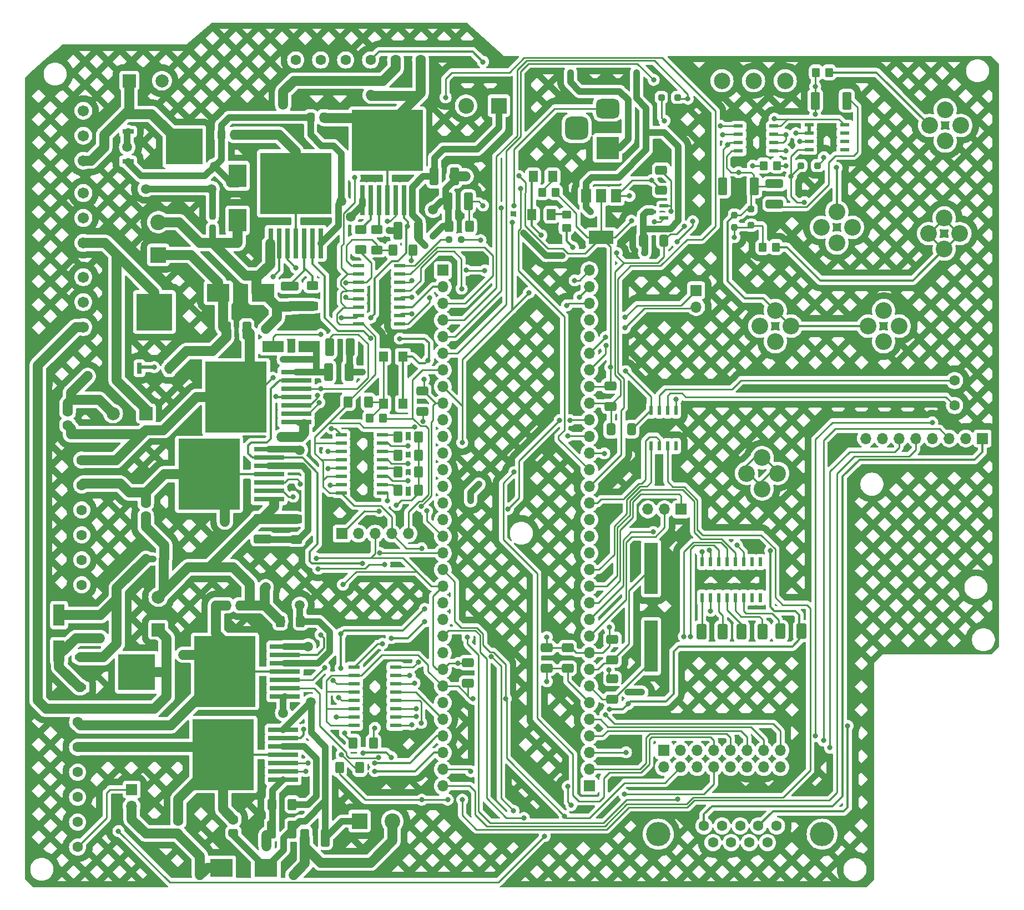
<source format=gbr>
%TF.GenerationSoftware,KiCad,Pcbnew,7.0.5*%
%TF.CreationDate,2023-08-28T12:49:26-05:00*%
%TF.ProjectId,Esquema_CBX_Rex,45737175-656d-4615-9f43-42585f526578,rev?*%
%TF.SameCoordinates,Original*%
%TF.FileFunction,Copper,L1,Top*%
%TF.FilePolarity,Positive*%
%FSLAX46Y46*%
G04 Gerber Fmt 4.6, Leading zero omitted, Abs format (unit mm)*
G04 Created by KiCad (PCBNEW 7.0.5) date 2023-08-28 12:49:26*
%MOMM*%
%LPD*%
G01*
G04 APERTURE LIST*
G04 Aperture macros list*
%AMRoundRect*
0 Rectangle with rounded corners*
0 $1 Rounding radius*
0 $2 $3 $4 $5 $6 $7 $8 $9 X,Y pos of 4 corners*
0 Add a 4 corners polygon primitive as box body*
4,1,4,$2,$3,$4,$5,$6,$7,$8,$9,$2,$3,0*
0 Add four circle primitives for the rounded corners*
1,1,$1+$1,$2,$3*
1,1,$1+$1,$4,$5*
1,1,$1+$1,$6,$7*
1,1,$1+$1,$8,$9*
0 Add four rect primitives between the rounded corners*
20,1,$1+$1,$2,$3,$4,$5,0*
20,1,$1+$1,$4,$5,$6,$7,0*
20,1,$1+$1,$6,$7,$8,$9,0*
20,1,$1+$1,$8,$9,$2,$3,0*%
G04 Aperture macros list end*
%TA.AperFunction,ComponentPad*%
%ADD10C,1.600200*%
%TD*%
%TA.AperFunction,SMDPad,CuDef*%
%ADD11RoundRect,0.250000X-0.337500X-0.475000X0.337500X-0.475000X0.337500X0.475000X-0.337500X0.475000X0*%
%TD*%
%TA.AperFunction,ComponentPad*%
%ADD12R,2.000000X2.000000*%
%TD*%
%TA.AperFunction,ComponentPad*%
%ADD13C,2.000000*%
%TD*%
%TA.AperFunction,ComponentPad*%
%ADD14R,2.400000X2.400000*%
%TD*%
%TA.AperFunction,ComponentPad*%
%ADD15C,2.400000*%
%TD*%
%TA.AperFunction,SMDPad,CuDef*%
%ADD16RoundRect,0.250000X0.412500X0.650000X-0.412500X0.650000X-0.412500X-0.650000X0.412500X-0.650000X0*%
%TD*%
%TA.AperFunction,SMDPad,CuDef*%
%ADD17R,2.000000X7.875000*%
%TD*%
%TA.AperFunction,SMDPad,CuDef*%
%ADD18R,1.701800X0.762000*%
%TD*%
%TA.AperFunction,SMDPad,CuDef*%
%ADD19R,5.638800X5.511800*%
%TD*%
%TA.AperFunction,ComponentPad*%
%ADD20R,1.700000X1.700000*%
%TD*%
%TA.AperFunction,ComponentPad*%
%ADD21O,1.700000X1.700000*%
%TD*%
%TA.AperFunction,SMDPad,CuDef*%
%ADD22RoundRect,0.250000X0.400000X0.625000X-0.400000X0.625000X-0.400000X-0.625000X0.400000X-0.625000X0*%
%TD*%
%TA.AperFunction,SMDPad,CuDef*%
%ADD23R,1.701800X0.609600*%
%TD*%
%TA.AperFunction,SMDPad,CuDef*%
%ADD24RoundRect,0.250000X-1.075000X0.400000X-1.075000X-0.400000X1.075000X-0.400000X1.075000X0.400000X0*%
%TD*%
%TA.AperFunction,SMDPad,CuDef*%
%ADD25RoundRect,0.250000X-0.350000X-0.450000X0.350000X-0.450000X0.350000X0.450000X-0.350000X0.450000X0*%
%TD*%
%TA.AperFunction,SMDPad,CuDef*%
%ADD26R,0.800000X4.600000*%
%TD*%
%TA.AperFunction,SMDPad,CuDef*%
%ADD27R,10.800000X9.400000*%
%TD*%
%TA.AperFunction,SMDPad,CuDef*%
%ADD28R,1.460500X0.558800*%
%TD*%
%TA.AperFunction,SMDPad,CuDef*%
%ADD29RoundRect,0.250001X-0.462499X-0.624999X0.462499X-0.624999X0.462499X0.624999X-0.462499X0.624999X0*%
%TD*%
%TA.AperFunction,SMDPad,CuDef*%
%ADD30R,3.500000X2.700000*%
%TD*%
%TA.AperFunction,SMDPad,CuDef*%
%ADD31RoundRect,0.237500X0.250000X0.237500X-0.250000X0.237500X-0.250000X-0.237500X0.250000X-0.237500X0*%
%TD*%
%TA.AperFunction,ComponentPad*%
%ADD32C,1.701800*%
%TD*%
%TA.AperFunction,SMDPad,CuDef*%
%ADD33RoundRect,0.250000X-0.625000X0.400000X-0.625000X-0.400000X0.625000X-0.400000X0.625000X0.400000X0*%
%TD*%
%TA.AperFunction,SMDPad,CuDef*%
%ADD34RoundRect,0.250000X0.250000X0.250000X-0.250000X0.250000X-0.250000X-0.250000X0.250000X-0.250000X0*%
%TD*%
%TA.AperFunction,SMDPad,CuDef*%
%ADD35R,1.320800X0.558800*%
%TD*%
%TA.AperFunction,SMDPad,CuDef*%
%ADD36R,0.533400X1.460500*%
%TD*%
%TA.AperFunction,SMDPad,CuDef*%
%ADD37RoundRect,0.250000X-0.412500X-1.100000X0.412500X-1.100000X0.412500X1.100000X-0.412500X1.100000X0*%
%TD*%
%TA.AperFunction,SMDPad,CuDef*%
%ADD38RoundRect,0.250000X0.650000X-0.412500X0.650000X0.412500X-0.650000X0.412500X-0.650000X-0.412500X0*%
%TD*%
%TA.AperFunction,ComponentPad*%
%ADD39C,2.550000*%
%TD*%
%TA.AperFunction,SMDPad,CuDef*%
%ADD40RoundRect,0.250000X0.625000X-0.400000X0.625000X0.400000X-0.625000X0.400000X-0.625000X-0.400000X0*%
%TD*%
%TA.AperFunction,SMDPad,CuDef*%
%ADD41R,4.600000X0.800000*%
%TD*%
%TA.AperFunction,SMDPad,CuDef*%
%ADD42R,9.400000X10.800000*%
%TD*%
%TA.AperFunction,SMDPad,CuDef*%
%ADD43RoundRect,0.249999X0.450001X1.075001X-0.450001X1.075001X-0.450001X-1.075001X0.450001X-1.075001X0*%
%TD*%
%TA.AperFunction,SMDPad,CuDef*%
%ADD44R,1.700000X3.300000*%
%TD*%
%TA.AperFunction,ComponentPad*%
%ADD45R,3.500000X3.500000*%
%TD*%
%TA.AperFunction,ComponentPad*%
%ADD46RoundRect,0.750000X-1.000000X0.750000X-1.000000X-0.750000X1.000000X-0.750000X1.000000X0.750000X0*%
%TD*%
%TA.AperFunction,ComponentPad*%
%ADD47RoundRect,0.875000X-0.875000X0.875000X-0.875000X-0.875000X0.875000X-0.875000X0.875000X0.875000X0*%
%TD*%
%TA.AperFunction,SMDPad,CuDef*%
%ADD48R,0.533400X1.461700*%
%TD*%
%TA.AperFunction,SMDPad,CuDef*%
%ADD49RoundRect,0.250000X-0.450000X0.350000X-0.450000X-0.350000X0.450000X-0.350000X0.450000X0.350000X0*%
%TD*%
%TA.AperFunction,ComponentPad*%
%ADD50C,3.708400*%
%TD*%
%TA.AperFunction,SMDPad,CuDef*%
%ADD51R,2.700000X3.500000*%
%TD*%
%TA.AperFunction,SMDPad,CuDef*%
%ADD52RoundRect,0.250000X-0.650000X0.412500X-0.650000X-0.412500X0.650000X-0.412500X0.650000X0.412500X0*%
%TD*%
%TA.AperFunction,SMDPad,CuDef*%
%ADD53RoundRect,0.250000X-0.475000X0.337500X-0.475000X-0.337500X0.475000X-0.337500X0.475000X0.337500X0*%
%TD*%
%TA.AperFunction,SMDPad,CuDef*%
%ADD54R,3.300000X1.700000*%
%TD*%
%TA.AperFunction,SMDPad,CuDef*%
%ADD55RoundRect,0.250000X-1.100000X0.412500X-1.100000X-0.412500X1.100000X-0.412500X1.100000X0.412500X0*%
%TD*%
%TA.AperFunction,SMDPad,CuDef*%
%ADD56RoundRect,0.250001X-0.499999X-0.924999X0.499999X-0.924999X0.499999X0.924999X-0.499999X0.924999X0*%
%TD*%
%TA.AperFunction,SMDPad,CuDef*%
%ADD57RoundRect,0.237500X-0.250000X-0.237500X0.250000X-0.237500X0.250000X0.237500X-0.250000X0.237500X0*%
%TD*%
%TA.AperFunction,SMDPad,CuDef*%
%ADD58RoundRect,0.237500X-0.237500X0.250000X-0.237500X-0.250000X0.237500X-0.250000X0.237500X0.250000X0*%
%TD*%
%TA.AperFunction,ComponentPad*%
%ADD59C,2.500000*%
%TD*%
%TA.AperFunction,SMDPad,CuDef*%
%ADD60RoundRect,0.250000X0.250000X-0.250000X0.250000X0.250000X-0.250000X0.250000X-0.250000X-0.250000X0*%
%TD*%
%TA.AperFunction,SMDPad,CuDef*%
%ADD61RoundRect,0.250000X0.412500X1.100000X-0.412500X1.100000X-0.412500X-1.100000X0.412500X-1.100000X0*%
%TD*%
%TA.AperFunction,SMDPad,CuDef*%
%ADD62RoundRect,0.250000X-0.400000X-0.625000X0.400000X-0.625000X0.400000X0.625000X-0.400000X0.625000X0*%
%TD*%
%TA.AperFunction,SMDPad,CuDef*%
%ADD63R,1.500000X2.000000*%
%TD*%
%TA.AperFunction,SMDPad,CuDef*%
%ADD64R,3.800000X2.000000*%
%TD*%
%TA.AperFunction,SMDPad,CuDef*%
%ADD65RoundRect,0.250000X-0.412500X-0.650000X0.412500X-0.650000X0.412500X0.650000X-0.412500X0.650000X0*%
%TD*%
%TA.AperFunction,SMDPad,CuDef*%
%ADD66RoundRect,0.250000X1.100000X-0.412500X1.100000X0.412500X-1.100000X0.412500X-1.100000X-0.412500X0*%
%TD*%
%TA.AperFunction,SMDPad,CuDef*%
%ADD67R,1.400000X1.600000*%
%TD*%
%TA.AperFunction,SMDPad,CuDef*%
%ADD68RoundRect,0.250000X0.475000X-0.337500X0.475000X0.337500X-0.475000X0.337500X-0.475000X-0.337500X0*%
%TD*%
%TA.AperFunction,SMDPad,CuDef*%
%ADD69R,0.762000X1.701800*%
%TD*%
%TA.AperFunction,SMDPad,CuDef*%
%ADD70R,5.511800X5.638800*%
%TD*%
%TA.AperFunction,ViaPad*%
%ADD71C,1.000000*%
%TD*%
%TA.AperFunction,ViaPad*%
%ADD72C,0.800000*%
%TD*%
%TA.AperFunction,ViaPad*%
%ADD73C,1.500000*%
%TD*%
%TA.AperFunction,Conductor*%
%ADD74C,1.000000*%
%TD*%
%TA.AperFunction,Conductor*%
%ADD75C,0.350000*%
%TD*%
%TA.AperFunction,Conductor*%
%ADD76C,0.250000*%
%TD*%
%TA.AperFunction,Conductor*%
%ADD77C,1.500000*%
%TD*%
%TA.AperFunction,Conductor*%
%ADD78C,0.500000*%
%TD*%
G04 APERTURE END LIST*
D10*
%TO.P,J16,1,Pin_1*%
%TO.N,SALIDAB3*%
X67057000Y-93472000D03*
%TO.P,J16,2,Pin_2*%
%TO.N,SALIDAA3*%
X67057000Y-97282000D03*
%TO.P,J16,3,Pin_3*%
%TO.N,QEIB3*%
X67057000Y-101092000D03*
%TO.P,J16,4,Pin_4*%
%TO.N,QEIA3*%
X67057000Y-104902000D03*
%TO.P,J16,5,Pin_5*%
%TO.N,+3V3*%
X67057000Y-108712000D03*
%TO.P,J16,6,Pin_6*%
%TO.N,GNDREF*%
X67057000Y-112522000D03*
%TD*%
D11*
%TO.P,C25,1*%
%TO.N,Net-(D1-K)*%
X101959500Y-41148000D03*
%TO.P,C25,2*%
%TO.N,SALIDAB1*%
X104034500Y-41148000D03*
%TD*%
D12*
%TO.P,C14,1*%
%TO.N,/VCCM1*%
X74295000Y-35560000D03*
D13*
%TO.P,C14,2*%
%TO.N,GND1*%
X79295000Y-35560000D03*
%TD*%
D14*
%TO.P,C24,1*%
%TO.N,Net-(D1-K)*%
X130683000Y-39370000D03*
D15*
%TO.P,C24,2*%
%TO.N,GND1*%
X125683000Y-39370000D03*
%TD*%
D16*
%TO.P,C7,1*%
%TO.N,+3V3*%
X150914500Y-88773000D03*
%TO.P,C7,2*%
%TO.N,GNDREF*%
X147789500Y-88773000D03*
%TD*%
D17*
%TO.P,Y1,1,1*%
%TO.N,/OSCI*%
X153924000Y-121888500D03*
%TO.P,Y1,2,2*%
%TO.N,/OSCO*%
X153924000Y-110013500D03*
%TD*%
D18*
%TO.P,U12,1,GATE*%
%TO.N,Net-(D3-A)*%
X66878200Y-123576999D03*
D19*
%TO.P,U12,2,DRAIN*%
%TO.N,/VCCM2*%
X75450700Y-125857000D03*
D18*
%TO.P,U12,3,SOURCE*%
%TO.N,Net-(D3-K)*%
X66878200Y-128137001D03*
%TD*%
D20*
%TO.P,J20,1,Pin_1*%
%TO.N,GNDREF*%
X74676000Y-143764000D03*
D21*
%TO.P,J20,2,Pin_2*%
%TO.N,GND1*%
X74676000Y-146304000D03*
%TD*%
D22*
%TO.P,R41,1*%
%TO.N,Net-(Q3-SR)*%
X126202500Y-57785000D03*
%TO.P,R41,2*%
%TO.N,GND1*%
X123102500Y-57785000D03*
%TD*%
D23*
%TO.P,U11,1,1*%
%TO.N,MuEnableA2*%
X114909600Y-133985000D03*
%TO.P,U11,2,2*%
%TO.N,Net-(R45-Pad2)*%
X114909600Y-132715000D03*
%TO.P,U11,3,3*%
%TO.N,MuPWMH2*%
X114909600Y-131445000D03*
%TO.P,U11,4,4*%
%TO.N,Net-(R46-Pad2)*%
X114909600Y-130175000D03*
%TO.P,U11,5,5*%
%TO.N,MuEnableB2*%
X114909600Y-128905000D03*
%TO.P,U11,6,6*%
%TO.N,Net-(R49-Pad2)*%
X114909600Y-127635000D03*
%TO.P,U11,7,7*%
%TO.N,MuPWML2*%
X114909600Y-126365000D03*
%TO.P,U11,8,8*%
%TO.N,Net-(R51-Pad2)*%
X114909600Y-125095000D03*
%TO.P,U11,9,9*%
%TO.N,EnableB2*%
X108610400Y-125095000D03*
%TO.P,U11,10,10*%
%TO.N,+3V3*%
X108610400Y-126365000D03*
%TO.P,U11,11,11*%
%TO.N,PWML2*%
X108610400Y-127635000D03*
%TO.P,U11,12,12*%
%TO.N,+3V3*%
X108610400Y-128905000D03*
%TO.P,U11,13,13*%
%TO.N,EnableA2*%
X108610400Y-130175000D03*
%TO.P,U11,14,14*%
%TO.N,+3V3*%
X108610400Y-131445000D03*
%TO.P,U11,15,15*%
%TO.N,PWMH2*%
X108610400Y-132715000D03*
%TO.P,U11,16,16*%
%TO.N,+3V3*%
X108610400Y-133985000D03*
%TD*%
D24*
%TO.P,R16,1*%
%TO.N,GNDREF*%
X172720000Y-51282000D03*
%TO.P,R16,2*%
%TO.N,Net-(R15-Pad1)*%
X172720000Y-54382000D03*
%TD*%
D25*
%TO.P,R8,1*%
%TO.N,AN18*%
X170942000Y-60960000D03*
%TO.P,R8,2*%
%TO.N,FST_539757*%
X172942000Y-60960000D03*
%TD*%
D26*
%TO.P,Q2,1*%
%TO.N,GND1*%
X95885000Y-60385000D03*
%TO.P,Q2,2,IN*%
%TO.N,Net-(Q2-IN)*%
X97155000Y-60385000D03*
%TO.P,Q2,3,INH*%
%TO.N,Net-(Q2-INH)*%
X98425000Y-60385000D03*
%TO.P,Q2,4*%
%TO.N,SALIDAA1*%
X99695000Y-60385000D03*
%TO.P,Q2,5,SR*%
%TO.N,Net-(Q2-SR)*%
X100965000Y-60385000D03*
%TO.P,Q2,6,IS*%
%TO.N,ISH1*%
X102235000Y-60385000D03*
%TO.P,Q2,7*%
%TO.N,Net-(D1-K)*%
X103505000Y-60385000D03*
D27*
%TO.P,Q2,8*%
%TO.N,SALIDAA1*%
X99695000Y-51235000D03*
%TD*%
D28*
%TO.P,U4,1*%
%TO.N,Net-(U4A--)*%
X177996850Y-42291000D03*
%TO.P,U4,2,-*%
X177996850Y-43561000D03*
%TO.P,U4,3,+*%
%TO.N,Net-(U4A-+)*%
X177996850Y-44831000D03*
%TO.P,U4,4,V-*%
%TO.N,GNDREF*%
X177996850Y-46101000D03*
%TO.P,U4,5*%
%TO.N,N/C*%
X183445150Y-46101000D03*
%TO.P,U4,6*%
X183445150Y-44831000D03*
%TO.P,U4,7*%
X183445150Y-43561000D03*
%TO.P,U4,8,V+*%
%TO.N,+5V*%
X183445150Y-42291000D03*
%TD*%
D29*
%TO.P,D9,1,K*%
%TO.N,GNDREF*%
X135712500Y-56000000D03*
%TO.P,D9,2,A*%
%TO.N,Net-(D9-A)*%
X138687500Y-56000000D03*
%TD*%
D30*
%TO.P,D6,1,K*%
%TO.N,Net-(D5-K)*%
X87900000Y-67945000D03*
%TO.P,D6,2,A*%
%TO.N,GND1*%
X94700000Y-67945000D03*
%TD*%
D31*
%TO.P,R35,1*%
%TO.N,GNDREF*%
X124912500Y-59800000D03*
%TO.P,R35,2*%
%TO.N,Net-(R35-Pad2)*%
X123087500Y-59800000D03*
%TD*%
D32*
%TO.P,J21,1,Pin_1*%
%TO.N,GND1*%
X67300000Y-65550000D03*
%TO.P,J21,2,Pin_2*%
X67300000Y-69360000D03*
%TO.P,J21,3,Pin_3*%
%TO.N,/VCCM2*%
X67300000Y-73170000D03*
%TD*%
D33*
%TO.P,R33,1*%
%TO.N,Net-(Q2-SR)*%
X102235000Y-66837500D03*
%TO.P,R33,2*%
%TO.N,GND1*%
X102235000Y-69937500D03*
%TD*%
D14*
%TO.P,C44,1*%
%TO.N,Net-(D5-K)*%
X78740000Y-62150000D03*
D15*
%TO.P,C44,2*%
%TO.N,GND1*%
X78740000Y-57150000D03*
%TD*%
D34*
%TO.P,CR1,1,1*%
%TO.N,AN17*%
X157968000Y-38100000D03*
%TO.P,CR1,2,2*%
%TO.N,GNDREF*%
X155468000Y-38100000D03*
%TD*%
%TO.P,CR3,1,1*%
%TO.N,AN19*%
X179284000Y-48514000D03*
%TO.P,CR3,2,2*%
%TO.N,GNDREF*%
X176784000Y-48514000D03*
%TD*%
D35*
%TO.P,Q1,1,GND*%
%TO.N,GNDREF*%
X155879800Y-56491999D03*
%TO.P,Q1,2,VOUT*%
%TO.N,+5V*%
X155879800Y-54662001D03*
%TO.P,Q1,3,VIN*%
%TO.N,+12V*%
X154000200Y-55577000D03*
%TD*%
D22*
%TO.P,R56,1*%
%TO.N,Net-(Q5-SR)*%
X100417500Y-118110000D03*
%TO.P,R56,2*%
%TO.N,GND1*%
X97317500Y-118110000D03*
%TD*%
D18*
%TO.P,U10,1,GATE*%
%TO.N,Net-(D1-A)*%
X74117200Y-43312999D03*
D19*
%TO.P,U10,2,DRAIN*%
%TO.N,/VCCM1*%
X82689700Y-45593000D03*
D18*
%TO.P,U10,3,SOURCE*%
%TO.N,Net-(D1-K)*%
X74117200Y-47873001D03*
%TD*%
D36*
%TO.P,U8,1,GND*%
%TO.N,GNDREF*%
X157702500Y-85890975D03*
%TO.P,U8,2,T-*%
%TO.N,T- (SEN 137115)*%
X156432500Y-85890975D03*
%TO.P,U8,3,T+*%
%TO.N,T+ (SEN 137115)*%
X155162500Y-85890975D03*
%TO.P,U8,4,VCC*%
%TO.N,+3V3*%
X153892500Y-85890975D03*
%TO.P,U8,5,SCK*%
%TO.N,SCK*%
X153892500Y-91339275D03*
%TO.P,U8,6,~{CS}*%
%TO.N,CS*%
X155162500Y-91339275D03*
%TO.P,U8,7,SO*%
%TO.N,SO*%
X156432500Y-91339275D03*
%TO.P,U8,8*%
%TO.N,N/C*%
X157702500Y-91339275D03*
%TD*%
D37*
%TO.P,C45,1*%
%TO.N,Net-(D5-K)*%
X89097500Y-73660000D03*
%TO.P,C45,2*%
%TO.N,SALIDAB3*%
X92222500Y-73660000D03*
%TD*%
D23*
%TO.P,U13,1,1*%
%TO.N,MuEnableA3*%
X112960150Y-98488500D03*
%TO.P,U13,2,2*%
%TO.N,Net-(R60-Pad2)*%
X112960150Y-97218500D03*
%TO.P,U13,3,3*%
%TO.N,MuPWMH3*%
X112960150Y-95948500D03*
%TO.P,U13,4,4*%
%TO.N,Net-(R61-Pad2)*%
X112960150Y-94678500D03*
%TO.P,U13,5,5*%
%TO.N,MuEnableB3*%
X112960150Y-93408500D03*
%TO.P,U13,6,6*%
%TO.N,Net-(R64-Pad2)*%
X112960150Y-92138500D03*
%TO.P,U13,7,7*%
%TO.N,MuPWML3*%
X112960150Y-90868500D03*
%TO.P,U13,8,8*%
%TO.N,Net-(R66-Pad2)*%
X112960150Y-89598500D03*
%TO.P,U13,9,9*%
%TO.N,EnableB3*%
X106660950Y-89598500D03*
%TO.P,U13,10,10*%
%TO.N,+3V3*%
X106660950Y-90868500D03*
%TO.P,U13,11,11*%
%TO.N,PWML3*%
X106660950Y-92138500D03*
%TO.P,U13,12,12*%
%TO.N,+3V3*%
X106660950Y-93408500D03*
%TO.P,U13,13,13*%
%TO.N,EnableA3*%
X106660950Y-94678500D03*
%TO.P,U13,14,14*%
%TO.N,+3V3*%
X106660950Y-95948500D03*
%TO.P,U13,15,15*%
%TO.N,PWMH3*%
X106660950Y-97218500D03*
%TO.P,U13,16,16*%
%TO.N,+3V3*%
X106660950Y-98488500D03*
%TD*%
D22*
%TO.P,R61,1*%
%TO.N,GNDREF*%
X118390000Y-95250000D03*
%TO.P,R61,2*%
%TO.N,Net-(R61-Pad2)*%
X115290000Y-95250000D03*
%TD*%
D20*
%TO.P,J3,1,Pin_1*%
%TO.N,TX USB*%
X158500000Y-101000000D03*
D21*
%TO.P,J3,2,Pin_2*%
%TO.N,RX USB*%
X155960000Y-101000000D03*
%TO.P,J3,3,Pin_3*%
%TO.N,GNDREF*%
X153420000Y-101000000D03*
%TD*%
D11*
%TO.P,C36,1*%
%TO.N,SALIDAB2*%
X89132500Y-115655000D03*
%TO.P,C36,2*%
%TO.N,GND1*%
X91207500Y-115655000D03*
%TD*%
D38*
%TO.P,C12,1*%
%TO.N,+3V3*%
X119000000Y-86062500D03*
%TO.P,C12,2*%
%TO.N,GNDREF*%
X119000000Y-82937500D03*
%TD*%
D39*
%TO.P,J8,1,1*%
%TO.N,FST_178577*%
X201168000Y-42385000D03*
%TO.P,J8,2,2*%
X196408000Y-42385000D03*
%TO.P,J8,3,3*%
X198788000Y-44765000D03*
%TO.P,J8,4,4*%
X198788000Y-40005000D03*
%TD*%
D20*
%TO.P,J1,33,Pin_1*%
%TO.N,SLP1*%
X144478377Y-143236327D03*
D21*
%TO.P,J1,34,Pin_2*%
%TO.N,/VBUS 5V*%
X144478377Y-140696327D03*
%TO.P,J1,35,Pin_3*%
%TO.N,/VBUS 3V3*%
X144478377Y-138156327D03*
%TO.P,J1,36,Pin_4*%
%TO.N,/Pin 36*%
X144478377Y-135616327D03*
%TO.P,J1,37,Pin_5*%
%TO.N,/Pin 37*%
X144478377Y-133076327D03*
%TO.P,J1,38,Pin_6*%
%TO.N,+3V3*%
X144478377Y-130536327D03*
%TO.P,J1,39,Pin_7*%
%TO.N,/OSCI*%
X144478377Y-127996327D03*
%TO.P,J1,40,Pin_8*%
%TO.N,/OSCO*%
X144478377Y-125456327D03*
%TO.P,J1,41,Pin_10*%
%TO.N,GNDREF*%
X144478377Y-122916327D03*
%TO.P,J1,42,Pin_10*%
%TO.N,RX USB*%
X144478377Y-120376327D03*
%TO.P,J1,43,Pin_11*%
%TO.N,TX1*%
X144478377Y-117836327D03*
%TO.P,J1,44,Pin_12*%
%TO.N,TX USB*%
X144478377Y-115296327D03*
%TO.P,J1,45,Pin_13*%
%TO.N,RX1*%
X144478377Y-112756327D03*
%TO.P,J1,46,Pin_14*%
%TO.N,SCK*%
X144478377Y-110216327D03*
%TO.P,J1,47,Pin_15*%
%TO.N,/Pin 47*%
X144478377Y-107676327D03*
%TO.P,J1,48,Pin_16*%
%TO.N,/Pin 48*%
X144478377Y-105136327D03*
%TO.P,J1,49,Pin_17*%
%TO.N,/Pin 49*%
X144478377Y-102596327D03*
%TO.P,J1,50,Pin_18*%
%TO.N,CS*%
X144478377Y-100056327D03*
%TO.P,J1,51,Pin_19*%
%TO.N,QEIB1*%
X144478377Y-97516327D03*
%TO.P,J1,52,Pin_20*%
%TO.N,QEIA1*%
X144478377Y-94976327D03*
%TO.P,J1,53,Pin_21*%
%TO.N,/Pin 53*%
X144478377Y-92436327D03*
%TO.P,J1,54,Pin_22*%
%TO.N,PWMaux*%
X144478377Y-89896327D03*
%TO.P,J1,55,Pin_23*%
%TO.N,/Pin 55*%
X144478377Y-87356327D03*
%TO.P,J1,56,Pin_24*%
%TO.N,GNDREF*%
X144478377Y-84816327D03*
%TO.P,J1,57,Pin_25*%
%TO.N,+3V3*%
X144478377Y-82276327D03*
%TO.P,J1,58,Pin_26*%
%TO.N,CAN_Lo*%
X144478377Y-79736327D03*
%TO.P,J1,59,Pin_27*%
%TO.N,CAN_Hi*%
X144478377Y-77196327D03*
%TO.P,J1,60,Pin_28*%
%TO.N,/Pin 60*%
X144478377Y-74656327D03*
%TO.P,J1,61,Pin_29*%
%TO.N,MuPWML3*%
X144478377Y-72116327D03*
%TO.P,J1,62,Pin_30*%
%TO.N,MuPWMH3*%
X144478377Y-69576327D03*
%TO.P,J1,63,Pin_31*%
%TO.N,MuPWML2*%
X144478377Y-67036327D03*
%TO.P,J1,64,Pin_32*%
%TO.N,MuPWMH2*%
X144478377Y-64496327D03*
%TD*%
D39*
%TO.P,J9,1,1*%
%TO.N,GNDREF*%
X175260000Y-73025000D03*
%TO.P,J9,2,2*%
X170500000Y-73025000D03*
%TO.P,J9,3,3*%
X172880000Y-75405000D03*
%TO.P,J9,4,4*%
X172880000Y-70645000D03*
%TD*%
D40*
%TO.P,R43,1*%
%TO.N,EnableB1*%
X112100000Y-61400000D03*
%TO.P,R43,2*%
%TO.N,Net-(Q3-INH)*%
X112100000Y-58300000D03*
%TD*%
D41*
%TO.P,Q6,1*%
%TO.N,GND1*%
X95625000Y-99460000D03*
%TO.P,Q6,2,IN*%
%TO.N,Net-(Q6-IN)*%
X95625000Y-98190000D03*
%TO.P,Q6,3,INH*%
%TO.N,Net-(Q6-INH)*%
X95625000Y-96920000D03*
%TO.P,Q6,4*%
%TO.N,SALIDAA3*%
X95625000Y-95650000D03*
%TO.P,Q6,5,SR*%
%TO.N,Net-(Q6-SR)*%
X95625000Y-94380000D03*
%TO.P,Q6,6,IS*%
%TO.N,ISH3*%
X95625000Y-93110000D03*
%TO.P,Q6,7*%
%TO.N,Net-(D5-K)*%
X95625000Y-91840000D03*
D42*
%TO.P,Q6,8*%
%TO.N,SALIDAA3*%
X86475000Y-95650000D03*
%TD*%
D39*
%TO.P,J11,1,1*%
%TO.N,GNDREF*%
X173228000Y-95504000D03*
%TO.P,J11,2,2*%
X168468000Y-95504000D03*
%TO.P,J11,3,3*%
X170848000Y-97884000D03*
%TO.P,J11,4,4*%
X170848000Y-93124000D03*
%TD*%
D43*
%TO.P,R15,1*%
%TO.N,Net-(R15-Pad1)*%
X183756000Y-38608000D03*
%TO.P,R15,2*%
%TO.N,AN19*%
X178956000Y-38608000D03*
%TD*%
D22*
%TO.P,R64,1*%
%TO.N,GNDREF*%
X118390000Y-92710000D03*
%TO.P,R64,2*%
%TO.N,Net-(R64-Pad2)*%
X115290000Y-92710000D03*
%TD*%
D41*
%TO.P,Q5,1*%
%TO.N,GND1*%
X98050000Y-129540000D03*
%TO.P,Q5,2,IN*%
%TO.N,Net-(Q5-IN)*%
X98050000Y-128270000D03*
%TO.P,Q5,3,INH*%
%TO.N,Net-(Q5-INH)*%
X98050000Y-127000000D03*
%TO.P,Q5,4*%
%TO.N,SALIDAB2*%
X98050000Y-125730000D03*
%TO.P,Q5,5,SR*%
%TO.N,Net-(Q5-SR)*%
X98050000Y-124460000D03*
%TO.P,Q5,6,IS*%
%TO.N,ISH2*%
X98050000Y-123190000D03*
%TO.P,Q5,7*%
%TO.N,Net-(D3-K)*%
X98050000Y-121920000D03*
D42*
%TO.P,Q5,8*%
%TO.N,SALIDAB2*%
X88900000Y-125730000D03*
%TD*%
D41*
%TO.P,Q4,1*%
%TO.N,GND1*%
X97790000Y-142240000D03*
%TO.P,Q4,2,IN*%
%TO.N,Net-(Q4-IN)*%
X97790000Y-140970000D03*
%TO.P,Q4,3,INH*%
%TO.N,Net-(Q4-INH)*%
X97790000Y-139700000D03*
%TO.P,Q4,4*%
%TO.N,SALIDAA2*%
X97790000Y-138430000D03*
%TO.P,Q4,5,SR*%
%TO.N,Net-(Q4-SR)*%
X97790000Y-137160000D03*
%TO.P,Q4,6,IS*%
%TO.N,ISH2*%
X97790000Y-135890000D03*
%TO.P,Q4,7*%
%TO.N,Net-(D3-K)*%
X97790000Y-134620000D03*
D42*
%TO.P,Q4,8*%
%TO.N,SALIDAA2*%
X88640000Y-138430000D03*
%TD*%
D44*
%TO.P,D3,1,K*%
%TO.N,Net-(D3-K)*%
X63600000Y-122650000D03*
%TO.P,D3,2,A*%
%TO.N,Net-(D3-A)*%
X63600000Y-117150000D03*
%TD*%
D45*
%TO.P,J5,1*%
%TO.N,Net-(J5-Pad1)*%
X147257500Y-45800000D03*
D46*
%TO.P,J5,2*%
%TO.N,GNDREF*%
X147257500Y-39800000D03*
D47*
%TO.P,J5,3*%
%TO.N,N/C*%
X142557500Y-42800000D03*
%TD*%
D48*
%TO.P,U6,1,C1+*%
%TO.N,Net-(U6-C1+)*%
X161671000Y-114484752D03*
%TO.P,U6,2,VS+*%
%TO.N,Net-(U6-VS+)*%
X162941000Y-114484752D03*
%TO.P,U6,3,C1-*%
%TO.N,Net-(U6-C1-)*%
X164211000Y-114484752D03*
%TO.P,U6,4,C2+*%
%TO.N,Net-(U6-C2+)*%
X165481000Y-114484752D03*
%TO.P,U6,5,C2-*%
%TO.N,Net-(U6-C2-)*%
X166751000Y-114484752D03*
%TO.P,U6,6,VS-*%
%TO.N,Net-(U6-VS-)*%
X168021000Y-114484752D03*
%TO.P,U6,7,T2OUT*%
%TO.N,unconnected-(U6-T2OUT-Pad7)*%
X169291000Y-114484752D03*
%TO.P,U6,8,R2IN*%
%TO.N,unconnected-(U6-R2IN-Pad8)*%
X170561000Y-114484752D03*
%TO.P,U6,9,R2OUT*%
%TO.N,unconnected-(U6-R2OUT-Pad9)*%
X170561000Y-109035248D03*
%TO.P,U6,10,T2IN*%
%TO.N,unconnected-(U6-T2IN-Pad10)*%
X169291000Y-109035248D03*
%TO.P,U6,11,T1IN*%
%TO.N,TX1*%
X168021000Y-109035248D03*
%TO.P,U6,12,R1OUT*%
%TO.N,RX1*%
X166751000Y-109035248D03*
%TO.P,U6,13,R1IN*%
%TO.N,Net-(U6-R1IN)*%
X165481000Y-109035248D03*
%TO.P,U6,14,T1OUT*%
%TO.N,Net-(U6-T1OUT)*%
X164211000Y-109035248D03*
%TO.P,U6,15,GND*%
%TO.N,GNDREF*%
X162941000Y-109035248D03*
%TO.P,U6,16,VCC*%
%TO.N,+5V*%
X161671000Y-109035248D03*
%TD*%
D49*
%TO.P,R77,1*%
%TO.N,Net-(D9-A)*%
X141000000Y-56000000D03*
%TO.P,R77,2*%
%TO.N,+5V*%
X141000000Y-58000000D03*
%TD*%
D38*
%TO.P,C19,1*%
%TO.N,+3V3*%
X138000000Y-125260500D03*
%TO.P,C19,2*%
%TO.N,GNDREF*%
X138000000Y-122135500D03*
%TD*%
D10*
%TO.P,J4,1,1*%
%TO.N,unconnected-(J4-Pad1)*%
X173045000Y-149330000D03*
%TO.P,J4,2,2*%
%TO.N,Net-(U6-T1OUT)*%
X170275001Y-149330000D03*
%TO.P,J4,3,3*%
%TO.N,Net-(U6-R1IN)*%
X167505001Y-149330000D03*
%TO.P,J4,4,4*%
%TO.N,unconnected-(J4-Pad4)*%
X164735002Y-149330000D03*
%TO.P,J4,5,5*%
%TO.N,GNDREF*%
X161965002Y-149330000D03*
%TO.P,J4,6,6*%
%TO.N,unconnected-(J4-Pad6)*%
X171660002Y-151870000D03*
%TO.P,J4,7,7*%
%TO.N,unconnected-(J4-Pad7)*%
X168890002Y-151870000D03*
%TO.P,J4,8,8*%
%TO.N,unconnected-(J4-Pad8)*%
X166120000Y-151870000D03*
%TO.P,J4,9,9*%
%TO.N,unconnected-(J4-Pad9)*%
X163350000Y-151870000D03*
D50*
%TO.P,J4,10*%
%TO.N,N/C*%
X155010002Y-150600000D03*
%TO.P,J4,11*%
X180000000Y-150600000D03*
%TD*%
D51*
%TO.P,D2,1,K*%
%TO.N,Net-(D1-K)*%
X90805000Y-50080000D03*
%TO.P,D2,2,A*%
%TO.N,GND1*%
X90805000Y-56880000D03*
%TD*%
D20*
%TO.P,J12,1,Pin_1*%
%TO.N,CAN_Hi*%
X160782000Y-67559000D03*
D21*
%TO.P,J12,2,Pin_2*%
%TO.N,CAN_Lo*%
X160782000Y-70099000D03*
%TD*%
D41*
%TO.P,Q7,1*%
%TO.N,GND1*%
X99755000Y-87630000D03*
%TO.P,Q7,2,IN*%
%TO.N,Net-(Q7-IN)*%
X99755000Y-86360000D03*
%TO.P,Q7,3,INH*%
%TO.N,Net-(Q7-INH)*%
X99755000Y-85090000D03*
%TO.P,Q7,4*%
%TO.N,SALIDAB3*%
X99755000Y-83820000D03*
%TO.P,Q7,5,SR*%
%TO.N,Net-(Q7-SR)*%
X99755000Y-82550000D03*
%TO.P,Q7,6,IS*%
%TO.N,ISH3*%
X99755000Y-81280000D03*
%TO.P,Q7,7*%
%TO.N,Net-(D5-K)*%
X99755000Y-80010000D03*
D42*
%TO.P,Q7,8*%
%TO.N,SALIDAB3*%
X90605000Y-83820000D03*
%TD*%
D52*
%TO.P,C20,1*%
%TO.N,+3V3*%
X147700000Y-82137500D03*
%TO.P,C20,2*%
%TO.N,GNDREF*%
X147700000Y-85262500D03*
%TD*%
D30*
%TO.P,D4,1,K*%
%TO.N,Net-(D3-K)*%
X95150000Y-155700000D03*
%TO.P,D4,2,A*%
%TO.N,GND1*%
X88350000Y-155700000D03*
%TD*%
D53*
%TO.P,C43,1*%
%TO.N,SALIDAA3*%
X76835000Y-100012500D03*
%TO.P,C43,2*%
%TO.N,GND1*%
X76835000Y-102087500D03*
%TD*%
D25*
%TO.P,R34,1*%
%TO.N,Net-(R34-Pad1)*%
X111000000Y-87100000D03*
%TO.P,R34,2*%
%TO.N,MCRL PICKIT*%
X113000000Y-87100000D03*
%TD*%
D37*
%TO.P,C48,1*%
%TO.N,Net-(Q7-SR)*%
X104912500Y-76200000D03*
%TO.P,C48,2*%
%TO.N,GND1*%
X108037500Y-76200000D03*
%TD*%
D20*
%TO.P,J19,1,Pin_1*%
%TO.N,PGC1*%
X106725000Y-104700000D03*
D21*
%TO.P,J19,2,Pin_2*%
%TO.N,PGD1*%
X109265000Y-104700000D03*
%TO.P,J19,3,Pin_3*%
%TO.N,GNDREF*%
X111805000Y-104700000D03*
%TO.P,J19,4,Pin_4*%
%TO.N,+3V3*%
X114345000Y-104700000D03*
%TO.P,J19,5,Pin_5*%
%TO.N,MCRL PICKIT*%
X116885000Y-104700000D03*
%TD*%
D28*
%TO.P,U2,1*%
%TO.N,Net-(R1-Pad2)*%
X167201850Y-42481500D03*
%TO.P,U2,2,-*%
%TO.N,Net-(U2A--)*%
X167201850Y-43751500D03*
%TO.P,U2,3,+*%
%TO.N,Net-(U2A-+)*%
X167201850Y-45021500D03*
%TO.P,U2,4,V-*%
%TO.N,GNDREF*%
X167201850Y-46291500D03*
%TO.P,U2,5,+*%
%TO.N,FST_177469*%
X172650150Y-46291500D03*
%TO.P,U2,6,-*%
%TO.N,Net-(U2B--)*%
X172650150Y-45021500D03*
%TO.P,U2,7*%
X172650150Y-43751500D03*
%TO.P,U2,8,V+*%
%TO.N,+5V*%
X172650150Y-42481500D03*
%TD*%
D38*
%TO.P,C17,1*%
%TO.N,+3V3*%
X141173200Y-125260500D03*
%TO.P,C17,2*%
%TO.N,GNDREF*%
X141173200Y-122135500D03*
%TD*%
D23*
%TO.P,U9,1,1*%
%TO.N,MuEnableA1*%
X115544600Y-72707500D03*
%TO.P,U9,2,2*%
%TO.N,Net-(R28-Pad2)*%
X115544600Y-71437500D03*
%TO.P,U9,3,3*%
%TO.N,MuPWMH1*%
X115544600Y-70167500D03*
%TO.P,U9,4,4*%
%TO.N,Net-(R29-Pad2)*%
X115544600Y-68897500D03*
%TO.P,U9,5,5*%
%TO.N,MuEnableB1*%
X115544600Y-67627500D03*
%TO.P,U9,6,6*%
%TO.N,Net-(R32-Pad2)*%
X115544600Y-66357500D03*
%TO.P,U9,7,7*%
%TO.N,MuPWML1*%
X115544600Y-65087500D03*
%TO.P,U9,8,8*%
%TO.N,Net-(R35-Pad2)*%
X115544600Y-63817500D03*
%TO.P,U9,9,9*%
%TO.N,EnableB1*%
X109245400Y-63817500D03*
%TO.P,U9,10,10*%
%TO.N,+3V3*%
X109245400Y-65087500D03*
%TO.P,U9,11,11*%
%TO.N,PWML1*%
X109245400Y-66357500D03*
%TO.P,U9,12,12*%
%TO.N,+3V3*%
X109245400Y-67627500D03*
%TO.P,U9,13,13*%
%TO.N,EnableA1*%
X109245400Y-68897500D03*
%TO.P,U9,14,14*%
%TO.N,+3V3*%
X109245400Y-70167500D03*
%TO.P,U9,15,15*%
%TO.N,PWMH1*%
X109245400Y-71437500D03*
%TO.P,U9,16,16*%
%TO.N,+3V3*%
X109245400Y-72707500D03*
%TD*%
D54*
%TO.P,D5,1,K*%
%TO.N,Net-(D5-K)*%
X101750000Y-76150000D03*
%TO.P,D5,2,A*%
%TO.N,Net-(D5-A)*%
X96250000Y-76150000D03*
%TD*%
D22*
%TO.P,R66,1*%
%TO.N,GNDREF*%
X118416000Y-89916000D03*
%TO.P,R66,2*%
%TO.N,Net-(R66-Pad2)*%
X115316000Y-89916000D03*
%TD*%
D55*
%TO.P,C18,1*%
%TO.N,Net-(Q2-SR)*%
X98800000Y-66937500D03*
%TO.P,C18,2*%
%TO.N,GND1*%
X98800000Y-70062500D03*
%TD*%
D14*
%TO.P,C34,1*%
%TO.N,Net-(D3-K)*%
X109444785Y-148590000D03*
D15*
%TO.P,C34,2*%
%TO.N,GND1*%
X114444785Y-148590000D03*
%TD*%
D39*
%TO.P,J10,1,1*%
%TO.N,FST_177469*%
X179865000Y-57945000D03*
%TO.P,J10,2,2*%
X184625000Y-57945000D03*
%TO.P,J10,3,3*%
X182245000Y-55565000D03*
%TO.P,J10,4,4*%
X182245000Y-60325000D03*
%TD*%
D37*
%TO.P,C47,1*%
%TO.N,Net-(D5-K)*%
X104687500Y-80010000D03*
%TO.P,C47,2*%
%TO.N,GND1*%
X107812500Y-80010000D03*
%TD*%
D56*
%TO.P,C9,1*%
%TO.N,Net-(U6-VS-)*%
X173600000Y-119600000D03*
%TO.P,C9,2*%
%TO.N,GNDREF*%
X176850000Y-119600000D03*
%TD*%
D40*
%TO.P,R65,1*%
%TO.N,Net-(Q6-SR)*%
X99800000Y-105600000D03*
%TO.P,R65,2*%
%TO.N,GND1*%
X99800000Y-102500000D03*
%TD*%
D57*
%TO.P,R52,1*%
%TO.N,Net-(D3-A)*%
X77827500Y-108585000D03*
%TO.P,R52,2*%
%TO.N,GND1*%
X79652500Y-108585000D03*
%TD*%
D32*
%TO.P,J22,1,Pin_1*%
%TO.N,GND1*%
X67310000Y-52705000D03*
%TO.P,J22,2,Pin_2*%
X67310000Y-56515000D03*
%TO.P,J22,3,Pin_3*%
%TO.N,/VCCM3*%
X67310000Y-60325000D03*
%TD*%
D58*
%TO.P,R37,1*%
%TO.N,Net-(D1-A)*%
X86995000Y-56237500D03*
%TO.P,R37,2*%
%TO.N,GND1*%
X86995000Y-58062500D03*
%TD*%
D59*
%TO.P,SW2,1*%
%TO.N,+12V*%
X164719000Y-35560000D03*
%TO.P,SW2,2*%
%TO.N,Net-(J5-Pad1)*%
X169545000Y-35560000D03*
%TO.P,SW2,3*%
%TO.N,unconnected-(SW2-Pad3)*%
X174371000Y-35560000D03*
%TD*%
D60*
%TO.P,CR2,1,1*%
%TO.N,AN18*%
X169164000Y-57638000D03*
%TO.P,CR2,2,2*%
%TO.N,GNDREF*%
X169164000Y-55138000D03*
%TD*%
D22*
%TO.P,R50,1*%
%TO.N,Net-(Q4-SR)*%
X99147500Y-146050000D03*
%TO.P,R50,2*%
%TO.N,GND1*%
X96047500Y-146050000D03*
%TD*%
%TO.P,R36,1*%
%TO.N,Net-(R34-Pad1)*%
X110770000Y-84582000D03*
%TO.P,R36,2*%
%TO.N,+3V3*%
X107670000Y-84582000D03*
%TD*%
D61*
%TO.P,C27,1*%
%TO.N,Net-(D1-K)*%
X118402500Y-58420000D03*
%TO.P,C27,2*%
%TO.N,GND1*%
X115277500Y-58420000D03*
%TD*%
D53*
%TO.P,C33,1*%
%TO.N,SALIDAA2*%
X81800000Y-148562500D03*
%TO.P,C33,2*%
%TO.N,GND1*%
X81800000Y-150637500D03*
%TD*%
D10*
%TO.P,J17,1,Pin_1*%
%TO.N,T+ (SEN 137115)*%
X200208700Y-81323798D03*
%TO.P,J17,2,Pin_2*%
%TO.N,T- (SEN 137115)*%
X200208700Y-85133798D03*
%TD*%
D29*
%TO.P,D7,1,K*%
%TO.N,GNDREF*%
X135912500Y-50200000D03*
%TO.P,D7,2,A*%
%TO.N,Net-(D7-A)*%
X138887500Y-50200000D03*
%TD*%
D37*
%TO.P,C21,1*%
%TO.N,Net-(D1-K)*%
X120787500Y-50165000D03*
%TO.P,C21,2*%
%TO.N,GND1*%
X123912500Y-50165000D03*
%TD*%
D58*
%TO.P,R6,1*%
%TO.N,GNDREF*%
X166624000Y-56087000D03*
%TO.P,R6,2*%
%TO.N,AN18*%
X166624000Y-57912000D03*
%TD*%
D61*
%TO.P,C37,1*%
%TO.N,Net-(D3-K)*%
X104227500Y-151130000D03*
%TO.P,C37,2*%
%TO.N,GND1*%
X101102500Y-151130000D03*
%TD*%
D20*
%TO.P,J31,1,Pin_1*%
%TO.N,GNDREF*%
X204470000Y-90170000D03*
D21*
%TO.P,J31,2,Pin_2*%
%TO.N,DIRaux*%
X201930000Y-90170000D03*
%TO.P,J31,3,Pin_3*%
%TO.N,PWMaux*%
X199390000Y-90170000D03*
%TO.P,J31,4,Pin_4*%
%TO.N,SLP1*%
X196850000Y-90170000D03*
%TO.P,J31,5,Pin_5*%
%TO.N,FLT1*%
X194310000Y-90170000D03*
%TO.P,J31,6,Pin_6*%
%TO.N,CS1*%
X191770000Y-90170000D03*
%TO.P,J31,7,Pin_7*%
%TO.N,/3V31*%
X189230000Y-90170000D03*
%TO.P,J31,8,Pin_8*%
%TO.N,/VM1*%
X186690000Y-90170000D03*
%TD*%
D62*
%TO.P,R47,1*%
%TO.N,Net-(Q4-INH)*%
X108458000Y-136652000D03*
%TO.P,R47,2*%
%TO.N,EnableA2*%
X111558000Y-136652000D03*
%TD*%
D56*
%TO.P,C4,1*%
%TO.N,Net-(U6-C1+)*%
X161570000Y-119634000D03*
%TO.P,C4,2*%
%TO.N,Net-(U6-C1-)*%
X164820000Y-119634000D03*
%TD*%
D20*
%TO.P,J18,1,Pin_1*%
%TO.N,GNDREF*%
X155860000Y-137800000D03*
D21*
%TO.P,J18,2,Pin_2*%
X155860000Y-140340000D03*
%TO.P,J18,3,Pin_3*%
%TO.N,/VBUS 3V3*%
X158400000Y-137800000D03*
%TO.P,J18,4,Pin_4*%
%TO.N,+3V3*%
X158400000Y-140340000D03*
%TO.P,J18,5,Pin_5*%
%TO.N,+5V*%
X160940000Y-137800000D03*
%TO.P,J18,6,Pin_6*%
%TO.N,/Pin 60*%
X160940000Y-140340000D03*
%TO.P,J18,7,Pin_7*%
%TO.N,/Pin 1*%
X163480000Y-137800000D03*
%TO.P,J18,8,Pin_8*%
%TO.N,/Pin 47*%
X163480000Y-140340000D03*
%TO.P,J18,9,Pin_9*%
%TO.N,/VBUS 5V*%
X166020000Y-137800000D03*
%TO.P,J18,10,Pin_10*%
%TO.N,/Pin 53*%
X166020000Y-140340000D03*
%TO.P,J18,11,Pin_11*%
%TO.N,/Pin 36*%
X168560000Y-137800000D03*
%TO.P,J18,12,Pin_12*%
%TO.N,/Pin 49*%
X168560000Y-140340000D03*
%TO.P,J18,13,Pin_13*%
%TO.N,/Pin 37*%
X171100000Y-137800000D03*
%TO.P,J18,14,Pin_14*%
%TO.N,/Pin 55*%
X171100000Y-140340000D03*
%TO.P,J18,15,Pin_15*%
%TO.N,/Pin 48*%
X173640000Y-137800000D03*
%TO.P,J18,16,Pin_16*%
%TO.N,+12V*%
X173640000Y-140340000D03*
%TD*%
D56*
%TO.P,C8,1*%
%TO.N,Net-(U6-C2+)*%
X167679500Y-119634000D03*
%TO.P,C8,2*%
%TO.N,Net-(U6-C2-)*%
X170929500Y-119634000D03*
%TD*%
D38*
%TO.P,C13,1*%
%TO.N,+3V3*%
X125984000Y-127546500D03*
%TO.P,C13,2*%
%TO.N,GNDREF*%
X125984000Y-124421500D03*
%TD*%
D62*
%TO.P,R38,1*%
%TO.N,EnableB1*%
X114500000Y-61400000D03*
%TO.P,R38,2*%
%TO.N,GNDREF*%
X117600000Y-61400000D03*
%TD*%
D25*
%TO.P,R17,1*%
%TO.N,AN19*%
X179086000Y-34290000D03*
%TO.P,R17,2*%
%TO.N,FST_178577*%
X181086000Y-34290000D03*
%TD*%
D52*
%TO.P,C3,1*%
%TO.N,+5V*%
X155448000Y-49188500D03*
%TO.P,C3,2*%
%TO.N,GNDREF*%
X155448000Y-52313500D03*
%TD*%
D39*
%TO.P,J7,1,1*%
%TO.N,GNDREF*%
X189390000Y-75405000D03*
%TO.P,J7,2,2*%
X189390000Y-70645000D03*
%TO.P,J7,3,3*%
X187010000Y-73025000D03*
%TO.P,J7,4,4*%
X191770000Y-73025000D03*
%TD*%
D38*
%TO.P,C15,1*%
%TO.N,/OSCO*%
X148000000Y-123990500D03*
%TO.P,C15,2*%
%TO.N,GNDREF*%
X148000000Y-120865500D03*
%TD*%
D22*
%TO.P,R59,1*%
%TO.N,PWMH2*%
X109480000Y-140440000D03*
%TO.P,R59,2*%
%TO.N,GNDREF*%
X106380000Y-140440000D03*
%TD*%
D63*
%TO.P,U3,1,GND*%
%TO.N,GNDREF*%
X148600000Y-53150000D03*
%TO.P,U3,2,Vout*%
%TO.N,+3V3*%
X146300000Y-53150000D03*
D64*
X146300000Y-59450000D03*
D63*
%TO.P,U3,3,Vin*%
%TO.N,+12V*%
X144000000Y-53150000D03*
%TD*%
D10*
%TO.P,J15,1,Pin_1*%
%TO.N,SALIDAB2*%
X66422000Y-133512000D03*
%TO.P,J15,2,Pin_2*%
%TO.N,SALIDAA2*%
X66422000Y-137322000D03*
%TO.P,J15,3,Pin_3*%
%TO.N,QEIA2*%
X66422000Y-141132000D03*
%TO.P,J15,4,Pin_4*%
%TO.N,QEIB2*%
X66422000Y-144942000D03*
%TO.P,J15,5,Pin_5*%
%TO.N,+3V3*%
X66422000Y-148752000D03*
%TO.P,J15,6,Pin_6*%
%TO.N,GNDREF*%
X66422000Y-152562000D03*
%TD*%
D12*
%TO.P,C29,1*%
%TO.N,/VCCM2*%
X78740000Y-119380000D03*
D13*
%TO.P,C29,2*%
%TO.N,GND1*%
X78740000Y-114380000D03*
%TD*%
D11*
%TO.P,C22,1*%
%TO.N,Net-(D1-K)*%
X88352500Y-43815000D03*
%TO.P,C22,2*%
%TO.N,SALIDAA1*%
X90427500Y-43815000D03*
%TD*%
D22*
%TO.P,R60,1*%
%TO.N,GNDREF*%
X118390000Y-98044000D03*
%TO.P,R60,2*%
%TO.N,Net-(R60-Pad2)*%
X115290000Y-98044000D03*
%TD*%
D40*
%TO.P,R40,1*%
%TO.N,PWML1*%
X109600000Y-61350000D03*
%TO.P,R40,2*%
%TO.N,Net-(Q3-IN)*%
X109600000Y-58250000D03*
%TD*%
D32*
%TO.P,J13,1,Pin_1*%
%TO.N,GND1*%
X67310000Y-40132000D03*
%TO.P,J13,2,Pin_2*%
X67310000Y-43942000D03*
%TO.P,J13,3,Pin_3*%
%TO.N,/VCCM1*%
X67310000Y-47752000D03*
%TD*%
D65*
%TO.P,C2,1*%
%TO.N,+12V*%
X152742500Y-59944000D03*
%TO.P,C2,2*%
%TO.N,GNDREF*%
X155867500Y-59944000D03*
%TD*%
D12*
%TO.P,C39,1*%
%TO.N,/VCCM3*%
X76835000Y-86360000D03*
D13*
%TO.P,C39,2*%
%TO.N,GND1*%
X71835000Y-86360000D03*
%TD*%
D66*
%TO.P,C40,1*%
%TO.N,Net-(Q6-SR)*%
X94615000Y-105497500D03*
%TO.P,C40,2*%
%TO.N,GND1*%
X94615000Y-102372500D03*
%TD*%
D25*
%TO.P,R75,1*%
%TO.N,Net-(D7-A)*%
X137300000Y-52600000D03*
%TO.P,R75,2*%
%TO.N,+3V3*%
X139300000Y-52600000D03*
%TD*%
%TO.P,R11,1*%
%TO.N,Net-(U2A--)*%
X171085000Y-48514000D03*
%TO.P,R11,2*%
%TO.N,Net-(U4A--)*%
X173085000Y-48514000D03*
%TD*%
D67*
%TO.P,SW1,1,1*%
%TO.N,GNDREF*%
X116054000Y-77680000D03*
X116054000Y-84880000D03*
%TO.P,SW1,2,2*%
%TO.N,Net-(R34-Pad1)*%
X113054000Y-77680000D03*
X113054000Y-84880000D03*
%TD*%
D39*
%TO.P,J6,1,1*%
%TO.N,FST_539757*%
X201008000Y-58895000D03*
%TO.P,J6,2,2*%
X196248000Y-58895000D03*
%TO.P,J6,3,3*%
X198628000Y-61275000D03*
%TO.P,J6,4,4*%
X198628000Y-56515000D03*
%TD*%
D61*
%TO.P,C28,1*%
%TO.N,Net-(Q3-SR)*%
X126022500Y-53975000D03*
%TO.P,C28,2*%
%TO.N,GND1*%
X122897500Y-53975000D03*
%TD*%
D68*
%TO.P,C32,1*%
%TO.N,Net-(D3-K)*%
X90170000Y-150407500D03*
%TO.P,C32,2*%
%TO.N,SALIDAA2*%
X90170000Y-148332500D03*
%TD*%
D10*
%TO.P,J14,1,Pin_1*%
%TO.N,SALIDAB1*%
X118745000Y-32385000D03*
%TO.P,J14,2,Pin_2*%
%TO.N,SALIDAA1*%
X114935000Y-32385000D03*
%TO.P,J14,3,Pin_3*%
%TO.N,QEIA1*%
X111125000Y-32385000D03*
%TO.P,J14,4,Pin_4*%
%TO.N,QEIB1*%
X107315000Y-32385000D03*
%TO.P,J14,5,Pin_5*%
%TO.N,+3V3*%
X103505000Y-32385000D03*
%TO.P,J14,6,Pin_6*%
%TO.N,GNDREF*%
X99695000Y-32385000D03*
%TD*%
D68*
%TO.P,C46,1*%
%TO.N,SALIDAB3*%
X64900000Y-88137500D03*
%TO.P,C46,2*%
%TO.N,GND1*%
X64900000Y-86062500D03*
%TD*%
D20*
%TO.P,J2,1,Pin_1*%
%TO.N,/Pin 1*%
X122126377Y-64491327D03*
D21*
%TO.P,J2,2,Pin_2*%
%TO.N,MuPWMH1*%
X122126377Y-67031327D03*
%TO.P,J2,3,Pin_3*%
%TO.N,MuPWML1*%
X122126377Y-69571327D03*
%TO.P,J2,4,Pin_4*%
%TO.N,AN17*%
X122126377Y-72111327D03*
%TO.P,J2,5,Pin_5*%
%TO.N,AN18*%
X122126377Y-74651327D03*
%TO.P,J2,6,Pin_6*%
%TO.N,AN19*%
X122126377Y-77191327D03*
%TO.P,J2,7,Pin_7*%
%TO.N,MCRL PICKIT*%
X122126377Y-79731327D03*
%TO.P,J2,8,Pin_8*%
%TO.N,ISH1*%
X122126377Y-82271327D03*
%TO.P,J2,9,Pin_9*%
%TO.N,GNDREF*%
X122126377Y-84811327D03*
%TO.P,J2,10,Pin_10*%
%TO.N,+3V3*%
X122126377Y-87351327D03*
%TO.P,J2,11,Pin_11*%
%TO.N,MuEnableB1*%
X122126377Y-89891327D03*
%TO.P,J2,12,Pin_12*%
%TO.N,MuEnableA1*%
X122126377Y-92431327D03*
%TO.P,J2,13,Pin_13*%
%TO.N,MuEnableA3*%
X122126377Y-94971327D03*
%TO.P,J2,14,Pin_14*%
%TO.N,MuEnableB3*%
X122126377Y-97511327D03*
%TO.P,J2,15,Pin_15*%
%TO.N,QEIA3*%
X122126377Y-100051327D03*
%TO.P,J2,16,Pin_16*%
%TO.N,QEIB3*%
X122126377Y-102591327D03*
%TO.P,J2,17,Pin_17*%
%TO.N,PGC1*%
X122126377Y-105131327D03*
%TO.P,J2,18,Pin_18*%
%TO.N,PGD1*%
X122126377Y-107671327D03*
%TO.P,J2,19,Pin_19*%
%TO.N,+3V3*%
X122126377Y-110211327D03*
%TO.P,J2,20,Pin_20*%
%TO.N,GNDREF*%
X122126377Y-112751327D03*
%TO.P,J2,21,Pin_21*%
%TO.N,ISH2*%
X122126377Y-115291327D03*
%TO.P,J2,22,Pin_22*%
%TO.N,ISH3*%
X122126377Y-117831327D03*
%TO.P,J2,23,Pin_23*%
%TO.N,DIRaux*%
X122126377Y-120371327D03*
%TO.P,J2,24,Pin_24*%
%TO.N,CS1*%
X122126377Y-122911327D03*
%TO.P,J2,25,Pin_25*%
%TO.N,GNDREF*%
X122126377Y-125451327D03*
%TO.P,J2,26,Pin_26*%
%TO.N,+3V3*%
X122126377Y-127991327D03*
%TO.P,J2,27,Pin_27*%
%TO.N,MuEnableA2*%
X122126377Y-130531327D03*
%TO.P,J2,28,Pin_28*%
%TO.N,MuEnableB2*%
X122126377Y-133071327D03*
%TO.P,J2,29,Pin_29*%
%TO.N,QEIA2*%
X122126377Y-135611327D03*
%TO.P,J2,30,Pin_30*%
%TO.N,QEIB2*%
X122126377Y-138151327D03*
%TO.P,J2,31,Pin_31*%
%TO.N,FLT1*%
X122126377Y-140691327D03*
%TO.P,J2,32,Pin_32*%
%TO.N,SO*%
X122126377Y-143231327D03*
%TD*%
D26*
%TO.P,Q3,1*%
%TO.N,GND1*%
X109855000Y-53835000D03*
%TO.P,Q3,2,IN*%
%TO.N,Net-(Q3-IN)*%
X111125000Y-53835000D03*
%TO.P,Q3,3,INH*%
%TO.N,Net-(Q3-INH)*%
X112395000Y-53835000D03*
%TO.P,Q3,4*%
%TO.N,SALIDAB1*%
X113665000Y-53835000D03*
%TO.P,Q3,5,SR*%
%TO.N,Net-(Q3-SR)*%
X114935000Y-53835000D03*
%TO.P,Q3,6,IS*%
%TO.N,ISH1*%
X116205000Y-53835000D03*
%TO.P,Q3,7*%
%TO.N,Net-(D1-K)*%
X117475000Y-53835000D03*
D27*
%TO.P,Q3,8*%
%TO.N,SALIDAB1*%
X113665000Y-44685000D03*
%TD*%
D38*
%TO.P,C16,1*%
%TO.N,/OSCI*%
X148000000Y-129959500D03*
%TO.P,C16,2*%
%TO.N,GNDREF*%
X148000000Y-126834500D03*
%TD*%
D43*
%TO.P,R9,1*%
%TO.N,GNDREF*%
X169659000Y-51689000D03*
%TO.P,R9,2*%
%TO.N,Net-(U2A-+)*%
X164859000Y-51689000D03*
%TD*%
D61*
%TO.P,C31,1*%
%TO.N,Net-(D3-K)*%
X99147500Y-149860000D03*
%TO.P,C31,2*%
%TO.N,GND1*%
X96022500Y-149860000D03*
%TD*%
D69*
%TO.P,U14,1,GATE*%
%TO.N,Net-(D5-A)*%
X75849999Y-79445300D03*
D70*
%TO.P,U14,2,DRAIN*%
%TO.N,/VCCM3*%
X78130000Y-70872800D03*
D69*
%TO.P,U14,3,SOURCE*%
%TO.N,Net-(D5-K)*%
X80410001Y-79445300D03*
%TD*%
D71*
%TO.N,+12V*%
X150379510Y-128916510D03*
D72*
X144700000Y-55600000D03*
D71*
X151700000Y-34300000D03*
X152500000Y-128905000D03*
X152908000Y-61849000D03*
D72*
%TO.N,+5V*%
X157869000Y-60123500D03*
X156980250Y-55500000D03*
X142000000Y-61000000D03*
X172720000Y-41364500D03*
X160269701Y-57018701D03*
X161654503Y-107500000D03*
D73*
%TO.N,SALIDAA1*%
X97790000Y-39265960D03*
X97155000Y-43815000D03*
%TO.N,SALIDAB1*%
X111125000Y-37719000D03*
%TO.N,Net-(D1-K)*%
X106674500Y-54000000D03*
X87340000Y-48605000D03*
D71*
X119400000Y-60700000D03*
D72*
%TO.N,AN17*%
X159512000Y-38316500D03*
%TO.N,AN18*%
X131064000Y-55000000D03*
X166624000Y-59436000D03*
%TO.N,AN19*%
X180250500Y-47244000D03*
X154305000Y-35433000D03*
X178943000Y-40677500D03*
X178943000Y-36449000D03*
%TO.N,Net-(Q3-SR)*%
X128270000Y-54610000D03*
X113665000Y-57023000D03*
%TO.N,CAN_Lo*%
X149900000Y-73300000D03*
X147000000Y-76000000D03*
%TO.N,CAN_Hi*%
X146975500Y-74700000D03*
X149900000Y-71700000D03*
%TO.N,QEIA1*%
X128270000Y-32676500D03*
X134000000Y-52000000D03*
%TO.N,QEIB1*%
X122555000Y-38100000D03*
%TO.N,/Pin 53*%
X146774500Y-92456000D03*
%TO.N,/Pin 55*%
X157988000Y-145275500D03*
X139954000Y-87376000D03*
X132080000Y-100965000D03*
X125902380Y-120554440D03*
X141515500Y-87376000D03*
%TO.N,MuEnableB3*%
X116840000Y-93980000D03*
%TO.N,MuEnableA3*%
X113665000Y-99695000D03*
%TO.N,MuPWMH3*%
X141059500Y-69850000D03*
X116840000Y-96647000D03*
%TO.N,PWMH2*%
X106680000Y-138430000D03*
X105918000Y-132715000D03*
%TO.N,PWML2*%
X105410000Y-127089500D03*
%TO.N,MuEnableB1*%
X125005500Y-67310000D03*
%TO.N,MuEnableA1*%
X120113067Y-68678067D03*
%TO.N,/Pin 1*%
X133027299Y-95327299D03*
X125692500Y-64491327D03*
X128524000Y-64516000D03*
%TO.N,ISH1*%
X116737956Y-57817943D03*
X125095000Y-90805000D03*
X111125000Y-74910500D03*
X135255000Y-67945000D03*
X132715000Y-57150000D03*
X111125000Y-71755000D03*
%TO.N,EnableA2*%
X111760011Y-134366000D03*
X106269000Y-129732153D03*
%TO.N,QEIA2*%
X111760000Y-139700000D03*
%TO.N,QEIB2*%
X111760000Y-140970000D03*
%TO.N,/Pin 47*%
X149826519Y-144503230D03*
%TO.N,TX1*%
X167000000Y-106500000D03*
X154220201Y-104456500D03*
%TO.N,ISH2*%
X106553000Y-125222000D03*
X119380000Y-116205000D03*
X100907715Y-134596450D03*
X103520464Y-120157464D03*
X106553000Y-120015000D03*
%TO.N,FST_177469*%
X182181500Y-48831500D03*
X174434500Y-46291500D03*
%TO.N,SALIDAB3*%
X96200000Y-80900000D03*
X96674500Y-83800000D03*
D73*
%TO.N,SALIDAA3*%
X88900000Y-102870000D03*
D72*
%TO.N,QEIB3*%
X113250000Y-109450000D03*
X103124000Y-110075500D03*
D73*
%TO.N,SALIDAB2*%
X82550000Y-123190000D03*
D71*
%TO.N,Net-(Q4-SR)*%
X101600000Y-146050000D03*
D73*
%TO.N,Net-(D3-K)*%
X101600000Y-121920000D03*
X69850000Y-120650000D03*
X101981000Y-130429000D03*
D72*
%TO.N,PWMaux*%
X141200000Y-89800000D03*
X180200000Y-136300000D03*
X141200000Y-143300000D03*
X141732000Y-146177000D03*
D73*
%TO.N,Net-(Q5-SR)*%
X100330000Y-115570000D03*
D72*
%TO.N,ISH3*%
X114300000Y-120650000D03*
X109855000Y-109220000D03*
X119380000Y-118110000D03*
%TO.N,Net-(R1-Pad2)*%
X164465000Y-42418000D03*
D73*
%TO.N,Net-(D5-K)*%
X86995000Y-76835000D03*
D71*
X97790000Y-78105000D03*
D73*
X100330000Y-91948000D03*
D72*
%TO.N,Net-(Q7-SR)*%
X103505000Y-82550000D03*
D73*
%TO.N,Net-(D1-A)*%
X74000000Y-45700000D03*
X86868000Y-52070000D03*
X76835000Y-52070000D03*
D72*
%TO.N,Net-(D5-A)*%
X78100000Y-79300000D03*
X103505000Y-74295000D03*
%TO.N,Net-(R28-Pad2)*%
X117385500Y-71120000D03*
%TO.N,Net-(R29-Pad2)*%
X117385500Y-68580000D03*
%TO.N,EnableA1*%
X107315000Y-68580000D03*
%TO.N,Net-(U6-R1IN)*%
X158914500Y-120396000D03*
%TO.N,Net-(U6-T1OUT)*%
X159913899Y-120410386D03*
X183900000Y-134050980D03*
%TO.N,Net-(Q2-IN)*%
X96200000Y-65500000D03*
%TO.N,Net-(Q2-INH)*%
X99695000Y-64135000D03*
%TO.N,DIRaux*%
X134493000Y-148119500D03*
%TO.N,Net-(Q4-IN)*%
X101219000Y-140970000D03*
%TO.N,Net-(Q4-INH)*%
X101600000Y-139700000D03*
X107188000Y-135128000D03*
%TO.N,Net-(Q5-IN)*%
X112305500Y-138862485D03*
%TO.N,Net-(Q5-INH)*%
X104101495Y-125183495D03*
%TO.N,Net-(Q6-IN)*%
X99314000Y-99060000D03*
%TO.N,Net-(R32-Pad2)*%
X117385500Y-66040000D03*
%TO.N,Net-(R45-Pad2)*%
X118110000Y-132588000D03*
%TO.N,Net-(R46-Pad2)*%
X118834500Y-133604000D03*
%TO.N,Net-(R49-Pad2)*%
X117818500Y-127508000D03*
%TO.N,Net-(R51-Pad2)*%
X118394890Y-124290989D03*
%TO.N,MuEnableA2*%
X117385500Y-133872450D03*
%TO.N,MuPWMH2*%
X118110000Y-131445000D03*
X142240000Y-66040000D03*
%TO.N,MuPWML2*%
X117094000Y-126365000D03*
X142964500Y-68580000D03*
%TO.N,Net-(Q6-INH)*%
X100424500Y-97155000D03*
%TO.N,Net-(Q7-IN)*%
X103287500Y-84662098D03*
%TO.N,Net-(Q7-INH)*%
X103000000Y-83600000D03*
%TO.N,Net-(U2A--)*%
X169418000Y-48514000D03*
X164846000Y-43815000D03*
%TO.N,Net-(U2A-+)*%
X165608000Y-45339000D03*
%TO.N,Net-(U2B--)*%
X174498000Y-43815000D03*
%TO.N,Net-(U4A--)*%
X175984500Y-43561000D03*
X174498000Y-48514000D03*
%TO.N,PWMH3*%
X104972299Y-97352299D03*
%TO.N,PGC1*%
X119700000Y-101250000D03*
X112450000Y-101275500D03*
%TO.N,PGD1*%
X112524500Y-107653229D03*
D73*
%TO.N,GND1*%
X85090000Y-156845000D03*
D71*
X113900000Y-58400000D03*
D73*
X125600000Y-50165000D03*
X97409000Y-102489000D03*
X67945000Y-80645000D03*
D72*
X95100000Y-73450000D03*
D71*
X127635000Y-97155000D03*
X126365000Y-99701816D03*
D73*
X95250000Y-152400000D03*
X108100000Y-56300000D03*
X97790000Y-132080000D03*
D72*
X109855000Y-80010000D03*
D71*
X120650000Y-59295000D03*
D73*
X97536000Y-89916000D03*
D71*
X134466878Y-58800000D03*
D73*
X95100000Y-112900000D03*
X120650000Y-55245000D03*
X99350000Y-156850000D03*
D71*
X140335000Y-62230000D03*
D72*
%TO.N,Net-(U4A-+)*%
X176621740Y-44832212D03*
D71*
%TO.N,Net-(J5-Pad1)*%
X141605000Y-34290000D03*
D72*
%TO.N,MuPWML3*%
X116840000Y-91313000D03*
%TO.N,PWMH1*%
X106680000Y-71755000D03*
%TO.N,PWML1*%
X107300000Y-66400000D03*
%TO.N,EnableB2*%
X112903000Y-121539000D03*
%TO.N,EnableA3*%
X104648000Y-94742000D03*
%TO.N,EnableB3*%
X105156000Y-88646000D03*
%TO.N,PWML3*%
X104630686Y-92154945D03*
%TO.N,/VBUS 3V3*%
X150076500Y-138100000D03*
%TO.N,SLP1*%
X179000000Y-135600000D03*
X196800000Y-87724500D03*
%TO.N,FLT1*%
X126400000Y-141000000D03*
X125099087Y-145325511D03*
%TO.N,CS1*%
X129540000Y-123500000D03*
X132900000Y-147000000D03*
X181200500Y-137400000D03*
%TO.N,/Pin 48*%
X146939000Y-132351827D03*
%TO.N,GNDREF*%
X122887701Y-145325511D03*
X147512299Y-119012299D03*
X119253000Y-81153000D03*
X138000000Y-120500000D03*
X127900000Y-59900000D03*
X153983500Y-50761500D03*
X159004000Y-57785000D03*
X115570000Y-74930000D03*
X150599000Y-53150000D03*
X147512310Y-131500000D03*
X118805155Y-100525500D03*
X177292000Y-54102000D03*
X114300000Y-138850000D03*
X102870000Y-108500000D03*
X175260000Y-50165000D03*
X137170647Y-59171353D03*
X172085000Y-107315000D03*
X157700000Y-84200000D03*
X150400000Y-130700000D03*
X133000000Y-54610000D03*
X117300000Y-63000000D03*
X162750000Y-107250000D03*
X154432000Y-57066500D03*
X106900000Y-112500000D03*
X119888000Y-78232000D03*
X109982000Y-138176000D03*
X115062000Y-100330000D03*
X155956000Y-41656000D03*
X148674500Y-61836897D03*
X167259000Y-49530000D03*
X118914201Y-145338801D03*
X147447000Y-125476000D03*
X124460000Y-124460000D03*
%TO.N,+3V3*%
X147675500Y-79300000D03*
X137668000Y-150876000D03*
X150900000Y-56950000D03*
X117856000Y-88400598D03*
X133724500Y-50100000D03*
X150026460Y-79900000D03*
X119100000Y-87550000D03*
X126746000Y-129921000D03*
X138000000Y-127250000D03*
X72644000Y-150114000D03*
X140716000Y-147828000D03*
X108700000Y-50350000D03*
X131724500Y-129921000D03*
X118900000Y-106946827D03*
%TO.N,Net-(U6-VS+)*%
X163000000Y-116500000D03*
%TD*%
D74*
%TO.N,+12V*%
X151700000Y-38255635D02*
X153162000Y-39717635D01*
X144850000Y-50300000D02*
X148963000Y-50300000D01*
X148963000Y-50300000D02*
X153162000Y-46101000D01*
X153035000Y-58166000D02*
X152742500Y-58458500D01*
X152908000Y-61849000D02*
X152932500Y-61824500D01*
X152742500Y-58458500D02*
X152742500Y-59944000D01*
X152932500Y-61824500D02*
X152932500Y-59411500D01*
X158079750Y-56931250D02*
X156845000Y-58166000D01*
X153162000Y-43434000D02*
X153162000Y-44196000D01*
X153261000Y-55577000D02*
X152742500Y-56095500D01*
X150391020Y-128905000D02*
X150379510Y-128916510D01*
X144000000Y-51150000D02*
X144850000Y-50300000D01*
X144000000Y-54900000D02*
X144700000Y-55600000D01*
X153162000Y-46101000D02*
X153162000Y-44196000D01*
X153162000Y-39717635D02*
X153162000Y-43434000D01*
X158079750Y-45606750D02*
X155907000Y-43434000D01*
X144000000Y-53150000D02*
X144000000Y-54900000D01*
X155907000Y-43434000D02*
X153162000Y-43434000D01*
X158079750Y-56931250D02*
X158079750Y-45606750D01*
X152500000Y-128905000D02*
X150391020Y-128905000D01*
X152742500Y-56095500D02*
X152742500Y-58458500D01*
X154000200Y-55577000D02*
X153261000Y-55577000D01*
X151700000Y-34300000D02*
X151700000Y-38255635D01*
X156845000Y-58166000D02*
X153035000Y-58166000D01*
X144000000Y-53150000D02*
X144000000Y-51150000D01*
D75*
%TO.N,+5V*%
X141000000Y-60000000D02*
X141000000Y-58000000D01*
D76*
X156972000Y-50800000D02*
X156972000Y-54617750D01*
X182556150Y-41402000D02*
X183445150Y-42291000D01*
X161654503Y-107500000D02*
X161671000Y-107516497D01*
X174752000Y-41402000D02*
X182556150Y-41402000D01*
X156980250Y-55500000D02*
X156980250Y-54714502D01*
X155448000Y-49276000D02*
X156972000Y-50800000D01*
X172757500Y-41402000D02*
X172720000Y-41364500D01*
X156972000Y-54617750D02*
X156927749Y-54662001D01*
X174698000Y-41402000D02*
X174752000Y-41402000D01*
X156980250Y-54714502D02*
X156927749Y-54662001D01*
D75*
X142000000Y-61000000D02*
X141000000Y-60000000D01*
D76*
X173618500Y-42481500D02*
X174698000Y-41402000D01*
X174752000Y-41402000D02*
X172757500Y-41402000D01*
X172650150Y-42481500D02*
X173618500Y-42481500D01*
X161671000Y-107516497D02*
X161671000Y-109035248D01*
X156927749Y-54662001D02*
X155879800Y-54662001D01*
X174714500Y-41364500D02*
X174752000Y-41402000D01*
X157869000Y-60079000D02*
X160269701Y-57678299D01*
X160269701Y-57678299D02*
X160269701Y-57018701D01*
X157869000Y-60123500D02*
X157869000Y-60079000D01*
%TO.N,Net-(U6-C1+)*%
X161671000Y-114484752D02*
X161671000Y-120255500D01*
%TO.N,Net-(U6-C1-)*%
X164846000Y-117221000D02*
X164846000Y-120155500D01*
X164211000Y-114484752D02*
X164211000Y-116586000D01*
X164211000Y-116586000D02*
X164846000Y-117221000D01*
%TO.N,Net-(U6-C2+)*%
X165481000Y-114484752D02*
X165481000Y-116332000D01*
X165481000Y-116332000D02*
X167767000Y-118618000D01*
X167767000Y-118618000D02*
X167767000Y-119634000D01*
%TO.N,Net-(U6-C2-)*%
X167633049Y-117348000D02*
X170434000Y-117348000D01*
X170842000Y-117756000D02*
X170842000Y-119634000D01*
X166751000Y-114484752D02*
X166751000Y-116465951D01*
X170434000Y-117348000D02*
X170842000Y-117756000D01*
X166751000Y-116465951D02*
X167633049Y-117348000D01*
%TO.N,Net-(U6-VS-)*%
X173355000Y-117856000D02*
X173355000Y-119634000D01*
X168021000Y-116517000D02*
X168402000Y-116898000D01*
X168402000Y-116898000D02*
X172397000Y-116898000D01*
X168021000Y-114484752D02*
X168021000Y-116517000D01*
X172397000Y-116898000D02*
X173355000Y-117856000D01*
%TO.N,/OSCO*%
X147535500Y-124498500D02*
X146723800Y-124498500D01*
X146558000Y-124664300D02*
X146533150Y-124689150D01*
X146533150Y-124689150D02*
X145765973Y-125456327D01*
X150539000Y-121495000D02*
X147535500Y-124498500D01*
X150539000Y-113398500D02*
X150539000Y-121495000D01*
X145765973Y-125456327D02*
X144478377Y-125456327D01*
X153924000Y-110013500D02*
X150539000Y-113398500D01*
X146723800Y-124498500D02*
X146533150Y-124689150D01*
%TO.N,/OSCI*%
X146441550Y-129959500D02*
X144478377Y-127996327D01*
X153924000Y-121888500D02*
X153924000Y-124206000D01*
X153924000Y-124206000D02*
X148170500Y-129959500D01*
X148170500Y-129959500D02*
X146441550Y-129959500D01*
D75*
%TO.N,Net-(Q2-SR)*%
X102235000Y-66925000D02*
X102235000Y-65405000D01*
X100965000Y-64565000D02*
X100965000Y-64135000D01*
X98425000Y-67105000D02*
X100965000Y-64565000D01*
X102235000Y-65405000D02*
X100965000Y-64135000D01*
X100965000Y-64135000D02*
X100965000Y-60385000D01*
D77*
%TO.N,SALIDAA1*%
X99441000Y-35560000D02*
X97790000Y-37211000D01*
X99695000Y-51235000D02*
X99695000Y-46355000D01*
X99695000Y-46355000D02*
X97155000Y-43815000D01*
X97155000Y-43815000D02*
X90427500Y-43815000D01*
X113030000Y-35560000D02*
X99441000Y-35560000D01*
X114935000Y-33655000D02*
X113030000Y-35560000D01*
D75*
X99695000Y-60385000D02*
X99695000Y-51235000D01*
D77*
X97790000Y-37211000D02*
X97790000Y-39015960D01*
X114935000Y-32385000D02*
X114935000Y-33655000D01*
D75*
%TO.N,SALIDAB1*%
X113665000Y-44685000D02*
X113665000Y-53835000D01*
D77*
X118745000Y-37465000D02*
X113665000Y-42545000D01*
X113665000Y-42545000D02*
X113665000Y-44685000D01*
X111125000Y-37719000D02*
X111252000Y-37846000D01*
X118745000Y-37465000D02*
X118364000Y-37846000D01*
X104034500Y-41148000D02*
X104161500Y-41275000D01*
X104161500Y-41275000D02*
X110255000Y-41275000D01*
X118364000Y-37846000D02*
X115316000Y-37846000D01*
X110255000Y-41275000D02*
X113665000Y-44685000D01*
X111252000Y-37846000D02*
X115316000Y-37846000D01*
X118745000Y-32385000D02*
X118745000Y-37465000D01*
D74*
%TO.N,Net-(D1-K)*%
X87340000Y-48605000D02*
X88352500Y-47592500D01*
X106674500Y-54000000D02*
X106195000Y-54479500D01*
X103632000Y-45466000D02*
X105466000Y-45466000D01*
X122200000Y-46000000D02*
X127400000Y-46000000D01*
X101959500Y-43793500D02*
X103632000Y-45466000D01*
X87340000Y-48605000D02*
X85845000Y-50100000D01*
X74117200Y-48117200D02*
X74117200Y-47873001D01*
X76100000Y-50100000D02*
X74117200Y-48117200D01*
X106195000Y-57695000D02*
X103505000Y-60385000D01*
X106195000Y-54479500D02*
X106195000Y-57695000D01*
X120875000Y-50077500D02*
X120875000Y-47325000D01*
X88352500Y-42330500D02*
X89535000Y-41148000D01*
X89535000Y-41148000D02*
X101959500Y-41148000D01*
D77*
X90805000Y-51080000D02*
X89815000Y-51080000D01*
D74*
X119126000Y-50165000D02*
X117475000Y-51816000D01*
X106674500Y-46674500D02*
X106674500Y-54000000D01*
D75*
X118315000Y-58420000D02*
X118491000Y-58244000D01*
D74*
X89815000Y-51080000D02*
X87340000Y-48605000D01*
X130683000Y-42717000D02*
X130683000Y-39370000D01*
X85845000Y-50100000D02*
X76100000Y-50100000D01*
X118491000Y-57023000D02*
X117475000Y-56007000D01*
X105466000Y-45466000D02*
X106674500Y-46674500D01*
X117475000Y-51816000D02*
X117475000Y-53835000D01*
X120787500Y-50165000D02*
X120875000Y-50077500D01*
X101959500Y-41148000D02*
X101959500Y-43793500D01*
X119400000Y-60700000D02*
X118315000Y-59615000D01*
X88352500Y-47592500D02*
X88352500Y-42330500D01*
X120787500Y-50165000D02*
X119126000Y-50165000D01*
X127400000Y-46000000D02*
X130683000Y-42717000D01*
X118491000Y-58244000D02*
X118491000Y-57023000D01*
X117475000Y-56007000D02*
X117475000Y-53835000D01*
X118315000Y-59615000D02*
X118315000Y-58420000D01*
X120875000Y-47325000D02*
X122200000Y-46000000D01*
D76*
%TO.N,AN17*%
X122126377Y-72111327D02*
X125373673Y-72111327D01*
X133477000Y-43942000D02*
X133477000Y-33923000D01*
X130302000Y-67183000D02*
X130302000Y-47117000D01*
X159512000Y-38316500D02*
X158184500Y-38316500D01*
X134900000Y-32500000D02*
X154420000Y-32500000D01*
X154420000Y-32500000D02*
X159512000Y-37592000D01*
X125373673Y-72111327D02*
X130302000Y-67183000D01*
X158184500Y-38316500D02*
X157968000Y-38100000D01*
X159512000Y-37592000D02*
X159512000Y-38316500D01*
X130302000Y-47117000D02*
X133477000Y-43942000D01*
X133477000Y-33923000D02*
X134900000Y-32500000D01*
%TO.N,AN18*%
X170942000Y-57785000D02*
X170942000Y-60960000D01*
X169184000Y-57658000D02*
X170815000Y-57658000D01*
X169164000Y-57638000D02*
X169184000Y-57658000D01*
X170815000Y-57658000D02*
X170942000Y-57785000D01*
X131064000Y-55000000D02*
X131064000Y-67564000D01*
X123976673Y-74651327D02*
X122126377Y-74651327D01*
X166624000Y-59436000D02*
X166624000Y-57912000D01*
X131064000Y-67564000D02*
X123976673Y-74651327D01*
X168890000Y-57912000D02*
X169164000Y-57638000D01*
X166624000Y-57912000D02*
X168890000Y-57912000D01*
%TO.N,AN19*%
X180250500Y-47547500D02*
X179284000Y-48514000D01*
X124357673Y-77191327D02*
X131826000Y-69723000D01*
X179086000Y-34528000D02*
X179086000Y-34290000D01*
X122126377Y-77191327D02*
X124357673Y-77191327D01*
X178943000Y-34671000D02*
X179086000Y-34528000D01*
X133985000Y-34115000D02*
X135150000Y-32950000D01*
X131826000Y-69723000D02*
X131826000Y-46229396D01*
X135150000Y-32950000D02*
X151822000Y-32950000D01*
X178943000Y-40677500D02*
X178943000Y-36449000D01*
X151822000Y-32950000D02*
X154305000Y-35433000D01*
X133985000Y-44070396D02*
X133985000Y-34115000D01*
X180250500Y-47244000D02*
X180250500Y-47547500D01*
X178943000Y-36449000D02*
X178943000Y-34671000D01*
X131826000Y-46229396D02*
X133985000Y-44070396D01*
%TO.N,Net-(Q3-SR)*%
X128270000Y-54610000D02*
X127635000Y-53975000D01*
X114935000Y-56134000D02*
X114935000Y-53835000D01*
X125935000Y-53975000D02*
X126115000Y-54155000D01*
X127635000Y-53975000D02*
X125935000Y-53975000D01*
X114046000Y-57023000D02*
X114935000Y-56134000D01*
X113665000Y-57023000D02*
X114046000Y-57023000D01*
X126115000Y-54155000D02*
X126115000Y-57785000D01*
%TO.N,CAN_Lo*%
X146975500Y-77239204D02*
X146975500Y-76000000D01*
X152905000Y-70295000D02*
X160586000Y-70295000D01*
X149900000Y-73300000D02*
X152905000Y-70295000D01*
X160586000Y-70295000D02*
X160782000Y-70099000D01*
X144478377Y-79736327D02*
X146975500Y-77239204D01*
%TO.N,CAN_Hi*%
X151755000Y-69845000D02*
X158496000Y-69845000D01*
X144478377Y-77196327D02*
X146974704Y-74700000D01*
X146974704Y-74700000D02*
X146975500Y-74700000D01*
X149900000Y-71700000D02*
X151755000Y-69845000D01*
X158496000Y-69845000D02*
X160782000Y-67559000D01*
%TO.N,QEIA1*%
X134000000Y-58100151D02*
X133641878Y-58458273D01*
X140678511Y-88921489D02*
X139800000Y-89800000D01*
X134000000Y-52000000D02*
X134000000Y-58100151D01*
D75*
X112395000Y-31115000D02*
X126708500Y-31115000D01*
X111125000Y-32385000D02*
X112395000Y-31115000D01*
D76*
X139800000Y-90297950D02*
X144478377Y-94976327D01*
D75*
X126708500Y-31115000D02*
X128270000Y-32676500D01*
D76*
X140678511Y-71550413D02*
X140678511Y-88921489D01*
X133641878Y-64513780D02*
X140678511Y-71550413D01*
X133641878Y-58458273D02*
X133641878Y-64513780D01*
X139800000Y-89800000D02*
X139800000Y-90297950D01*
%TO.N,QEIB1*%
X163740000Y-40169000D02*
X163740000Y-57748000D01*
X149352000Y-92642704D02*
X144478377Y-97516327D01*
X161671000Y-59817000D02*
X159385000Y-59817000D01*
X155621000Y-32050000D02*
X163740000Y-40169000D01*
X149733000Y-81026000D02*
X149733000Y-85471000D01*
X149352000Y-85852000D02*
X149352000Y-92642704D01*
X122555000Y-38100000D02*
X122555000Y-35245000D01*
X134550000Y-32050000D02*
X155621000Y-32050000D01*
X163740000Y-57748000D02*
X161671000Y-59817000D01*
X148850000Y-80143000D02*
X149733000Y-81026000D01*
X148850000Y-65780000D02*
X148850000Y-80143000D01*
X122555000Y-35245000D02*
X123510000Y-34290000D01*
X150807000Y-63823000D02*
X148850000Y-65780000D01*
X159385000Y-59817000D02*
X155379000Y-63823000D01*
X123510000Y-34290000D02*
X132310000Y-34290000D01*
X155379000Y-63823000D02*
X150807000Y-63823000D01*
X132310000Y-34290000D02*
X134550000Y-32050000D01*
X149733000Y-85471000D02*
X149352000Y-85852000D01*
%TO.N,/Pin 53*%
X146774500Y-92456000D02*
X146754827Y-92436327D01*
X146754827Y-92436327D02*
X144478377Y-92436327D01*
%TO.N,/Pin 55*%
X127600000Y-123236396D02*
X125902380Y-121538776D01*
X132080000Y-100965000D02*
X133752299Y-99292701D01*
X133752299Y-93577701D02*
X139954000Y-87376000D01*
X157913500Y-145350000D02*
X150150000Y-145350000D01*
X127600000Y-147100000D02*
X127600000Y-123236396D01*
X141535173Y-87356327D02*
X144478377Y-87356327D01*
X141515500Y-87376000D02*
X141535173Y-87356327D01*
X146656000Y-148844000D02*
X129344000Y-148844000D01*
X150150000Y-145350000D02*
X146656000Y-148844000D01*
X125902380Y-121538776D02*
X125902380Y-120554440D01*
X133752299Y-99292701D02*
X133752299Y-93577701D01*
X129344000Y-148844000D02*
X127600000Y-147100000D01*
X157988000Y-145275500D02*
X157913500Y-145350000D01*
%TO.N,MuEnableB3*%
X116840000Y-93980000D02*
X114274600Y-93980000D01*
X114274600Y-93980000D02*
X113639600Y-93345000D01*
%TO.N,MuEnableA3*%
X113639600Y-98425000D02*
X113639600Y-99669600D01*
X113639600Y-99669600D02*
X113665000Y-99695000D01*
%TO.N,MuPWMH3*%
X116840000Y-96647000D02*
X114427000Y-96647000D01*
X113728500Y-95948500D02*
X112960150Y-95948500D01*
X141059500Y-69850000D02*
X141333173Y-69576327D01*
X114427000Y-96647000D02*
X113728500Y-95948500D01*
X141333173Y-69576327D02*
X144478377Y-69576327D01*
%TO.N,PWMH2*%
X108690000Y-140440000D02*
X106680000Y-138430000D01*
X108755000Y-140440000D02*
X108690000Y-140440000D01*
X105918000Y-132715000D02*
X108610400Y-132715000D01*
%TO.N,PWML2*%
X105410000Y-127089500D02*
X105955500Y-127635000D01*
X105955500Y-127635000D02*
X108610400Y-127635000D01*
D75*
%TO.N,MuPWMH1*%
X115544600Y-70167500D02*
X117528325Y-70167500D01*
X120664498Y-67031327D02*
X122126377Y-67031327D01*
X117528325Y-70167500D02*
X120664498Y-67031327D01*
D76*
%TO.N,MuPWML1*%
X121285000Y-60960000D02*
X128524000Y-60960000D01*
X128524000Y-60960000D02*
X129794000Y-62230000D01*
X129794000Y-65278000D02*
X125500673Y-69571327D01*
X129794000Y-62230000D02*
X129794000Y-65278000D01*
X125500673Y-69571327D02*
X122126377Y-69571327D01*
X115544600Y-65087500D02*
X117157500Y-65087500D01*
X117157500Y-65087500D02*
X121285000Y-60960000D01*
%TO.N,MCRL PICKIT*%
X117500000Y-81255000D02*
X117500000Y-87020000D01*
X119517000Y-88275000D02*
X119946000Y-88704000D01*
X113000000Y-87100000D02*
X113022000Y-87122000D01*
X117856000Y-87376000D02*
X118755000Y-88275000D01*
X118755000Y-88275000D02*
X119517000Y-88275000D01*
X113022000Y-87122000D02*
X117602000Y-87122000D01*
X117602000Y-87122000D02*
X117856000Y-87376000D01*
X122126377Y-79731327D02*
X119023673Y-79731327D01*
X118504850Y-99800500D02*
X116885000Y-101420350D01*
X119946000Y-98748259D02*
X118893759Y-99800500D01*
X117500000Y-87020000D02*
X117856000Y-87376000D01*
X119946000Y-88704000D02*
X119946000Y-98748259D01*
X119023673Y-79731327D02*
X117500000Y-81255000D01*
X118893759Y-99800500D02*
X118504850Y-99800500D01*
X116885000Y-101420350D02*
X116885000Y-104700000D01*
%TO.N,MuEnableB1*%
X117157500Y-67627500D02*
X118745000Y-66040000D01*
X121285359Y-61595359D02*
X123824641Y-61595359D01*
X124968000Y-62738718D02*
X124968000Y-67272500D01*
X115544600Y-67627500D02*
X117157500Y-67627500D01*
X123824641Y-61595359D02*
X124968000Y-62738718D01*
X124968000Y-67272500D02*
X125005500Y-67310000D01*
X118745000Y-64135718D02*
X121285359Y-61595359D01*
X118745000Y-66040000D02*
X118745000Y-64135718D01*
%TO.N,MuEnableA1*%
X120113067Y-69417047D02*
X120113067Y-68678067D01*
X116822614Y-72707500D02*
X120113067Y-69417047D01*
X115544600Y-72707500D02*
X116822614Y-72707500D01*
%TO.N,/Pin 1*%
X128524000Y-64516000D02*
X125717173Y-64516000D01*
X146685000Y-144907000D02*
X146685000Y-141986000D01*
X131355000Y-96999598D02*
X131355000Y-105574000D01*
X141986000Y-138371152D02*
X141986000Y-144653000D01*
X146685000Y-141986000D02*
X147524673Y-141146327D01*
X147524673Y-141146327D02*
X152390069Y-141146327D01*
X125717173Y-64516000D02*
X125692500Y-64491327D01*
X136525000Y-110744000D02*
X136525000Y-132910152D01*
X136525000Y-132910152D02*
X141986000Y-138371152D01*
X152390069Y-141146327D02*
X153642367Y-139894029D01*
X131355000Y-105574000D02*
X136525000Y-110744000D01*
X142875000Y-145542000D02*
X146050000Y-145542000D01*
X133027299Y-95327299D02*
X131355000Y-96999598D01*
X153642367Y-136087633D02*
X153990000Y-135740000D01*
X146050000Y-145542000D02*
X146685000Y-144907000D01*
X162990000Y-135740000D02*
X163480000Y-136230000D01*
X153990000Y-135740000D02*
X162990000Y-135740000D01*
X163480000Y-136230000D02*
X163480000Y-137800000D01*
X153642367Y-139894029D02*
X153642367Y-136087633D01*
X141986000Y-144653000D02*
X142875000Y-145542000D01*
D75*
%TO.N,ISH1*%
X111125000Y-74910500D02*
X110009500Y-73795000D01*
X111760000Y-65696400D02*
X111760000Y-71120000D01*
X132715000Y-57150000D02*
X132715000Y-70485000D01*
X106180000Y-73795000D02*
X104140000Y-71755000D01*
X104140000Y-71755000D02*
X104140000Y-65405000D01*
D76*
X125095000Y-85239950D02*
X125095000Y-90805000D01*
D75*
X116737956Y-57817943D02*
X116840000Y-57715899D01*
D76*
X125095000Y-85239950D02*
X125095000Y-78105000D01*
X125095000Y-78105000D02*
X132588000Y-70612000D01*
D75*
X102235000Y-63500000D02*
X102235000Y-60385000D01*
X115297300Y-63137700D02*
X114318700Y-63137700D01*
X104140000Y-65405000D02*
X102235000Y-63500000D01*
X116840000Y-57120000D02*
X116205000Y-56485000D01*
X116205000Y-56485000D02*
X116205000Y-53835000D01*
X111760000Y-71120000D02*
X111125000Y-71755000D01*
D76*
X132588000Y-70612000D02*
X135255000Y-67945000D01*
D75*
X116737956Y-57817943D02*
X116575000Y-57980899D01*
X116575000Y-57980899D02*
X116575000Y-61860000D01*
X110009500Y-73795000D02*
X106180000Y-73795000D01*
D76*
X122126377Y-82271327D02*
X125095000Y-85239950D01*
D75*
X116575000Y-61860000D02*
X115297300Y-63137700D01*
D76*
X132715000Y-70485000D02*
X132588000Y-70612000D01*
D75*
X116840000Y-57715899D02*
X116840000Y-57120000D01*
X114318700Y-63137700D02*
X111760000Y-65696400D01*
D76*
%TO.N,CS*%
X149750000Y-99441000D02*
X149750000Y-99340812D01*
X155162500Y-90392500D02*
X155162500Y-91339275D01*
X146304000Y-99441000D02*
X149750000Y-99441000D01*
X153035000Y-90549825D02*
X153667429Y-89917396D01*
X152450000Y-97050000D02*
X153035000Y-96465000D01*
X152040812Y-97050000D02*
X152450000Y-97050000D01*
X145688673Y-100056327D02*
X146304000Y-99441000D01*
X149750000Y-99340812D02*
X152040812Y-97050000D01*
X154687396Y-89917396D02*
X155162500Y-90392500D01*
X153035000Y-96465000D02*
X153035000Y-90549825D01*
X144478377Y-100056327D02*
X145688673Y-100056327D01*
X153667429Y-89917396D02*
X154687396Y-89917396D01*
%TO.N,EnableA2*%
X111558000Y-136652000D02*
X111558000Y-134568011D01*
X111558000Y-134568011D02*
X111760011Y-134366000D01*
X106711847Y-130175000D02*
X108610400Y-130175000D01*
X106269000Y-129732153D02*
X106711847Y-130175000D01*
D75*
%TO.N,QEIA2*%
X117170000Y-139700000D02*
X121258673Y-135611327D01*
X111760000Y-139700000D02*
X117170000Y-139700000D01*
X121258673Y-135611327D02*
X122126377Y-135611327D01*
%TO.N,QEIB2*%
X120758673Y-138151327D02*
X122126377Y-138151327D01*
X117940000Y-140970000D02*
X120758673Y-138151327D01*
X111760000Y-140970000D02*
X117940000Y-140970000D01*
D76*
%TO.N,/Pin 47*%
X163480000Y-142971000D02*
X163480000Y-140340000D01*
X149826519Y-144503230D02*
X161947770Y-144503230D01*
X161947770Y-144503230D02*
X163480000Y-142971000D01*
%TO.N,/Pin 36*%
X167605000Y-134805000D02*
X168560000Y-135760000D01*
X168560000Y-135760000D02*
X168560000Y-137800000D01*
X147262000Y-134805000D02*
X167605000Y-134805000D01*
X144478377Y-135616327D02*
X146450673Y-135616327D01*
X146450673Y-135616327D02*
X147262000Y-134805000D01*
%TO.N,/Pin 37*%
X169139000Y-134239000D02*
X147320000Y-134239000D01*
X147320000Y-134239000D02*
X146157327Y-133076327D01*
X171100000Y-137800000D02*
X171100000Y-136200000D01*
X171100000Y-136200000D02*
X169139000Y-134239000D01*
X146157327Y-133076327D02*
X144478377Y-133076327D01*
%TO.N,TX1*%
X150746000Y-104554000D02*
X149639960Y-105660040D01*
X150843500Y-104456500D02*
X150746000Y-104554000D01*
X149639960Y-112674744D02*
X144478377Y-117836327D01*
X167000000Y-106500000D02*
X168021000Y-107521000D01*
X149639960Y-105660040D02*
X149639960Y-112674744D01*
X168021000Y-107521000D02*
X168021000Y-109035248D01*
X154220201Y-104456500D02*
X150843500Y-104456500D01*
D75*
%TO.N,ISH2*%
X103520464Y-120157464D02*
X104027000Y-120664000D01*
X107043000Y-119525000D02*
X116060000Y-119525000D01*
X116060000Y-119525000D02*
X119380000Y-116205000D01*
X106553000Y-125222000D02*
X106553000Y-120015000D01*
X106553000Y-120015000D02*
X107043000Y-119525000D01*
X102997000Y-123190000D02*
X98050000Y-123190000D01*
X104027000Y-120664000D02*
X104027000Y-122160000D01*
X97790000Y-135890000D02*
X100440000Y-135890000D01*
X100440000Y-135890000D02*
X100907715Y-135422285D01*
X104027000Y-122160000D02*
X102997000Y-123190000D01*
X100907715Y-135422285D02*
X100907715Y-134596450D01*
D76*
%TO.N,RX1*%
X148739000Y-111103000D02*
X148739000Y-103761000D01*
X160500000Y-99750000D02*
X160500000Y-104500000D01*
X161500000Y-105500000D02*
X164636396Y-105500000D01*
X164636396Y-105500000D02*
X166751000Y-107614604D01*
X150650000Y-99713604D02*
X152363604Y-98000000D01*
X152363604Y-98000000D02*
X158750000Y-98000000D01*
X147085673Y-112756327D02*
X148739000Y-111103000D01*
X144478377Y-112756327D02*
X147085673Y-112756327D01*
X150650000Y-101850000D02*
X150650000Y-99713604D01*
X160500000Y-104500000D02*
X161500000Y-105500000D01*
X158750000Y-98000000D02*
X160500000Y-99750000D01*
X148739000Y-103761000D02*
X150650000Y-101850000D01*
X166751000Y-107614604D02*
X166751000Y-109035248D01*
%TO.N,RX USB*%
X150089480Y-114765224D02*
X144478377Y-120376327D01*
X155960000Y-101000000D02*
X155960000Y-103755000D01*
X154534000Y-105181000D02*
X150919000Y-105181000D01*
X150919000Y-105181000D02*
X150089480Y-106010520D01*
X150089480Y-106010520D02*
X150089480Y-114765224D01*
X155960000Y-103755000D02*
X155857500Y-103857500D01*
X155857500Y-103857500D02*
X154534000Y-105181000D01*
D75*
%TO.N,FST_539757*%
X174625000Y-60960000D02*
X179705000Y-66040000D01*
X172942000Y-60960000D02*
X174625000Y-60960000D01*
X200980000Y-59055000D02*
X198600000Y-61435000D01*
X198600000Y-61435000D02*
X196220000Y-59055000D01*
X193863000Y-66040000D02*
X198628000Y-61275000D01*
X179705000Y-66040000D02*
X193863000Y-66040000D01*
X200980000Y-59055000D02*
X198600000Y-56675000D01*
X196220000Y-59055000D02*
X198600000Y-56675000D01*
%TO.N,FST_178577*%
X181086000Y-34290000D02*
X188313000Y-34290000D01*
X188313000Y-34290000D02*
X196408000Y-42385000D01*
%TO.N,FST_177469*%
X182245000Y-48768000D02*
X182245000Y-55565000D01*
D76*
X172650150Y-46291500D02*
X174434500Y-46291500D01*
D77*
%TO.N,SALIDAB3*%
X65405000Y-89535000D02*
X65405000Y-88642500D01*
X72263000Y-93472000D02*
X76835000Y-88900000D01*
D75*
X93200000Y-83900000D02*
X90685000Y-83900000D01*
D77*
X92710000Y-74147500D02*
X92710000Y-81715000D01*
X65405000Y-88642500D02*
X64900000Y-88137500D01*
X65405000Y-89535000D02*
X76200000Y-89535000D01*
X84580000Y-83820000D02*
X90605000Y-83820000D01*
X92222500Y-73660000D02*
X92710000Y-74147500D01*
D75*
X96694500Y-83820000D02*
X99755000Y-83820000D01*
D77*
X76200000Y-89535000D02*
X76835000Y-88900000D01*
X76835000Y-88900000D02*
X79500000Y-88900000D01*
D75*
X90685000Y-83900000D02*
X90605000Y-83820000D01*
X96674500Y-83800000D02*
X96694500Y-83820000D01*
X96200000Y-80900000D02*
X93200000Y-83900000D01*
D77*
X67057000Y-93472000D02*
X72263000Y-93472000D01*
X92710000Y-81715000D02*
X90605000Y-83820000D01*
X79500000Y-88900000D02*
X84580000Y-83820000D01*
%TO.N,SALIDAA3*%
X86475000Y-95650000D02*
X79610000Y-95650000D01*
X76835000Y-100012500D02*
X76835000Y-98425000D01*
X88900000Y-98075000D02*
X86475000Y-95650000D01*
X76835000Y-98425000D02*
X74295000Y-98425000D01*
X79610000Y-95650000D02*
X76835000Y-98425000D01*
X67264000Y-97075000D02*
X67057000Y-97282000D01*
X72945000Y-97075000D02*
X67264000Y-97075000D01*
X88900000Y-102870000D02*
X88900000Y-98075000D01*
X74295000Y-98425000D02*
X72945000Y-97075000D01*
D75*
X95625000Y-95650000D02*
X86475000Y-95650000D01*
D76*
%TO.N,QEIB3*%
X110305000Y-110040000D02*
X110895000Y-109450000D01*
X103159500Y-110040000D02*
X110305000Y-110040000D01*
X110895000Y-109450000D02*
X113250000Y-109450000D01*
X103124000Y-110075500D02*
X103159500Y-110040000D01*
D75*
%TO.N,SALIDAB2*%
X98050000Y-125730000D02*
X88900000Y-125730000D01*
D77*
X66895000Y-133985000D02*
X66422000Y-133512000D01*
X80645000Y-133985000D02*
X88900000Y-125730000D01*
D74*
X86360000Y-123190000D02*
X88900000Y-125730000D01*
D77*
X87545000Y-119930000D02*
X87545000Y-115655000D01*
X87545000Y-115655000D02*
X89132500Y-115655000D01*
X82550000Y-123190000D02*
X86360000Y-123190000D01*
X88900000Y-125730000D02*
X88900000Y-121285000D01*
X80645000Y-133985000D02*
X66895000Y-133985000D01*
X88900000Y-121285000D02*
X87545000Y-119930000D01*
D75*
%TO.N,SALIDAA2*%
X97790000Y-138430000D02*
X88640000Y-138430000D01*
D77*
X81800000Y-145270000D02*
X88640000Y-138430000D01*
X66444000Y-137300000D02*
X66422000Y-137322000D01*
X88640000Y-146802500D02*
X90170000Y-148332500D01*
X88640000Y-138430000D02*
X87510000Y-137300000D01*
X87510000Y-137300000D02*
X66444000Y-137300000D01*
X81800000Y-148562500D02*
X81800000Y-145270000D01*
X88640000Y-138430000D02*
X88640000Y-146802500D01*
D76*
%TO.N,T+ (SEN 137115)*%
X156100000Y-82700000D02*
X166220000Y-82700000D01*
X166220000Y-82700000D02*
X167640000Y-81280000D01*
X200164902Y-81280000D02*
X200208700Y-81323798D01*
X155162500Y-85890975D02*
X155162500Y-83637500D01*
X167640000Y-81280000D02*
X200164902Y-81280000D01*
X155162500Y-83637500D02*
X156100000Y-82700000D01*
%TO.N,T- (SEN 137115)*%
X156432500Y-83667500D02*
X156800000Y-83300000D01*
X159120000Y-83820000D02*
X198894902Y-83820000D01*
X156800000Y-83300000D02*
X158600000Y-83300000D01*
X156432500Y-85890975D02*
X156432500Y-83667500D01*
X198894902Y-83820000D02*
X200208700Y-85133798D01*
X158600000Y-83300000D02*
X159120000Y-83820000D01*
D74*
%TO.N,Net-(Q4-SR)*%
X102870000Y-144780000D02*
X101600000Y-146050000D01*
X100965000Y-137160000D02*
X102870000Y-139065000D01*
X102870000Y-139065000D02*
X102870000Y-144780000D01*
X99060000Y-146050000D02*
X101600000Y-146050000D01*
X97790000Y-137160000D02*
X100965000Y-137160000D01*
%TO.N,Net-(D3-K)*%
X100330000Y-148590000D02*
X101160000Y-148590000D01*
X97860000Y-151147500D02*
X97860000Y-152990000D01*
X97860000Y-152990000D02*
X95150000Y-155700000D01*
X90170000Y-150407500D02*
X90170000Y-150720000D01*
X99060000Y-149860000D02*
X100330000Y-148590000D01*
X102045000Y-135065000D02*
X104227500Y-137247500D01*
X90170000Y-150720000D02*
X95150000Y-155700000D01*
X109444785Y-148590000D02*
X106767500Y-148590000D01*
D77*
X66878200Y-128137001D02*
X66681700Y-128137001D01*
D74*
X104227500Y-145522500D02*
X104227500Y-145472500D01*
X98050000Y-121920000D02*
X101600000Y-121920000D01*
X104227500Y-145472500D02*
X104227500Y-151130000D01*
X101981000Y-130429000D02*
X102045000Y-130493000D01*
X106767500Y-148590000D02*
X104227500Y-151130000D01*
D77*
X69850000Y-120650000D02*
X66200000Y-120650000D01*
D74*
X101981000Y-130429000D02*
X97790000Y-134620000D01*
D77*
X66200000Y-120650000D02*
X63500000Y-123350000D01*
X63600000Y-125055301D02*
X63600000Y-122650000D01*
D74*
X99147500Y-149860000D02*
X97860000Y-151147500D01*
D77*
X66681700Y-128137001D02*
X63600000Y-125055301D01*
D74*
X104227500Y-137247500D02*
X104227500Y-145472500D01*
X102045000Y-130493000D02*
X102045000Y-135065000D01*
X101160000Y-148590000D02*
X104227500Y-145522500D01*
D76*
%TO.N,PWMaux*%
X141732000Y-146177000D02*
X141200000Y-145645000D01*
X144382050Y-89800000D02*
X141200000Y-89800000D01*
X182000000Y-88700000D02*
X197920000Y-88700000D01*
X141200000Y-145645000D02*
X141200000Y-143300000D01*
X180200000Y-90500000D02*
X182000000Y-88700000D01*
X197920000Y-88700000D02*
X199390000Y-90170000D01*
X180200000Y-136300000D02*
X180200000Y-90500000D01*
X144478377Y-89896327D02*
X144382050Y-89800000D01*
D74*
%TO.N,Net-(Q5-SR)*%
X104902000Y-119761000D02*
X103251000Y-118110000D01*
X98050000Y-124460000D02*
X103124000Y-124460000D01*
X104902000Y-122682000D02*
X104902000Y-119761000D01*
X100330000Y-118110000D02*
X100330000Y-115570000D01*
X103251000Y-118110000D02*
X100330000Y-118110000D01*
X103124000Y-124460000D02*
X104902000Y-122682000D01*
%TO.N,Net-(Q6-SR)*%
X94855000Y-105650000D02*
X99750000Y-105650000D01*
X94615000Y-105410000D02*
X94855000Y-105650000D01*
X100140000Y-105600000D02*
X101600000Y-104140000D01*
X101600000Y-95250000D02*
X100730000Y-94380000D01*
X99750000Y-105650000D02*
X99800000Y-105600000D01*
X100730000Y-94380000D02*
X95625000Y-94380000D01*
X101600000Y-104140000D02*
X101600000Y-95250000D01*
X99800000Y-105600000D02*
X100140000Y-105600000D01*
D75*
%TO.N,ISH3*%
X101800000Y-108900000D02*
X102175000Y-109275000D01*
X92456000Y-92456000D02*
X93110000Y-93110000D01*
X101800000Y-107500000D02*
X101800000Y-108900000D01*
X103005000Y-106295000D02*
X101800000Y-107500000D01*
X95900000Y-90200000D02*
X95300000Y-90800000D01*
X92900000Y-90800000D02*
X92456000Y-91244000D01*
X103005000Y-95417564D02*
X103005000Y-106295000D01*
X97220000Y-81280000D02*
X95900000Y-82600000D01*
X114300000Y-120650000D02*
X116840000Y-120650000D01*
X100697436Y-93110000D02*
X103005000Y-95417564D01*
X99755000Y-81280000D02*
X97220000Y-81280000D01*
X93110000Y-93110000D02*
X95625000Y-93110000D01*
X109800000Y-109275000D02*
X109855000Y-109220000D01*
X92456000Y-91244000D02*
X92456000Y-92456000D01*
X116840000Y-120650000D02*
X119380000Y-118110000D01*
X95300000Y-90800000D02*
X92900000Y-90800000D01*
X95625000Y-93110000D02*
X100697436Y-93110000D01*
X102175000Y-109275000D02*
X109800000Y-109275000D01*
X95900000Y-82600000D02*
X95900000Y-90200000D01*
D76*
%TO.N,Net-(R1-Pad2)*%
X166423975Y-42481500D02*
X164528500Y-42481500D01*
X164528500Y-42481500D02*
X164465000Y-42418000D01*
D74*
%TO.N,Net-(D5-K)*%
X97790000Y-78105000D02*
X102870000Y-78105000D01*
D77*
X89097500Y-73660000D02*
X88610000Y-73172500D01*
X78740000Y-62150000D02*
X83740000Y-62150000D01*
D74*
X102870000Y-78105000D02*
X102870000Y-80010000D01*
D77*
X86995000Y-76835000D02*
X83020301Y-76835000D01*
D78*
X88610000Y-74585000D02*
X88610000Y-74147500D01*
D74*
X100222000Y-91840000D02*
X95625000Y-91840000D01*
X102870000Y-80010000D02*
X104775000Y-80010000D01*
X102870000Y-76200000D02*
X102870000Y-78105000D01*
D78*
X88610000Y-74147500D02*
X89097500Y-73660000D01*
D77*
X88610000Y-68655000D02*
X87900000Y-67945000D01*
D74*
X99755000Y-80010000D02*
X102870000Y-80010000D01*
D77*
X83740000Y-62150000D02*
X87900000Y-66310000D01*
D76*
X100330000Y-91948000D02*
X100222000Y-91840000D01*
D77*
X88610000Y-73172500D02*
X88610000Y-68655000D01*
X89097500Y-73660000D02*
X89097500Y-74732500D01*
X87900000Y-66310000D02*
X87900000Y-67945000D01*
X83020301Y-76835000D02*
X80410001Y-79445300D01*
X89097500Y-74732500D02*
X86995000Y-76835000D01*
D76*
%TO.N,Net-(Q7-SR)*%
X109050000Y-82550000D02*
X103505000Y-82550000D01*
X110680000Y-75755000D02*
X110680000Y-80920000D01*
X103505000Y-82550000D02*
X99755000Y-82550000D01*
X105000000Y-76200000D02*
X105000000Y-74705000D01*
X109220000Y-74295000D02*
X110680000Y-75755000D01*
X105410000Y-74295000D02*
X109220000Y-74295000D01*
X110680000Y-80920000D02*
X109050000Y-82550000D01*
X105000000Y-74705000D02*
X105410000Y-74295000D01*
D74*
%TO.N,Net-(D1-A)*%
X74000000Y-43430199D02*
X74117200Y-43312999D01*
X86868000Y-52070000D02*
X76835000Y-52070000D01*
X86995000Y-52197000D02*
X86995000Y-56237500D01*
X86868000Y-52070000D02*
X86995000Y-52197000D01*
X74000000Y-45700000D02*
X74000000Y-43430199D01*
D77*
%TO.N,Net-(D3-A)*%
X72400000Y-121500000D02*
X72400000Y-114700000D01*
X76835000Y-108585000D02*
X72400000Y-113020000D01*
D74*
X76835000Y-108585000D02*
X77915000Y-108585000D01*
D77*
X70329000Y-123571000D02*
X72400000Y-121500000D01*
X69950000Y-117150000D02*
X72400000Y-114700000D01*
X72400000Y-113020000D02*
X72400000Y-114700000D01*
X63600000Y-117150000D02*
X69950000Y-117150000D01*
X66884199Y-123571000D02*
X70329000Y-123571000D01*
X66878200Y-123576999D02*
X66884199Y-123571000D01*
D76*
%TO.N,Net-(D5-A)*%
X96250000Y-76150000D02*
X96250000Y-74700000D01*
D78*
X78100000Y-79300000D02*
X75995299Y-79300000D01*
D76*
X96655000Y-74295000D02*
X103505000Y-74295000D01*
X96250000Y-74700000D02*
X96655000Y-74295000D01*
D78*
X75995299Y-79300000D02*
X75849999Y-79445300D01*
D76*
%TO.N,Net-(R15-Pad1)*%
X181000000Y-51419305D02*
X177592305Y-54827000D01*
X183668500Y-38608000D02*
X184404000Y-38608000D01*
X185362000Y-39566000D02*
X185362000Y-46413000D01*
X184775000Y-47000000D02*
X182000000Y-47000000D01*
X184404000Y-38608000D02*
X185362000Y-39566000D01*
X185362000Y-46413000D02*
X184775000Y-47000000D01*
X182000000Y-47000000D02*
X181000000Y-48000000D01*
X181000000Y-48000000D02*
X181000000Y-51419305D01*
X177592305Y-54827000D02*
X173165000Y-54827000D01*
X173165000Y-54827000D02*
X172720000Y-54382000D01*
D75*
%TO.N,Net-(R28-Pad2)*%
X117385500Y-71120000D02*
X115862100Y-71120000D01*
X115862100Y-71120000D02*
X115544600Y-71437500D01*
%TO.N,Net-(R29-Pad2)*%
X117385500Y-68580000D02*
X115862100Y-68580000D01*
X115862100Y-68580000D02*
X115544600Y-68897500D01*
D76*
%TO.N,Net-(D7-A)*%
X138887500Y-50200000D02*
X138887500Y-50712500D01*
X137300000Y-52300000D02*
X137300000Y-52600000D01*
X138887500Y-50712500D02*
X137300000Y-52300000D01*
%TO.N,EnableA1*%
X107632500Y-68897500D02*
X107315000Y-68580000D01*
X109245400Y-68897500D02*
X107632500Y-68897500D01*
D75*
%TO.N,Net-(D9-A)*%
X140880000Y-55880000D02*
X141000000Y-56000000D01*
X138921000Y-55880000D02*
X140880000Y-55880000D01*
D76*
%TO.N,Net-(U6-R1IN)*%
X160313802Y-106050480D02*
X158914500Y-107449782D01*
X165481000Y-109035248D02*
X165481000Y-106981000D01*
X165481000Y-106981000D02*
X164550480Y-106050480D01*
X158914500Y-107449782D02*
X158914500Y-120396000D01*
X164550480Y-106050480D02*
X160313802Y-106050480D01*
%TO.N,Net-(U6-T1OUT)*%
X160500000Y-106500000D02*
X163452307Y-106500000D01*
D75*
X183300000Y-147100000D02*
X183900000Y-146500000D01*
D76*
X159913899Y-120410386D02*
X159913899Y-107086101D01*
D75*
X172505001Y-147100000D02*
X183300000Y-147100000D01*
D76*
X159913899Y-107086101D02*
X160500000Y-106500000D01*
D75*
X170275001Y-149330000D02*
X172505001Y-147100000D01*
D76*
X164211000Y-107258693D02*
X164211000Y-109035248D01*
D75*
X183900000Y-146500000D02*
X183900000Y-134050980D01*
D76*
X163452307Y-106500000D02*
X164211000Y-107258693D01*
D75*
%TO.N,Net-(Q2-IN)*%
X97155000Y-64545000D02*
X97155000Y-60385000D01*
X96200000Y-65500000D02*
X97155000Y-64545000D01*
%TO.N,Net-(Q2-INH)*%
X98425000Y-60385000D02*
X98425000Y-62865000D01*
X98425000Y-62865000D02*
X99695000Y-64135000D01*
D76*
%TO.N,DIRaux*%
X134493000Y-148119500D02*
X131819500Y-148119500D01*
X128800000Y-123800000D02*
X127800000Y-122800000D01*
X127100000Y-119500000D02*
X122997704Y-119500000D01*
X122997704Y-119500000D02*
X122126377Y-120371327D01*
X127800000Y-122800000D02*
X127800000Y-120200000D01*
X128800000Y-145100000D02*
X128800000Y-123800000D01*
X131819500Y-148119500D02*
X128800000Y-145100000D01*
X127800000Y-120200000D02*
X127100000Y-119500000D01*
D75*
%TO.N,Net-(Q3-IN)*%
X111125000Y-56725000D02*
X109800000Y-58050000D01*
X111125000Y-53835000D02*
X111125000Y-56725000D01*
%TO.N,Net-(Q3-INH)*%
X112395000Y-53835000D02*
X112395000Y-57785000D01*
D76*
%TO.N,Net-(Q4-IN)*%
X101219000Y-140970000D02*
X97790000Y-140970000D01*
%TO.N,Net-(Q4-INH)*%
X107188000Y-135382000D02*
X108458000Y-136652000D01*
X101600000Y-139700000D02*
X97790000Y-139700000D01*
X107188000Y-135128000D02*
X107188000Y-135382000D01*
%TO.N,Net-(Q5-IN)*%
X107405000Y-138129695D02*
X103378000Y-134102695D01*
X102489000Y-128270000D02*
X98050000Y-128270000D01*
X112229985Y-138938000D02*
X107824396Y-138938000D01*
X103378000Y-129159000D02*
X102489000Y-128270000D01*
X103378000Y-134102695D02*
X103378000Y-129159000D01*
X112305500Y-138862485D02*
X112229985Y-138938000D01*
X107824396Y-138938000D02*
X107405000Y-138518604D01*
X107405000Y-138518604D02*
X107405000Y-138129695D01*
%TO.N,Net-(Q5-INH)*%
X104101495Y-125183495D02*
X102284990Y-127000000D01*
X102284990Y-127000000D02*
X98050000Y-127000000D01*
%TO.N,Net-(Q6-IN)*%
X97705000Y-98190000D02*
X95625000Y-98190000D01*
X98575000Y-99060000D02*
X97705000Y-98190000D01*
X99314000Y-99060000D02*
X98575000Y-99060000D01*
%TO.N,TX USB*%
X149189000Y-104176000D02*
X151100000Y-102265000D01*
X149189000Y-111923000D02*
X149189000Y-104176000D01*
X158500000Y-99000000D02*
X158500000Y-101000000D01*
X145815673Y-115296327D02*
X149189000Y-111923000D01*
X152300000Y-98700000D02*
X158200000Y-98700000D01*
X151100000Y-99900000D02*
X152300000Y-98700000D01*
X151100000Y-102265000D02*
X151100000Y-99900000D01*
X144478377Y-115296327D02*
X145815673Y-115296327D01*
X158200000Y-98700000D02*
X158500000Y-99000000D01*
%TO.N,Net-(R32-Pad2)*%
X115544600Y-66357500D02*
X117068000Y-66357500D01*
X117068000Y-66357500D02*
X117385500Y-66040000D01*
%TO.N,Net-(R34-Pad1)*%
X111000000Y-87100000D02*
X113054000Y-85046000D01*
X110770000Y-84582000D02*
X112756000Y-84582000D01*
X113054000Y-84880000D02*
X113054000Y-77680000D01*
X113054000Y-85046000D02*
X113054000Y-84880000D01*
X112756000Y-84582000D02*
X113054000Y-84880000D01*
%TO.N,Net-(R35-Pad2)*%
X121808604Y-59800000D02*
X117791104Y-63817500D01*
X123087500Y-59800000D02*
X121808604Y-59800000D01*
X117791104Y-63817500D02*
X115544600Y-63817500D01*
%TO.N,Net-(R45-Pad2)*%
X118110000Y-132588000D02*
X115571322Y-132588000D01*
X115571322Y-132588000D02*
X115444322Y-132715000D01*
X115444322Y-132715000D02*
X114909600Y-132715000D01*
%TO.N,Net-(R46-Pad2)*%
X118594332Y-130175000D02*
X114909600Y-130175000D01*
X118834500Y-133604000D02*
X118834500Y-130415168D01*
X118834500Y-130415168D02*
X118594332Y-130175000D01*
%TO.N,Net-(R49-Pad2)*%
X117818500Y-127508000D02*
X117691500Y-127635000D01*
X117691500Y-127635000D02*
X114909600Y-127635000D01*
%TO.N,Net-(R51-Pad2)*%
X117590879Y-125095000D02*
X118394890Y-124290989D01*
X114909600Y-125095000D02*
X117590879Y-125095000D01*
%TO.N,MuEnableA2*%
X117385500Y-133872450D02*
X117272950Y-133985000D01*
X117272950Y-133985000D02*
X114909600Y-133985000D01*
%TO.N,MuPWMH2*%
X142240000Y-66040000D02*
X142934704Y-66040000D01*
X118110000Y-131445000D02*
X114909600Y-131445000D01*
X142934704Y-66040000D02*
X144478377Y-64496327D01*
%TO.N,MuEnableB2*%
X122126377Y-133071327D02*
X117960050Y-128905000D01*
X117960050Y-128905000D02*
X114909600Y-128905000D01*
%TO.N,MuPWML2*%
X142934704Y-68580000D02*
X144478377Y-67036327D01*
X142964500Y-68550204D02*
X144478377Y-67036327D01*
X142964500Y-68580000D02*
X142964500Y-68550204D01*
X117094000Y-126365000D02*
X114909600Y-126365000D01*
%TO.N,Net-(Q6-INH)*%
X100424500Y-96868500D02*
X99956000Y-96400000D01*
X99956000Y-96400000D02*
X98500000Y-96400000D01*
X100424500Y-97155000D02*
X100424500Y-96868500D01*
X97980000Y-96920000D02*
X95625000Y-96920000D01*
X98500000Y-96400000D02*
X97980000Y-96920000D01*
%TO.N,Net-(Q7-IN)*%
X103287500Y-84727500D02*
X101655000Y-86360000D01*
X101655000Y-86360000D02*
X99755000Y-86360000D01*
X103287500Y-84662098D02*
X103287500Y-84727500D01*
%TO.N,Net-(Q7-INH)*%
X101835000Y-85090000D02*
X99755000Y-85090000D01*
X103000000Y-83925000D02*
X101835000Y-85090000D01*
X103000000Y-83600000D02*
X103000000Y-83925000D01*
%TO.N,Net-(U2A--)*%
X167201850Y-43751500D02*
X164909500Y-43751500D01*
X171172500Y-48514000D02*
X169418000Y-48514000D01*
X164909500Y-43751500D02*
X164846000Y-43815000D01*
%TO.N,Net-(U2A-+)*%
X164946500Y-46000500D02*
X165544500Y-45402500D01*
X164946500Y-51689000D02*
X164946500Y-46000500D01*
X165925500Y-45021500D02*
X165544500Y-45402500D01*
X167201850Y-45021500D02*
X165925500Y-45021500D01*
%TO.N,Net-(U2B--)*%
X172713650Y-43815000D02*
X172650150Y-43751500D01*
X174053500Y-45021500D02*
X174498000Y-44577000D01*
X174498000Y-43815000D02*
X172713650Y-43815000D01*
X172650150Y-45021500D02*
X174053500Y-45021500D01*
X174498000Y-44577000D02*
X174498000Y-43815000D01*
D78*
%TO.N,Net-(U4A--)*%
X177996850Y-42291000D02*
X177996850Y-43561000D01*
D76*
X172997500Y-48514000D02*
X174498000Y-48514000D01*
X175984500Y-43561000D02*
X177996850Y-43561000D01*
%TO.N,Net-(R60-Pad2)*%
X114464500Y-97218500D02*
X115290000Y-98044000D01*
X112960150Y-97218500D02*
X114464500Y-97218500D01*
%TO.N,Net-(R61-Pad2)*%
X114718500Y-94678500D02*
X112960150Y-94678500D01*
X115290000Y-95250000D02*
X114718500Y-94678500D01*
%TO.N,PWMH3*%
X106527151Y-97352299D02*
X106660950Y-97218500D01*
X104972299Y-97352299D02*
X106527151Y-97352299D01*
%TO.N,Net-(R64-Pad2)*%
X112960150Y-92138500D02*
X114718500Y-92138500D01*
X114718500Y-92138500D02*
X115290000Y-92710000D01*
%TO.N,Net-(R66-Pad2)*%
X114998500Y-89598500D02*
X115316000Y-89916000D01*
X112960150Y-89598500D02*
X114998500Y-89598500D01*
%TO.N,PGC1*%
X119700000Y-102704950D02*
X122126377Y-105131327D01*
X112450000Y-101275500D02*
X110249500Y-101275500D01*
X119700000Y-101225500D02*
X119700000Y-102704950D01*
X110249500Y-101275500D02*
X110199500Y-101225500D01*
X106725000Y-104700000D02*
X110199500Y-101225500D01*
%TO.N,PGD1*%
X112542598Y-107671327D02*
X112524500Y-107653229D01*
X122126377Y-107671327D02*
X112542598Y-107671327D01*
D78*
%TO.N,GND1*%
X100125000Y-88000000D02*
X101000000Y-88000000D01*
D77*
X92710000Y-112395000D02*
X90170000Y-109855000D01*
D78*
X99755000Y-87630000D02*
X100125000Y-88000000D01*
D77*
X79565000Y-113555000D02*
X78740000Y-114380000D01*
X101102500Y-155097500D02*
X99350000Y-156850000D01*
D74*
X122555000Y-52070000D02*
X122555000Y-53545000D01*
X109855000Y-54545000D02*
X109855000Y-53835000D01*
X95250000Y-150720000D02*
X96110000Y-149860000D01*
D77*
X97317500Y-118022500D02*
X94950000Y-115655000D01*
X97536000Y-89916000D02*
X100444000Y-89916000D01*
X93882000Y-102460000D02*
X86487000Y-109855000D01*
D74*
X86995000Y-60325000D02*
X87312500Y-60642500D01*
D77*
X92625000Y-115655000D02*
X92710000Y-115570000D01*
D74*
X120650000Y-55245000D02*
X121920000Y-53975000D01*
X126365000Y-98425000D02*
X127635000Y-97155000D01*
X121920000Y-53975000D02*
X122985000Y-53975000D01*
D77*
X93700000Y-65315000D02*
X91985000Y-65315000D01*
D74*
X113920000Y-58420000D02*
X113900000Y-58400000D01*
X123825000Y-50165000D02*
X123825000Y-50800000D01*
D77*
X83265000Y-109855000D02*
X78740000Y-114380000D01*
D74*
X107950000Y-76200000D02*
X107950000Y-79785000D01*
D77*
X81915000Y-57150000D02*
X85090000Y-60325000D01*
X76835000Y-103675000D02*
X76835000Y-102087500D01*
X85090000Y-156845000D02*
X85090000Y-153927500D01*
X94615000Y-102372500D02*
X96393000Y-100594500D01*
X76835000Y-150495000D02*
X81657500Y-150495000D01*
X65405000Y-83185000D02*
X67945000Y-80645000D01*
D74*
X96135000Y-143895000D02*
X97790000Y-142240000D01*
D76*
X123825000Y-50165000D02*
X123825000Y-51435000D01*
D77*
X101000000Y-89360000D02*
X101000000Y-88000000D01*
D74*
X120650000Y-59295000D02*
X122160000Y-57785000D01*
X109855000Y-80010000D02*
X107725000Y-80010000D01*
D77*
X74676000Y-146304000D02*
X74676000Y-148336000D01*
X95100000Y-112900000D02*
X94950000Y-113050000D01*
X97409000Y-102489000D02*
X99789000Y-102489000D01*
X94700000Y-67945000D02*
X96817500Y-70062500D01*
X92795000Y-115655000D02*
X92710000Y-115570000D01*
X90805000Y-55880000D02*
X90805000Y-60325000D01*
X125600000Y-50165000D02*
X123825000Y-50165000D01*
X101102500Y-152537500D02*
X101102500Y-151130000D01*
X96817500Y-70062500D02*
X98800000Y-70062500D01*
X91207500Y-115655000D02*
X92625000Y-115655000D01*
D74*
X122985000Y-53975000D02*
X122985000Y-57580000D01*
D77*
X93700000Y-67945000D02*
X93700000Y-65315000D01*
X79565000Y-108585000D02*
X79565000Y-113555000D01*
X90170000Y-109855000D02*
X83265000Y-109855000D01*
X98925000Y-69937500D02*
X98800000Y-70062500D01*
X96817500Y-70062500D02*
X96817500Y-71732500D01*
X100444000Y-89916000D02*
X101000000Y-89360000D01*
D74*
X134466878Y-58800000D02*
X137896878Y-62230000D01*
D77*
X94950000Y-113050000D02*
X94950000Y-115655000D01*
X96393000Y-100594500D02*
X96393000Y-99822000D01*
X90805000Y-60325000D02*
X86995000Y-60325000D01*
X99789000Y-102489000D02*
X99800000Y-102500000D01*
X97409000Y-102489000D02*
X94644000Y-102489000D01*
X64900000Y-86062500D02*
X64900000Y-84790000D01*
D74*
X126365000Y-99701816D02*
X126365000Y-98425000D01*
D77*
X103505000Y-154940000D02*
X101102500Y-152537500D01*
X65405000Y-84285000D02*
X65405000Y-83185000D01*
X96817500Y-71732500D02*
X95100000Y-73450000D01*
D74*
X97790000Y-129800000D02*
X98050000Y-129540000D01*
D77*
X85090000Y-60325000D02*
X86995000Y-60325000D01*
X86235000Y-155700000D02*
X85090000Y-156845000D01*
X93700000Y-65315000D02*
X94070000Y-65315000D01*
D74*
X137896878Y-62230000D02*
X140335000Y-62230000D01*
D77*
X85090000Y-153927500D02*
X81800000Y-150637500D01*
X94615000Y-102460000D02*
X93882000Y-102460000D01*
X69760000Y-84285000D02*
X65405000Y-84285000D01*
X97317500Y-118110000D02*
X97317500Y-118022500D01*
D74*
X96135000Y-146050000D02*
X96135000Y-143895000D01*
D77*
X114444785Y-151620215D02*
X111125000Y-154940000D01*
X101102500Y-151130000D02*
X101102500Y-155097500D01*
X95805000Y-63580000D02*
X95805000Y-60385000D01*
X86487000Y-109855000D02*
X83265000Y-109855000D01*
X78740000Y-57150000D02*
X81915000Y-57150000D01*
X81657500Y-150495000D02*
X81800000Y-150637500D01*
D74*
X108100000Y-56300000D02*
X109855000Y-54545000D01*
X115365000Y-58420000D02*
X113920000Y-58420000D01*
D77*
X95250000Y-152400000D02*
X95250000Y-150720000D01*
X102235000Y-69937500D02*
X98925000Y-69937500D01*
X114444785Y-148590000D02*
X114444785Y-151620215D01*
D74*
X96135000Y-149835000D02*
X96110000Y-149860000D01*
D77*
X64900000Y-84790000D02*
X65405000Y-84285000D01*
X88350000Y-155700000D02*
X86235000Y-155700000D01*
X94950000Y-115655000D02*
X92795000Y-115655000D01*
D74*
X97790000Y-132080000D02*
X97790000Y-129800000D01*
X122555000Y-53545000D02*
X122985000Y-53975000D01*
D77*
X71835000Y-86360000D02*
X69760000Y-84285000D01*
X94070000Y-65315000D02*
X95805000Y-63580000D01*
X94644000Y-102489000D02*
X94615000Y-102460000D01*
X111125000Y-154940000D02*
X103505000Y-154940000D01*
D74*
X86995000Y-58062500D02*
X86995000Y-60325000D01*
X122160000Y-57785000D02*
X123102500Y-57785000D01*
D77*
X92710000Y-115570000D02*
X92710000Y-112395000D01*
D74*
X122985000Y-57580000D02*
X123190000Y-57785000D01*
D77*
X79652500Y-106492500D02*
X76835000Y-103675000D01*
X74676000Y-148336000D02*
X76835000Y-150495000D01*
D74*
X96135000Y-146050000D02*
X96135000Y-149835000D01*
X107950000Y-79785000D02*
X107725000Y-80010000D01*
D75*
X96110000Y-146075000D02*
X96135000Y-146050000D01*
D77*
X91985000Y-65315000D02*
X87312500Y-60642500D01*
X79652500Y-108585000D02*
X79652500Y-106492500D01*
D74*
X123825000Y-50800000D02*
X122555000Y-52070000D01*
D77*
%TO.N,/VCCM1*%
X73660000Y-40640000D02*
X77736700Y-40640000D01*
X73658299Y-40640000D02*
X73660000Y-40640000D01*
X74295000Y-40005000D02*
X73660000Y-40640000D01*
X77736700Y-40640000D02*
X82689700Y-45593000D01*
X70485000Y-45720000D02*
X70485000Y-43813299D01*
X70485000Y-43813299D02*
X73658299Y-40640000D01*
X67310000Y-47752000D02*
X68453000Y-47752000D01*
X68453000Y-47752000D02*
X70485000Y-45720000D01*
X74295000Y-35560000D02*
X74295000Y-40005000D01*
%TO.N,/VCCM2*%
X78105000Y-131445000D02*
X80010000Y-129540000D01*
X80010000Y-129540000D02*
X80010000Y-126100000D01*
X66180634Y-73170000D02*
X60350000Y-79000634D01*
X61595000Y-131445000D02*
X64192501Y-131445000D01*
X80010000Y-120650000D02*
X78740000Y-119380000D01*
X60350000Y-79000634D02*
X60350000Y-81890000D01*
X79767000Y-125857000D02*
X80010000Y-126100000D01*
X60350000Y-81890000D02*
X60325000Y-81915000D01*
X75450700Y-125857000D02*
X79767000Y-125857000D01*
X60325000Y-130175000D02*
X61595000Y-131445000D01*
X80010000Y-126100000D02*
X80010000Y-120650000D01*
X67300000Y-73170000D02*
X66180634Y-73170000D01*
X64192501Y-131445000D02*
X78105000Y-131445000D01*
X60325000Y-81915000D02*
X60325000Y-130175000D01*
%TO.N,/VCCM3*%
X70612000Y-60325000D02*
X72390000Y-62103000D01*
X78130000Y-67843000D02*
X72390000Y-62103000D01*
X78130000Y-70872800D02*
X78130000Y-67843000D01*
X76835000Y-86360000D02*
X76835000Y-85725000D01*
X67310000Y-60325000D02*
X70612000Y-60325000D01*
X76835000Y-85725000D02*
X72390000Y-81280000D01*
X72390000Y-81280000D02*
X72390000Y-62103000D01*
D76*
%TO.N,Net-(U4A-+)*%
X176621740Y-44832212D02*
X177995638Y-44832212D01*
X177995638Y-44832212D02*
X177996850Y-44831000D01*
D74*
%TO.N,Net-(J5-Pad1)*%
X150400000Y-44500000D02*
X149100000Y-45800000D01*
X149100000Y-37200000D02*
X150400000Y-38500000D01*
X150400000Y-38500000D02*
X150400000Y-44500000D01*
X141605000Y-34290000D02*
X141605000Y-35805000D01*
X141605000Y-35805000D02*
X143000000Y-37200000D01*
X143000000Y-37200000D02*
X149100000Y-37200000D01*
X149100000Y-45800000D02*
X147257500Y-45800000D01*
D76*
%TO.N,MuPWML3*%
X116840000Y-91313000D02*
X114147600Y-91313000D01*
X114147600Y-91313000D02*
X113639600Y-90805000D01*
D75*
%TO.N,PWMH1*%
X106680000Y-71755000D02*
X108927900Y-71755000D01*
X108927900Y-71755000D02*
X109245400Y-71437500D01*
D76*
%TO.N,EnableB1*%
X111300000Y-59800000D02*
X108300000Y-59800000D01*
X108300000Y-59800000D02*
X107400000Y-60700000D01*
X107405000Y-61505000D02*
X107405000Y-63005000D01*
X112100000Y-60600000D02*
X111300000Y-59800000D01*
X112100000Y-61400000D02*
X112100000Y-60600000D01*
X107400000Y-60700000D02*
X107400000Y-61500000D01*
X107405000Y-63005000D02*
X108217500Y-63817500D01*
X112100000Y-61400000D02*
X114500000Y-61400000D01*
X107400000Y-61500000D02*
X107405000Y-61505000D01*
X108217500Y-63817500D02*
X109245400Y-63817500D01*
%TO.N,PWML1*%
X107500000Y-66300000D02*
X107400000Y-66400000D01*
X107500000Y-66300000D02*
X107557500Y-66357500D01*
X111200000Y-65600000D02*
X110442500Y-66357500D01*
X109600000Y-61350000D02*
X109600000Y-61800000D01*
X107557500Y-66357500D02*
X109245400Y-66357500D01*
X107400000Y-66400000D02*
X107300000Y-66400000D01*
X111200000Y-63400000D02*
X111200000Y-65600000D01*
X109600000Y-61800000D02*
X111200000Y-63400000D01*
X110442500Y-66357500D02*
X109245400Y-66357500D01*
%TO.N,EnableB2*%
X112903000Y-121539000D02*
X112166400Y-121539000D01*
X112166400Y-121539000D02*
X108610400Y-125095000D01*
%TO.N,EnableA3*%
X104711500Y-94678500D02*
X106660950Y-94678500D01*
X104648000Y-94742000D02*
X104711500Y-94678500D01*
%TO.N,EnableB3*%
X105156000Y-88646000D02*
X105708450Y-88646000D01*
X105708450Y-88646000D02*
X106660950Y-89598500D01*
%TO.N,PWML3*%
X104630686Y-92154945D02*
X104647131Y-92138500D01*
X104647131Y-92138500D02*
X106660950Y-92138500D01*
%TO.N,/VBUS 5V*%
X166020000Y-135820000D02*
X166020000Y-137800000D01*
X153162000Y-135838000D02*
X153745000Y-135255000D01*
X152203673Y-140696327D02*
X153162000Y-139738000D01*
X153162000Y-139738000D02*
X153162000Y-135838000D01*
X165455000Y-135255000D02*
X166020000Y-135820000D01*
X144478377Y-140696327D02*
X152203673Y-140696327D01*
X153745000Y-135255000D02*
X165455000Y-135255000D01*
%TO.N,/VBUS 3V3*%
X150056327Y-138156327D02*
X150076500Y-138136154D01*
X150076500Y-138136154D02*
X150076500Y-138100000D01*
X144478377Y-138156327D02*
X150056327Y-138156327D01*
%TO.N,SO*%
X127089511Y-147589511D02*
X128852000Y-149352000D01*
X177673000Y-115570000D02*
X173990000Y-115570000D01*
X160950000Y-104140000D02*
X160950000Y-99563604D01*
X158936396Y-97550000D02*
X157240000Y-97550000D01*
X161798000Y-104902000D02*
X161036000Y-104140000D01*
X128852000Y-149352000D02*
X146848000Y-149352000D01*
X150200000Y-146000000D02*
X159300000Y-146000000D01*
X126231327Y-143231327D02*
X127089511Y-144089511D01*
X178181000Y-116078000D02*
X177673000Y-115570000D01*
X160950000Y-99563604D02*
X158936396Y-97550000D01*
X127089511Y-144089511D02*
X127089511Y-147589511D01*
X172847000Y-114427000D02*
X172847000Y-107051695D01*
X146848000Y-149352000D02*
X150200000Y-146000000D01*
X159300000Y-146000000D02*
X160335000Y-144965000D01*
X122126377Y-143231327D02*
X126231327Y-143231327D01*
X174024409Y-144965000D02*
X178181000Y-140808409D01*
X157240000Y-97550000D02*
X156432500Y-96742500D01*
X173990000Y-115570000D02*
X172847000Y-114427000D01*
X170697305Y-104902000D02*
X161798000Y-104902000D01*
X178181000Y-140808409D02*
X178181000Y-116078000D01*
X156432500Y-96742500D02*
X156432500Y-91339275D01*
X161036000Y-104140000D02*
X160950000Y-104140000D01*
X160335000Y-144965000D02*
X174024409Y-144965000D01*
X172847000Y-107051695D02*
X170697305Y-104902000D01*
%TO.N,SCK*%
X153892500Y-91339275D02*
X153892500Y-96857500D01*
X145942673Y-110216327D02*
X144478377Y-110216327D01*
X148289000Y-107870000D02*
X145942673Y-110216327D01*
X153250000Y-97500000D02*
X152227208Y-97500000D01*
X152227208Y-97500000D02*
X150200000Y-99527208D01*
X153892500Y-96857500D02*
X153250000Y-97500000D01*
X150200000Y-101663604D02*
X148289000Y-103574604D01*
X148289000Y-103574604D02*
X148289000Y-107870000D01*
X150200000Y-99527208D02*
X150200000Y-101663604D01*
%TO.N,SLP1*%
X179000000Y-135600000D02*
X179000000Y-90300000D01*
X181575500Y-87724500D02*
X196800000Y-87724500D01*
X179000000Y-90300000D02*
X181575500Y-87724500D01*
%TO.N,FLT1*%
X125099087Y-145325511D02*
X125100000Y-145326424D01*
X182300000Y-144217000D02*
X182300000Y-95500000D01*
X193310000Y-92900000D02*
X194310000Y-91900000D01*
X125067455Y-140691327D02*
X122126377Y-140691327D01*
X181102000Y-145415000D02*
X182300000Y-144217000D01*
X125100000Y-145326424D02*
X125100000Y-147700000D01*
X184900000Y-92900000D02*
X193310000Y-92900000D01*
X125067455Y-140691327D02*
X126091327Y-140691327D01*
X125100000Y-147700000D02*
X127260000Y-149860000D01*
X194310000Y-91900000D02*
X194310000Y-90170000D01*
X150490000Y-146510000D02*
X159426396Y-146510000D01*
X127260000Y-149860000D02*
X147140000Y-149860000D01*
X126091327Y-140691327D02*
X126400000Y-141000000D01*
X160521396Y-145415000D02*
X181102000Y-145415000D01*
X159426396Y-146510000D02*
X160521396Y-145415000D01*
X147140000Y-149860000D02*
X150490000Y-146510000D01*
X182300000Y-95500000D02*
X184900000Y-92900000D01*
%TO.N,CS1*%
X191770000Y-91530000D02*
X191770000Y-90170000D01*
X181200500Y-95199500D02*
X184200000Y-92200000D01*
X184200000Y-92200000D02*
X191100000Y-92200000D01*
X191100000Y-92200000D02*
X191770000Y-91530000D01*
X132900000Y-147000000D02*
X131000000Y-145100000D01*
X131000000Y-145100000D02*
X131000000Y-124960000D01*
X131000000Y-124960000D02*
X129540000Y-123500000D01*
X181200500Y-137400000D02*
X181200500Y-95199500D01*
%TO.N,/Pin 48*%
X146939000Y-132351827D02*
X148318173Y-133731000D01*
X172531000Y-133731000D02*
X173640000Y-134840000D01*
X173640000Y-134840000D02*
X173640000Y-137800000D01*
X148318173Y-133731000D02*
X172531000Y-133731000D01*
D75*
%TO.N,GNDREF*%
X150798000Y-130302000D02*
X156198000Y-130302000D01*
D76*
X124460000Y-124460000D02*
X125945500Y-124460000D01*
D75*
X204470000Y-92202000D02*
X204470000Y-90170000D01*
X175900000Y-116500000D02*
X172700000Y-116500000D01*
X176517500Y-119400000D02*
X176517500Y-120882500D01*
D76*
X150599000Y-53150000D02*
X148600000Y-53150000D01*
X153983500Y-50761500D02*
X150988500Y-50761500D01*
X106380000Y-141432000D02*
X106380000Y-140440000D01*
X120371327Y-112751327D02*
X122126377Y-112751327D01*
D75*
X113537485Y-138087485D02*
X114300000Y-138850000D01*
D76*
X106900000Y-112500000D02*
X108910000Y-110490000D01*
X122126377Y-84811327D02*
X121044827Y-84811327D01*
X119253000Y-83019500D02*
X119126000Y-83019500D01*
X120928673Y-84811327D02*
X122126377Y-84811327D01*
X157798000Y-58991000D02*
X156820500Y-58991000D01*
X172313000Y-51689000D02*
X169659000Y-51689000D01*
D75*
X183100000Y-144800000D02*
X183100000Y-96000000D01*
X165608000Y-66198000D02*
X168210000Y-68800000D01*
D76*
X139200000Y-39800000D02*
X147257500Y-39800000D01*
X166116000Y-49530000D02*
X169164000Y-49530000D01*
X117300000Y-61700000D02*
X117600000Y-61400000D01*
D75*
X168020000Y-94800000D02*
X170400000Y-97180000D01*
X149600000Y-131500000D02*
X150200000Y-130900000D01*
D76*
X70866000Y-148118000D02*
X66422000Y-152562000D01*
X146503673Y-122916327D02*
X144478377Y-122916327D01*
X108910000Y-110490000D02*
X118060000Y-110490000D01*
X115062000Y-100330000D02*
X115824000Y-99568000D01*
X141693500Y-122135500D02*
X142474327Y-122916327D01*
D75*
X170400000Y-92420000D02*
X172780000Y-94800000D01*
D76*
X123117704Y-124460000D02*
X124460000Y-124460000D01*
X155882500Y-59929000D02*
X155882500Y-62430500D01*
X157700000Y-84200000D02*
X157700000Y-85888475D01*
X148674500Y-62314500D02*
X149733000Y-63373000D01*
X159004000Y-57785000D02*
X157798000Y-58991000D01*
D75*
X175480000Y-121920000D02*
X158115000Y-121920000D01*
D76*
X149225000Y-81280000D02*
X148400000Y-80455000D01*
X118416000Y-89916000D02*
X118416000Y-92684000D01*
X127800000Y-59800000D02*
X127900000Y-59900000D01*
X118060000Y-110490000D02*
X118085000Y-110465000D01*
D75*
X150200000Y-130900000D02*
X150798000Y-130302000D01*
D76*
X150988500Y-50761500D02*
X149625000Y-52125000D01*
X111800000Y-107550000D02*
X111805000Y-107545000D01*
D75*
X168210000Y-68800000D02*
X171035000Y-68800000D01*
D76*
X141173200Y-122135500D02*
X141693500Y-122135500D01*
X142474327Y-122916327D02*
X144478377Y-122916327D01*
D75*
X158115000Y-121920000D02*
X157353000Y-122682000D01*
D76*
X110286801Y-145338801D02*
X106380000Y-141432000D01*
X119253000Y-83019500D02*
X119253000Y-81153000D01*
X71374000Y-143764000D02*
X70866000Y-144272000D01*
X147662500Y-85225000D02*
X147662500Y-85128500D01*
X168509000Y-55138000D02*
X169164000Y-55138000D01*
D75*
X109982000Y-138176000D02*
X110070515Y-138087485D01*
X187010000Y-73025000D02*
X175260000Y-73025000D01*
D76*
X153983500Y-50761500D02*
X155448000Y-52226000D01*
X122126377Y-112751327D02*
X120650000Y-114227704D01*
X166624000Y-56087000D02*
X167560000Y-56087000D01*
D75*
X157353000Y-129147000D02*
X157353000Y-127753000D01*
D76*
X118416000Y-92684000D02*
X118390000Y-92710000D01*
X162750000Y-107250000D02*
X162941000Y-107441000D01*
D75*
X116100000Y-77700000D02*
X117500000Y-77700000D01*
D76*
X169571500Y-49937500D02*
X169571500Y-51689000D01*
X175260000Y-47117000D02*
X176276000Y-46101000D01*
X148400000Y-80455000D02*
X148400000Y-64706000D01*
D75*
X176517500Y-119634000D02*
X176517500Y-117117500D01*
X120000000Y-78120000D02*
X120000000Y-77582000D01*
D76*
X156820500Y-58991000D02*
X155882500Y-59929000D01*
X157700000Y-85888475D02*
X157702500Y-85890975D01*
X120396000Y-87676114D02*
X120650000Y-87422114D01*
X117300000Y-63000000D02*
X117300000Y-61700000D01*
D75*
X116054000Y-77680000D02*
X116054000Y-84880000D01*
X172780000Y-94800000D02*
X170400000Y-97180000D01*
D76*
X175260000Y-50038000D02*
X176784000Y-48514000D01*
X121248852Y-125451327D02*
X122126377Y-125451327D01*
X169164000Y-52184000D02*
X169659000Y-51689000D01*
X147512299Y-120887701D02*
X147512299Y-121907701D01*
X118914201Y-145338801D02*
X118927491Y-145325511D01*
D75*
X166624000Y-56087000D02*
X165608000Y-57103000D01*
D76*
X120650000Y-85090000D02*
X120928673Y-84811327D01*
X172720000Y-51282000D02*
X172313000Y-51689000D01*
X155468000Y-41168000D02*
X155468000Y-38100000D01*
X144478377Y-84816327D02*
X147253827Y-84816327D01*
X111800000Y-107700000D02*
X111800000Y-107550000D01*
D75*
X147512310Y-131500000D02*
X149600000Y-131500000D01*
D76*
X155956000Y-41656000D02*
X155468000Y-41168000D01*
D75*
X176517500Y-120882500D02*
X175480000Y-121920000D01*
D76*
X169164000Y-55138000D02*
X169164000Y-52184000D01*
X147512299Y-119012299D02*
X147512299Y-120887701D01*
X118390000Y-98044000D02*
X118390000Y-95250000D01*
X149225000Y-83566000D02*
X149225000Y-81280000D01*
X147447000Y-125476000D02*
X147447000Y-126707500D01*
X165396500Y-48810500D02*
X166116000Y-49530000D01*
X118390000Y-92710000D02*
X118390000Y-95250000D01*
X116080000Y-77680000D02*
X116054000Y-77680000D01*
X154005480Y-50783480D02*
X154100000Y-50878000D01*
X148674500Y-61836897D02*
X148674500Y-62314500D01*
X74676000Y-143764000D02*
X71374000Y-143764000D01*
X148000000Y-120865500D02*
X147534500Y-120865500D01*
D75*
X161965002Y-147534998D02*
X163200000Y-146300000D01*
D76*
X147534500Y-120865500D02*
X147512299Y-120887701D01*
X175260000Y-50165000D02*
X175260000Y-53213000D01*
X162941000Y-107441000D02*
X162941000Y-109035248D01*
X169164000Y-49530000D02*
X169571500Y-49937500D01*
D75*
X172085000Y-115885000D02*
X172085000Y-107315000D01*
D76*
X133000000Y-54610000D02*
X133000000Y-46000000D01*
D75*
X183100000Y-96000000D02*
X185700000Y-93400000D01*
X168020000Y-94800000D02*
X170400000Y-92420000D01*
X119380000Y-74930000D02*
X120000000Y-75550000D01*
D76*
X148400000Y-64706000D02*
X149733000Y-63373000D01*
X138000000Y-120500000D02*
X138000000Y-122135500D01*
X167201850Y-46291500D02*
X166179500Y-46291500D01*
X120650000Y-87422114D02*
X120650000Y-85090000D01*
X154100000Y-50878000D02*
X153983500Y-50761500D01*
X167560000Y-56087000D02*
X168509000Y-55138000D01*
X133000000Y-46000000D02*
X139200000Y-39800000D01*
X149625000Y-52125000D02*
X148600000Y-53150000D01*
X120650000Y-124852475D02*
X121248852Y-125451327D01*
X175260000Y-50165000D02*
X175260000Y-47117000D01*
X111100000Y-108400000D02*
X102970000Y-108400000D01*
D75*
X157353000Y-127753000D02*
X157353000Y-122682000D01*
D76*
X122126377Y-125451327D02*
X123117704Y-124460000D01*
X147512299Y-121907701D02*
X146503673Y-122916327D01*
X111805000Y-107545000D02*
X111805000Y-104700000D01*
X166179500Y-46291500D02*
X165396500Y-47074500D01*
X176276000Y-46101000D02*
X177996850Y-46101000D01*
D75*
X118500000Y-78700000D02*
X119420000Y-78700000D01*
D76*
X154940000Y-63373000D02*
X149733000Y-63373000D01*
X165396500Y-47074500D02*
X165396500Y-48810500D01*
X154432000Y-57066500D02*
X155305299Y-57066500D01*
X118805155Y-100525500D02*
X120396000Y-98934655D01*
X102970000Y-108400000D02*
X102870000Y-108500000D01*
D75*
X115570000Y-74930000D02*
X119380000Y-74930000D01*
X110070515Y-138087485D02*
X113537485Y-138087485D01*
D76*
X175260000Y-50165000D02*
X175260000Y-50038000D01*
X111100000Y-108400000D02*
X111800000Y-107700000D01*
X147662500Y-85128500D02*
X149225000Y-83566000D01*
D75*
X161965002Y-149330000D02*
X161965002Y-147534998D01*
D76*
X118927491Y-145325511D02*
X122887701Y-145325511D01*
X147789500Y-85352000D02*
X147789500Y-88773000D01*
X150200000Y-130900000D02*
X150400000Y-130700000D01*
X115824000Y-99568000D02*
X117348000Y-99568000D01*
D75*
X176517500Y-117117500D02*
X175900000Y-116500000D01*
X163200000Y-146300000D02*
X181600000Y-146300000D01*
X172700000Y-116500000D02*
X172085000Y-115885000D01*
X119420000Y-78700000D02*
X120000000Y-78120000D01*
D76*
X155305299Y-57066500D02*
X155879800Y-56491999D01*
D75*
X171035000Y-68800000D02*
X175260000Y-73025000D01*
D76*
X176149000Y-54102000D02*
X177292000Y-54102000D01*
X157988000Y-122047000D02*
X157353000Y-122682000D01*
X138000000Y-122135500D02*
X141173200Y-122135500D01*
X118085000Y-110465000D02*
X120371327Y-112751327D01*
X119888000Y-78232000D02*
X120000000Y-78120000D01*
D75*
X185700000Y-93400000D02*
X203272000Y-93400000D01*
X120000000Y-75550000D02*
X120000000Y-77582000D01*
D76*
X120396000Y-98934655D02*
X120396000Y-87676114D01*
X117348000Y-99568000D02*
X118390000Y-98526000D01*
X118914201Y-145338801D02*
X110286801Y-145338801D01*
X147253827Y-84816327D02*
X147662500Y-85225000D01*
X124912500Y-59800000D02*
X127800000Y-59800000D01*
X121044827Y-84811327D02*
X119253000Y-83019500D01*
X175260000Y-53213000D02*
X176149000Y-54102000D01*
D75*
X117500000Y-77700000D02*
X118500000Y-78700000D01*
X181600000Y-146300000D02*
X183100000Y-144800000D01*
D76*
X116100000Y-77700000D02*
X116080000Y-77680000D01*
D75*
X156198000Y-130302000D02*
X157353000Y-129147000D01*
D76*
X118085000Y-110465000D02*
X116020000Y-108400000D01*
X147700000Y-85262500D02*
X147789500Y-85352000D01*
X116020000Y-108400000D02*
X111100000Y-108400000D01*
X155448000Y-52226000D02*
X155448000Y-52313500D01*
X70866000Y-144272000D02*
X70866000Y-148118000D01*
X125945500Y-124460000D02*
X125984000Y-124421500D01*
X118390000Y-98526000D02*
X118390000Y-98044000D01*
D75*
X135712500Y-57713206D02*
X135712500Y-50700000D01*
X165608000Y-57103000D02*
X165608000Y-66198000D01*
X203272000Y-93400000D02*
X204470000Y-92202000D01*
X137170647Y-59171353D02*
X135712500Y-57713206D01*
D76*
X120650000Y-114227704D02*
X120650000Y-124852475D01*
X155882500Y-62430500D02*
X154940000Y-63373000D01*
%TO.N,+3V3*%
X106575000Y-66725000D02*
X107477500Y-67627500D01*
X107670000Y-84582000D02*
X107670000Y-84880000D01*
X119100000Y-86162500D02*
X119000000Y-86062500D01*
X103886000Y-96520000D02*
X103886000Y-93726000D01*
X106950000Y-70200000D02*
X105955000Y-71195000D01*
X138124695Y-61150000D02*
X140421726Y-61150000D01*
X125984000Y-129534000D02*
X125984000Y-127546500D01*
X105955000Y-71195000D02*
X105955000Y-72305000D01*
X109425000Y-87875000D02*
X104675000Y-87875000D01*
X106650000Y-60800000D02*
X106650000Y-64150305D01*
X122126377Y-127991327D02*
X124491327Y-127991327D01*
X119859850Y-124730644D02*
X118379206Y-123250000D01*
X107361202Y-70190000D02*
X109129102Y-70190000D01*
X114345000Y-104700000D02*
X116591827Y-106946827D01*
X103886000Y-97536000D02*
X103886000Y-96520000D01*
X106575000Y-66099695D02*
X106575000Y-66725000D01*
X72644000Y-150114000D02*
X80455001Y-157925001D01*
X144150000Y-59450000D02*
X142500000Y-57800000D01*
X116591827Y-106946827D02*
X118900000Y-106946827D01*
X146300000Y-59450000D02*
X144150000Y-59450000D01*
X110069000Y-88519000D02*
X109425000Y-87875000D01*
X140421726Y-61150000D02*
X141171726Y-61900000D01*
X146300000Y-53150000D02*
X146300000Y-59450000D01*
X123951377Y-118051377D02*
X123951377Y-112036327D01*
X107370897Y-70200000D02*
X106950000Y-70200000D01*
X117856000Y-88400598D02*
X117737598Y-88519000D01*
X102616000Y-89934000D02*
X102616000Y-90678000D01*
X130618999Y-157925001D02*
X137668000Y-150876000D01*
X104394000Y-128778000D02*
X108483400Y-128778000D01*
X147700000Y-82137500D02*
X147561173Y-82276327D01*
X125984000Y-129484000D02*
X125984000Y-129534000D01*
X108610400Y-131445000D02*
X104394000Y-131445000D01*
X105955000Y-72305000D02*
X106390000Y-72740000D01*
X124491327Y-127991327D02*
X125984000Y-129484000D01*
X107477500Y-67627500D02*
X109245400Y-67627500D01*
X126746000Y-129921000D02*
X126371000Y-129921000D01*
X148400000Y-59450000D02*
X150900000Y-56950000D01*
X133724500Y-50100000D02*
X134750000Y-51125500D01*
X109957500Y-72707500D02*
X109245400Y-72707500D01*
X80455001Y-157925001D02*
X130618999Y-157925001D01*
X105109195Y-126365000D02*
X108610400Y-126365000D01*
X104838500Y-98488500D02*
X103886000Y-97536000D01*
X108610400Y-133985000D02*
X105029000Y-133985000D01*
X147725000Y-60875000D02*
X147725000Y-79250500D01*
X153892500Y-83766040D02*
X153892500Y-85890975D01*
X129840305Y-122775000D02*
X129325000Y-122775000D01*
X129325000Y-122775000D02*
X128250000Y-121700000D01*
X108700000Y-54179720D02*
X107025000Y-55854720D01*
X147561173Y-82276327D02*
X144478377Y-82276327D01*
X114345000Y-104700000D02*
X114345000Y-102145195D01*
X118379206Y-123250000D02*
X112843000Y-123250000D01*
X117737598Y-88519000D02*
X110069000Y-88519000D01*
X111850000Y-74600000D02*
X109957500Y-72707500D01*
X107670000Y-84582000D02*
X111850000Y-80402000D01*
X107025000Y-60425000D02*
X106650000Y-60800000D01*
X150914500Y-88773000D02*
X153796525Y-85890975D01*
X107025000Y-55854720D02*
X107025000Y-60425000D01*
X102616000Y-92456000D02*
X102616000Y-90678000D01*
X128250000Y-120013604D02*
X127286396Y-119050000D01*
X150026460Y-79900000D02*
X153892500Y-83766040D01*
X107587195Y-65087500D02*
X106575000Y-66099695D01*
X108483400Y-128778000D02*
X108610400Y-128905000D01*
X131724500Y-124659195D02*
X129840305Y-122775000D01*
X140970000Y-148082000D02*
X144526000Y-148082000D01*
X106950000Y-67650000D02*
X106590000Y-68010000D01*
X104394000Y-127080195D02*
X105109195Y-126365000D01*
X146300000Y-59450000D02*
X147725000Y-60875000D01*
X141173200Y-125260500D02*
X141173200Y-127231150D01*
X131850000Y-130046500D02*
X131850000Y-138962000D01*
X106660950Y-98488500D02*
X104838500Y-98488500D01*
X134750000Y-52650000D02*
X134675000Y-52725000D01*
X119859850Y-125724800D02*
X119859850Y-124730644D01*
X103886000Y-96520000D02*
X104457500Y-95948500D01*
X128250000Y-121700000D02*
X128250000Y-120013604D01*
X106660950Y-93408500D02*
X103568500Y-93408500D01*
X147725000Y-79250500D02*
X147675500Y-79300000D01*
X104394000Y-129540000D02*
X104394000Y-127080195D01*
X107670000Y-84880000D02*
X104675000Y-87875000D01*
X131850000Y-138962000D02*
X140970000Y-148082000D01*
X124950000Y-119050000D02*
X123951377Y-118051377D01*
X112649805Y-100450000D02*
X108622450Y-100450000D01*
X134675000Y-52725000D02*
X134675000Y-57700305D01*
X138000000Y-125260500D02*
X141173200Y-125260500D01*
X142500000Y-55800000D02*
X139300000Y-52600000D01*
X141171726Y-61900000D02*
X143850000Y-61900000D01*
X112843000Y-123250000D02*
X109728000Y-126365000D01*
X134750000Y-51125500D02*
X134750000Y-52650000D01*
X103568500Y-93408500D02*
X102616000Y-92456000D01*
X140716000Y-147828000D02*
X140970000Y-148082000D01*
X106590000Y-68010000D02*
X106590000Y-69418798D01*
X127286396Y-119050000D02*
X124950000Y-119050000D01*
X109245400Y-65087500D02*
X107587195Y-65087500D01*
X122126377Y-127991327D02*
X119859850Y-125724800D01*
X103886000Y-93726000D02*
X103568500Y-93408500D01*
X146300000Y-59450000D02*
X148400000Y-59450000D01*
X131724500Y-129921000D02*
X131850000Y-130046500D01*
X107470897Y-67650000D02*
X106950000Y-67650000D01*
X142500000Y-57800000D02*
X142500000Y-55800000D01*
X131724500Y-129921000D02*
X131724500Y-124659195D01*
X114345000Y-102145195D02*
X112649805Y-100450000D01*
X141173200Y-127231150D02*
X144478377Y-130536327D01*
X108622450Y-100450000D02*
X106660950Y-98488500D01*
X119100000Y-87550000D02*
X119100000Y-86162500D01*
X109728000Y-126365000D02*
X108610400Y-126365000D01*
X102679500Y-90868500D02*
X106660950Y-90868500D01*
X144526000Y-148082000D02*
X149860000Y-142748000D01*
X111850000Y-80402000D02*
X111850000Y-74600000D01*
X123951377Y-112036327D02*
X122126377Y-110211327D01*
X155992000Y-142748000D02*
X158400000Y-140340000D01*
X104675000Y-87875000D02*
X102616000Y-89934000D01*
X105029000Y-133985000D02*
X104394000Y-133350000D01*
X134675000Y-57700305D02*
X138124695Y-61150000D01*
X104457500Y-95948500D02*
X106660950Y-95948500D01*
X143850000Y-61900000D02*
X146300000Y-59450000D01*
X126371000Y-129921000D02*
X125984000Y-129534000D01*
X108700000Y-50350000D02*
X108700000Y-54179720D01*
X106650000Y-64150305D02*
X107587195Y-65087500D01*
X153796525Y-85890975D02*
X153892500Y-85890975D01*
X147675500Y-79300000D02*
X147675500Y-82113000D01*
X106390000Y-72740000D02*
X109029102Y-72740000D01*
X106590000Y-69418798D02*
X107361202Y-70190000D01*
X104394000Y-133350000D02*
X104394000Y-129530695D01*
X104394000Y-129540000D02*
X104394000Y-129530695D01*
X149860000Y-142748000D02*
X155992000Y-142748000D01*
X138000000Y-127250000D02*
X138000000Y-125260500D01*
%TO.N,Net-(U6-VS+)*%
X163000000Y-116500000D02*
X163000000Y-114543752D01*
X163000000Y-114543752D02*
X162941000Y-114484752D01*
%TD*%
%TA.AperFunction,NonConductor*%
G36*
X117452828Y-31818185D02*
G01*
X117498583Y-31870989D01*
X117508527Y-31940147D01*
X117505564Y-31954593D01*
X117451359Y-32156890D01*
X117451357Y-32156900D01*
X117431401Y-32384999D01*
X117431401Y-32385000D01*
X117451357Y-32613099D01*
X117451359Y-32613109D01*
X117482275Y-32728488D01*
X117486500Y-32760581D01*
X117486500Y-36463500D01*
X117466815Y-36530539D01*
X117414011Y-36576294D01*
X117362500Y-36587500D01*
X114081649Y-36587500D01*
X114014610Y-36567815D01*
X113968855Y-36515011D01*
X113958911Y-36445853D01*
X113987936Y-36382297D01*
X113993968Y-36375819D01*
X114881901Y-35487886D01*
X115772462Y-34597324D01*
X115777622Y-34592712D01*
X115808218Y-34568314D01*
X115853484Y-34516500D01*
X115856332Y-34513455D01*
X115864846Y-34504942D01*
X115864846Y-34504941D01*
X115864861Y-34504927D01*
X115891618Y-34472876D01*
X115892445Y-34471906D01*
X115957263Y-34397718D01*
X115959549Y-34393891D01*
X115970818Y-34378010D01*
X115971673Y-34376986D01*
X115973671Y-34374593D01*
X116022279Y-34288925D01*
X116022939Y-34287794D01*
X116073452Y-34203251D01*
X116073453Y-34203250D01*
X116075019Y-34199075D01*
X116083271Y-34181438D01*
X116085468Y-34177567D01*
X116117993Y-34084609D01*
X116118447Y-34083360D01*
X116153051Y-33991161D01*
X116153846Y-33986775D01*
X116158817Y-33967945D01*
X116160287Y-33963745D01*
X116175699Y-33866435D01*
X116175921Y-33865135D01*
X116183289Y-33824532D01*
X116193500Y-33768267D01*
X116193499Y-33763812D01*
X116195027Y-33744401D01*
X116195725Y-33740000D01*
X116193514Y-33641511D01*
X116193499Y-33640244D01*
X116193499Y-32760581D01*
X116197724Y-32728488D01*
X116204072Y-32704798D01*
X116228642Y-32613104D01*
X116248599Y-32385000D01*
X116228642Y-32156896D01*
X116198441Y-32044183D01*
X116174436Y-31954593D01*
X116176099Y-31884743D01*
X116215262Y-31826881D01*
X116279490Y-31799377D01*
X116294211Y-31798500D01*
X117385789Y-31798500D01*
X117452828Y-31818185D01*
G37*
%TD.AperFunction*%
%TA.AperFunction,NonConductor*%
G36*
X150799607Y-33603185D02*
G01*
X150845362Y-33655989D01*
X150855306Y-33725147D01*
X150841927Y-33765953D01*
X150763759Y-33912195D01*
X150706091Y-34102300D01*
X150686620Y-34300000D01*
X150691201Y-34346514D01*
X150691500Y-34352595D01*
X150691500Y-37065904D01*
X150671815Y-37132943D01*
X150619011Y-37178698D01*
X150549853Y-37188642D01*
X150486297Y-37159617D01*
X150479819Y-37153585D01*
X150167118Y-36840884D01*
X149850301Y-36524067D01*
X149846222Y-36519566D01*
X149816567Y-36483430D01*
X149663005Y-36357405D01*
X149662998Y-36357401D01*
X149487807Y-36263760D01*
X149472350Y-36259071D01*
X149472350Y-36259070D01*
X149297703Y-36206091D01*
X149162790Y-36192804D01*
X149100000Y-36186620D01*
X149099999Y-36186620D01*
X149053482Y-36191201D01*
X149047402Y-36191500D01*
X143469096Y-36191500D01*
X143402057Y-36171815D01*
X143381415Y-36155181D01*
X142649819Y-35423585D01*
X142616334Y-35362262D01*
X142613500Y-35335904D01*
X142613500Y-34581500D01*
X144483574Y-34581500D01*
X145095573Y-35193500D01*
X145574361Y-35193500D01*
X146186361Y-34581500D01*
X148019107Y-34581500D01*
X148631107Y-35193500D01*
X149001428Y-35193500D01*
X149028084Y-35190875D01*
X149031118Y-35190651D01*
X149070934Y-35188695D01*
X149073977Y-35188620D01*
X149114774Y-35188620D01*
X149693500Y-34609894D01*
X149693500Y-34581500D01*
X148019107Y-34581500D01*
X146186361Y-34581500D01*
X144483574Y-34581500D01*
X142613500Y-34581500D01*
X142613500Y-34342595D01*
X142613799Y-34336514D01*
X142616671Y-34307351D01*
X142618380Y-34290000D01*
X142598908Y-34092299D01*
X142541241Y-33902196D01*
X142541239Y-33902193D01*
X142541239Y-33902191D01*
X142468418Y-33765953D01*
X142454176Y-33697551D01*
X142479176Y-33632307D01*
X142535481Y-33590936D01*
X142577776Y-33583500D01*
X150732568Y-33583500D01*
X150799607Y-33603185D01*
G37*
%TD.AperFunction*%
%TA.AperFunction,NonConductor*%
G36*
X110045639Y-36838185D02*
G01*
X110091394Y-36890989D01*
X110101338Y-36960147D01*
X110077259Y-37017614D01*
X110062527Y-37036964D01*
X110055088Y-37046734D01*
X110045584Y-37065384D01*
X110041130Y-37072797D01*
X110030943Y-37087347D01*
X109994157Y-37166236D01*
X109993208Y-37168181D01*
X109952249Y-37248567D01*
X109952245Y-37248577D01*
X109948465Y-37261162D01*
X109942093Y-37277886D01*
X109937881Y-37286918D01*
X109929419Y-37318499D01*
X109916888Y-37365266D01*
X109914500Y-37374177D01*
X109913993Y-37375960D01*
X109901776Y-37416647D01*
X109887173Y-37465280D01*
X109887093Y-37465545D01*
X109886011Y-37475150D01*
X109882568Y-37493348D01*
X109880885Y-37499628D01*
X109872722Y-37592923D01*
X109872568Y-37594460D01*
X109861731Y-37690642D01*
X109861730Y-37690650D01*
X109862148Y-37696840D01*
X109861957Y-37715968D01*
X109861693Y-37718989D01*
X109861693Y-37719003D01*
X109870193Y-37816166D01*
X109876969Y-37916667D01*
X109877640Y-37919330D01*
X109880109Y-37933974D01*
X109880884Y-37938371D01*
X109906942Y-38035621D01*
X109932320Y-38136336D01*
X109934159Y-38141591D01*
X109934142Y-38141596D01*
X109935754Y-38146093D01*
X109936030Y-38145993D01*
X109937877Y-38151068D01*
X109937879Y-38151072D01*
X109937880Y-38151076D01*
X109955104Y-38188013D01*
X109981698Y-38245047D01*
X110026004Y-38342586D01*
X110026009Y-38342595D01*
X110026244Y-38342934D01*
X110028975Y-38347244D01*
X110030944Y-38350654D01*
X110092248Y-38438204D01*
X110147857Y-38518471D01*
X110155014Y-38528802D01*
X110155013Y-38528802D01*
X110309663Y-38683451D01*
X110314299Y-38688638D01*
X110338686Y-38719218D01*
X110390506Y-38764492D01*
X110393548Y-38767336D01*
X110402073Y-38775861D01*
X110434095Y-38802594D01*
X110435127Y-38803475D01*
X110491047Y-38852331D01*
X110509283Y-38868264D01*
X110513105Y-38870547D01*
X110528977Y-38881808D01*
X110532406Y-38884671D01*
X110585667Y-38914892D01*
X110618051Y-38933268D01*
X110619211Y-38933943D01*
X110703750Y-38984453D01*
X110707931Y-38986022D01*
X110725554Y-38994267D01*
X110729433Y-38996468D01*
X110822418Y-39029004D01*
X110823632Y-39029445D01*
X110915839Y-39064051D01*
X110920231Y-39064848D01*
X110939047Y-39069815D01*
X110943254Y-39071287D01*
X111040578Y-39086700D01*
X111041832Y-39086914D01*
X111079286Y-39093711D01*
X111138731Y-39104500D01*
X111138733Y-39104500D01*
X111143192Y-39104500D01*
X111162591Y-39106026D01*
X111167000Y-39106725D01*
X111167000Y-39106724D01*
X111167001Y-39106725D01*
X111265450Y-39104516D01*
X111266841Y-39104500D01*
X115026350Y-39104500D01*
X115093389Y-39124185D01*
X115139144Y-39176989D01*
X115149088Y-39246147D01*
X115120063Y-39309703D01*
X115114031Y-39316181D01*
X114990031Y-39440181D01*
X114928708Y-39473666D01*
X114902350Y-39476500D01*
X108216345Y-39476500D01*
X108155797Y-39483011D01*
X108155795Y-39483011D01*
X108018795Y-39534111D01*
X107901739Y-39621739D01*
X107814111Y-39738795D01*
X107763011Y-39875795D01*
X107763011Y-39875797D01*
X107759790Y-39905756D01*
X107733052Y-39970307D01*
X107675659Y-40010155D01*
X107636501Y-40016500D01*
X104787646Y-40016500D01*
X104722550Y-39998039D01*
X104694735Y-39980883D01*
X104526428Y-39925113D01*
X104422552Y-39914500D01*
X104422545Y-39914500D01*
X104301148Y-39914500D01*
X104281750Y-39912973D01*
X104247088Y-39907483D01*
X104119500Y-39887274D01*
X103893022Y-39892358D01*
X103797186Y-39911980D01*
X103772315Y-39914500D01*
X103646461Y-39914500D01*
X103646446Y-39914501D01*
X103542572Y-39925113D01*
X103374264Y-39980884D01*
X103374259Y-39980886D01*
X103223346Y-40073971D01*
X103097972Y-40199345D01*
X103094265Y-40204034D01*
X103037242Y-40244410D01*
X102967443Y-40247547D01*
X102907028Y-40212450D01*
X102899735Y-40204034D01*
X102896032Y-40199351D01*
X102896030Y-40199348D01*
X102770652Y-40073970D01*
X102661266Y-40006500D01*
X102619740Y-39980886D01*
X102619735Y-39980884D01*
X102451427Y-39925113D01*
X102347546Y-39914500D01*
X101571462Y-39914500D01*
X101571446Y-39914501D01*
X101467572Y-39925113D01*
X101299264Y-39980884D01*
X101299259Y-39980886D01*
X101148346Y-40073971D01*
X101119137Y-40103181D01*
X101057814Y-40136666D01*
X101031456Y-40139500D01*
X98952887Y-40139500D01*
X98885848Y-40119815D01*
X98840093Y-40067011D01*
X98830149Y-39997853D01*
X98851313Y-39944376D01*
X98871597Y-39915407D01*
X98884056Y-39897614D01*
X98977120Y-39698036D01*
X99034115Y-39485331D01*
X99052310Y-39277356D01*
X99053307Y-39265962D01*
X99053307Y-39265959D01*
X99050073Y-39228997D01*
X99045122Y-39172405D01*
X99046644Y-39139453D01*
X99048500Y-39129228D01*
X99048500Y-37906353D01*
X101846486Y-37906353D01*
X102908560Y-38968427D01*
X103970635Y-37906353D01*
X105382019Y-37906353D01*
X106444094Y-38968427D01*
X107506169Y-37906353D01*
X107416316Y-37816500D01*
X105471873Y-37816500D01*
X105382019Y-37906353D01*
X103970635Y-37906353D01*
X103880782Y-37816500D01*
X101936339Y-37816500D01*
X101846486Y-37906353D01*
X99048500Y-37906353D01*
X99048500Y-37783649D01*
X99068185Y-37716610D01*
X99084814Y-37695973D01*
X99925969Y-36854819D01*
X99987292Y-36821334D01*
X100013650Y-36818500D01*
X109978600Y-36818500D01*
X110045639Y-36838185D01*
G37*
%TD.AperFunction*%
%TA.AperFunction,NonConductor*%
G36*
X198274796Y-41713117D02*
G01*
X198390021Y-41748660D01*
X198390022Y-41748660D01*
X198390025Y-41748661D01*
X198654337Y-41788499D01*
X198654342Y-41788499D01*
X198654345Y-41788500D01*
X198654346Y-41788500D01*
X198921654Y-41788500D01*
X198921655Y-41788500D01*
X198921662Y-41788499D01*
X199185974Y-41748661D01*
X199185975Y-41748660D01*
X199185979Y-41748660D01*
X199301203Y-41713117D01*
X199371065Y-41712168D01*
X199430352Y-41749139D01*
X199460238Y-41812294D01*
X199458643Y-41859201D01*
X199399474Y-42118437D01*
X199399474Y-42118439D01*
X199379499Y-42384995D01*
X199379499Y-42385004D01*
X199399474Y-42651560D01*
X199399474Y-42651562D01*
X199458643Y-42910798D01*
X199454370Y-42980536D01*
X199413071Y-43036894D01*
X199347859Y-43061977D01*
X199301203Y-43056881D01*
X199185984Y-43021341D01*
X199185974Y-43021338D01*
X198921662Y-42981500D01*
X198921655Y-42981500D01*
X198654345Y-42981500D01*
X198654337Y-42981500D01*
X198390025Y-43021338D01*
X198390015Y-43021341D01*
X198274796Y-43056881D01*
X198204933Y-43057831D01*
X198145647Y-43020859D01*
X198115760Y-42957704D01*
X198117356Y-42910797D01*
X198117920Y-42908327D01*
X198176525Y-42651562D01*
X198185371Y-42533516D01*
X198196501Y-42385004D01*
X198196501Y-42384995D01*
X198181016Y-42178363D01*
X198176525Y-42118438D01*
X198117356Y-41859201D01*
X198121629Y-41789463D01*
X198162928Y-41733105D01*
X198228140Y-41708022D01*
X198274796Y-41713117D01*
G37*
%TD.AperFunction*%
%TA.AperFunction,NonConductor*%
G36*
X176701139Y-42055185D02*
G01*
X176746894Y-42107989D01*
X176758100Y-42159500D01*
X176758100Y-42619054D01*
X176764610Y-42679601D01*
X176787224Y-42740228D01*
X176792208Y-42809919D01*
X176758724Y-42871243D01*
X176697401Y-42904728D01*
X176627709Y-42899744D01*
X176598156Y-42883880D01*
X176586757Y-42875598D01*
X176441252Y-42769882D01*
X176266788Y-42692206D01*
X176266786Y-42692205D01*
X176079987Y-42652500D01*
X175889013Y-42652500D01*
X175702214Y-42692205D01*
X175622053Y-42727895D01*
X175554261Y-42758078D01*
X175527746Y-42769883D01*
X175373245Y-42882135D01*
X175245459Y-43024057D01*
X175228479Y-43053466D01*
X175177911Y-43101681D01*
X175109304Y-43114902D01*
X175048208Y-43091782D01*
X174954752Y-43023882D01*
X174780288Y-42946206D01*
X174780286Y-42946205D01*
X174593487Y-42906500D01*
X174402513Y-42906500D01*
X174402505Y-42906500D01*
X174400868Y-42906672D01*
X174399928Y-42906500D01*
X174396014Y-42906500D01*
X174396014Y-42905784D01*
X174332139Y-42894099D01*
X174281117Y-42846365D01*
X174264003Y-42778623D01*
X174286229Y-42712383D01*
X174300225Y-42695677D01*
X174924084Y-42071819D01*
X174985408Y-42038334D01*
X175011766Y-42035500D01*
X176634100Y-42035500D01*
X176701139Y-42055185D01*
G37*
%TD.AperFunction*%
%TA.AperFunction,NonConductor*%
G36*
X140699263Y-33603185D02*
G01*
X140745018Y-33655989D01*
X140754962Y-33725147D01*
X140741582Y-33765953D01*
X140668760Y-33902191D01*
X140611091Y-34092300D01*
X140591620Y-34290000D01*
X140596201Y-34336514D01*
X140596500Y-34342595D01*
X140596500Y-35752401D01*
X140596201Y-35758481D01*
X140591620Y-35804999D01*
X140611091Y-36002703D01*
X140653195Y-36141499D01*
X140668759Y-36192806D01*
X140762401Y-36367998D01*
X140762405Y-36368005D01*
X140888430Y-36521567D01*
X140891490Y-36524078D01*
X140923884Y-36550663D01*
X140924566Y-36551222D01*
X140929067Y-36555301D01*
X142249696Y-37875930D01*
X142253774Y-37880430D01*
X142283432Y-37916568D01*
X142436996Y-38042595D01*
X142612196Y-38136241D01*
X142612201Y-38136242D01*
X142612202Y-38136243D01*
X142619104Y-38138336D01*
X142632922Y-38142528D01*
X142802299Y-38193909D01*
X143000000Y-38213380D01*
X143033482Y-38210082D01*
X143046518Y-38208799D01*
X143052598Y-38208500D01*
X145072715Y-38208500D01*
X145139754Y-38228185D01*
X145185509Y-38280989D01*
X145195453Y-38350147D01*
X145174642Y-38403118D01*
X145158507Y-38426406D01*
X145064821Y-38632661D01*
X145009470Y-38852331D01*
X144999000Y-38985358D01*
X144999000Y-39042500D01*
X144979315Y-39109539D01*
X144926511Y-39155294D01*
X144875000Y-39166500D01*
X139283634Y-39166500D01*
X139267886Y-39164761D01*
X139267861Y-39165032D01*
X139260093Y-39164297D01*
X139191009Y-39166469D01*
X139189061Y-39166500D01*
X139160137Y-39166500D01*
X139153143Y-39167384D01*
X139147320Y-39167842D01*
X139100111Y-39169326D01*
X139100108Y-39169327D01*
X139080505Y-39175022D01*
X139061459Y-39178966D01*
X139041203Y-39181526D01*
X139041201Y-39181526D01*
X139041199Y-39181527D01*
X138997282Y-39198914D01*
X138991756Y-39200806D01*
X138946406Y-39213982D01*
X138928831Y-39224375D01*
X138911373Y-39232928D01*
X138892383Y-39240448D01*
X138854172Y-39268208D01*
X138849290Y-39271415D01*
X138808637Y-39295457D01*
X138794201Y-39309894D01*
X138779415Y-39322523D01*
X138762893Y-39334528D01*
X138762891Y-39334529D01*
X138762891Y-39334530D01*
X138762888Y-39334532D01*
X138732780Y-39370925D01*
X138728849Y-39375246D01*
X134830181Y-43273913D01*
X134768858Y-43307398D01*
X134699166Y-43302414D01*
X134643233Y-43260542D01*
X134618816Y-43195078D01*
X134618500Y-43186232D01*
X134618500Y-39856561D01*
X135616500Y-39856561D01*
X136226323Y-40466384D01*
X137288398Y-39404310D01*
X136496132Y-38612044D01*
X135616500Y-39491677D01*
X135616500Y-39856561D01*
X134618500Y-39856561D01*
X134618500Y-37906353D01*
X137201825Y-37906353D01*
X137993888Y-38698416D01*
X138015179Y-38672684D01*
X138017755Y-38669763D01*
X138052681Y-38632573D01*
X138055434Y-38629820D01*
X138103997Y-38584215D01*
X138106919Y-38581639D01*
X138137663Y-38556204D01*
X138167630Y-38529787D01*
X138170630Y-38527305D01*
X138223275Y-38486468D01*
X138226427Y-38484178D01*
X138268634Y-38455494D01*
X138271921Y-38453407D01*
X138303279Y-38434859D01*
X138332746Y-38413454D01*
X138335966Y-38411265D01*
X138379040Y-38383931D01*
X138382391Y-38381949D01*
X138440763Y-38349857D01*
X138444232Y-38348090D01*
X138480350Y-38331091D01*
X138515984Y-38312938D01*
X138519508Y-38311280D01*
X138580648Y-38284825D01*
X138584268Y-38283392D01*
X138632267Y-38266111D01*
X138635970Y-38264907D01*
X138670934Y-38254747D01*
X138704816Y-38241336D01*
X138708480Y-38240017D01*
X138757008Y-38224250D01*
X138760748Y-38223164D01*
X138825279Y-38206595D01*
X138829078Y-38205746D01*
X138868309Y-38198260D01*
X138907244Y-38189558D01*
X138911068Y-38188829D01*
X138976874Y-38178404D01*
X138980738Y-38177916D01*
X139031550Y-38173111D01*
X139035440Y-38172866D01*
X139060240Y-38172086D01*
X139325974Y-37906352D01*
X138263899Y-36844278D01*
X137201825Y-37906353D01*
X134618500Y-37906353D01*
X134618500Y-36321028D01*
X135616500Y-36321028D01*
X136496133Y-37200660D01*
X137558208Y-36138586D01*
X137558207Y-36138585D01*
X138969591Y-36138585D01*
X140031666Y-37200660D01*
X140099237Y-37133089D01*
X139974433Y-36981014D01*
X139972561Y-36978615D01*
X139948818Y-36946602D01*
X139947067Y-36944115D01*
X139918148Y-36900839D01*
X139916520Y-36898268D01*
X139896018Y-36864064D01*
X139894516Y-36861414D01*
X139776330Y-36640299D01*
X139774962Y-36637581D01*
X139757912Y-36601532D01*
X139756678Y-36598748D01*
X139736763Y-36550663D01*
X139735668Y-36547826D01*
X139722243Y-36510306D01*
X139721288Y-36507417D01*
X139682109Y-36378263D01*
X139682109Y-36378264D01*
X139648511Y-36267503D01*
X139647699Y-36264570D01*
X139638012Y-36225897D01*
X139637345Y-36222927D01*
X139627190Y-36171874D01*
X139626669Y-36168875D01*
X139620820Y-36129438D01*
X139620447Y-36126418D01*
X139595875Y-35876917D01*
X139595651Y-35873883D01*
X139593695Y-35834067D01*
X139593620Y-35831024D01*
X139593620Y-35778978D01*
X139593695Y-35775936D01*
X139595650Y-35736121D01*
X139595874Y-35733085D01*
X139598500Y-35706420D01*
X139598500Y-35509677D01*
X138969591Y-36138585D01*
X137558207Y-36138585D01*
X136496133Y-35076511D01*
X135616500Y-35956144D01*
X135616500Y-36321028D01*
X134618500Y-36321028D01*
X134618500Y-34581500D01*
X137412506Y-34581500D01*
X138263899Y-35432893D01*
X139115293Y-34581500D01*
X137412506Y-34581500D01*
X134618500Y-34581500D01*
X134618500Y-34428766D01*
X134638185Y-34361727D01*
X134654819Y-34341085D01*
X135376086Y-33619819D01*
X135437409Y-33586334D01*
X135463767Y-33583500D01*
X140632224Y-33583500D01*
X140699263Y-33603185D01*
G37*
%TD.AperFunction*%
%TA.AperFunction,NonConductor*%
G36*
X144942039Y-40453185D02*
G01*
X144987794Y-40505989D01*
X144999000Y-40557500D01*
X144999000Y-40614641D01*
X145004300Y-40681977D01*
X145009470Y-40747669D01*
X145019837Y-40788811D01*
X145064821Y-40967338D01*
X145135629Y-41123225D01*
X145153769Y-41163163D01*
X145158508Y-41173595D01*
X145287514Y-41359803D01*
X145447696Y-41519985D01*
X145633904Y-41648991D01*
X145633905Y-41648991D01*
X145633909Y-41648994D01*
X145761447Y-41706924D01*
X145840161Y-41742678D01*
X145840162Y-41742678D01*
X145840164Y-41742679D01*
X146059831Y-41798030D01*
X146192864Y-41808500D01*
X146192872Y-41808500D01*
X148322128Y-41808500D01*
X148322136Y-41808500D01*
X148455169Y-41798030D01*
X148674836Y-41742679D01*
X148881091Y-41648994D01*
X149067302Y-41519986D01*
X149179820Y-41407467D01*
X149241141Y-41373984D01*
X149310833Y-41378968D01*
X149366767Y-41420839D01*
X149391184Y-41486303D01*
X149391500Y-41495150D01*
X149391500Y-43471912D01*
X149371815Y-43538951D01*
X149319011Y-43584706D01*
X149249853Y-43594650D01*
X149224166Y-43588093D01*
X149116707Y-43548012D01*
X149116702Y-43548011D01*
X149056154Y-43541500D01*
X149056138Y-43541500D01*
X145458862Y-43541500D01*
X145458845Y-43541500D01*
X145398297Y-43548011D01*
X145398295Y-43548011D01*
X145261295Y-43599111D01*
X145144239Y-43686739D01*
X145056610Y-43803796D01*
X145056176Y-43804961D01*
X145055432Y-43805953D01*
X145052363Y-43811576D01*
X145051553Y-43811134D01*
X145014298Y-43860890D01*
X144948831Y-43885299D01*
X144880560Y-43870439D01*
X144831160Y-43821028D01*
X144815999Y-43761617D01*
X144815999Y-41830830D01*
X144813189Y-41777908D01*
X144768470Y-41546686D01*
X144685318Y-41326348D01*
X144566125Y-41123232D01*
X144566120Y-41123225D01*
X144414320Y-40943181D01*
X144414318Y-40943179D01*
X144234274Y-40791379D01*
X144234267Y-40791374D01*
X144052399Y-40684650D01*
X144031152Y-40672182D01*
X144031151Y-40672181D01*
X144031145Y-40672178D01*
X144026399Y-40669910D01*
X144027327Y-40667965D01*
X143978908Y-40631424D01*
X143954746Y-40565866D01*
X143969862Y-40497651D01*
X144019459Y-40448438D01*
X144078463Y-40433500D01*
X144875000Y-40433500D01*
X144942039Y-40453185D01*
G37*
%TD.AperFunction*%
%TA.AperFunction,NonConductor*%
G36*
X164547933Y-44676768D02*
G01*
X164563712Y-44683794D01*
X164729470Y-44719027D01*
X164790950Y-44752218D01*
X164824726Y-44813381D01*
X164820074Y-44883096D01*
X164811075Y-44902315D01*
X164773472Y-44967446D01*
X164773470Y-44967450D01*
X164715018Y-45147349D01*
X164714458Y-45149072D01*
X164698448Y-45301400D01*
X164697019Y-45314995D01*
X164670434Y-45379609D01*
X164661380Y-45389713D01*
X164585179Y-45465914D01*
X164523859Y-45499398D01*
X164454167Y-45494414D01*
X164398233Y-45452543D01*
X164373816Y-45387079D01*
X164373500Y-45378232D01*
X164373500Y-44790049D01*
X164393185Y-44723010D01*
X164445989Y-44677255D01*
X164515147Y-44667311D01*
X164547933Y-44676768D01*
G37*
%TD.AperFunction*%
%TA.AperFunction,NonConductor*%
G36*
X100894039Y-42176185D02*
G01*
X100939794Y-42228989D01*
X100950999Y-42280499D01*
X100950999Y-43011208D01*
X100950999Y-43740904D01*
X100950700Y-43746984D01*
X100947124Y-43783306D01*
X100946120Y-43793500D01*
X100955161Y-43885299D01*
X100965591Y-43991202D01*
X100972393Y-44013623D01*
X101015930Y-44157144D01*
X101023259Y-44181304D01*
X101023261Y-44181309D01*
X101116901Y-44356498D01*
X101116905Y-44356505D01*
X101242930Y-44510067D01*
X101265238Y-44528374D01*
X101271413Y-44533442D01*
X101279066Y-44539722D01*
X101283567Y-44543801D01*
X101925612Y-45185846D01*
X102554585Y-45814819D01*
X102588070Y-45876142D01*
X102583086Y-45945834D01*
X102541214Y-46001767D01*
X102475750Y-46026184D01*
X102466904Y-46026500D01*
X101006695Y-46026500D01*
X100939656Y-46006815D01*
X100893901Y-45954011D01*
X100889952Y-45942771D01*
X100889520Y-45942923D01*
X100887683Y-45937674D01*
X100887680Y-45937667D01*
X100887679Y-45937663D01*
X100885829Y-45933590D01*
X100879200Y-45915304D01*
X100878014Y-45911008D01*
X100874105Y-45902892D01*
X100835295Y-45822302D01*
X100834718Y-45821068D01*
X100793994Y-45731409D01*
X100791450Y-45727737D01*
X100781658Y-45710922D01*
X100779725Y-45706907D01*
X100721847Y-45627245D01*
X100721044Y-45626113D01*
X100664984Y-45545196D01*
X100661837Y-45542050D01*
X100649195Y-45527250D01*
X100646571Y-45523637D01*
X100575344Y-45455537D01*
X100574390Y-45454603D01*
X99354429Y-44234642D01*
X98097325Y-42977537D01*
X98092698Y-42972358D01*
X98068313Y-42941781D01*
X98034420Y-42912170D01*
X98016485Y-42896500D01*
X98013450Y-42893662D01*
X97967040Y-42847252D01*
X97934892Y-42824742D01*
X97929656Y-42820641D01*
X97897722Y-42792739D01*
X97895825Y-42791606D01*
X97893884Y-42790446D01*
X97878022Y-42779190D01*
X97874601Y-42776334D01*
X97874595Y-42776330D01*
X97874594Y-42776329D01*
X97830521Y-42751321D01*
X97825553Y-42748182D01*
X97822310Y-42745911D01*
X97786654Y-42720944D01*
X97779122Y-42717432D01*
X97748100Y-42702966D01*
X97742500Y-42699997D01*
X97715669Y-42683967D01*
X97703250Y-42676547D01*
X97703248Y-42676546D01*
X97703246Y-42676545D01*
X97699064Y-42674976D01*
X97681448Y-42666734D01*
X97680725Y-42666324D01*
X97677567Y-42664532D01*
X97677563Y-42664530D01*
X97677560Y-42664529D01*
X97632853Y-42648884D01*
X97627127Y-42646555D01*
X97587078Y-42627880D01*
X97587074Y-42627878D01*
X97542793Y-42616013D01*
X97537053Y-42614172D01*
X97491160Y-42596948D01*
X97491156Y-42596947D01*
X97486753Y-42596148D01*
X97467966Y-42591189D01*
X97463750Y-42589714D01*
X97463744Y-42589712D01*
X97420224Y-42582819D01*
X97413873Y-42581469D01*
X97374371Y-42570885D01*
X97374370Y-42570885D01*
X97325403Y-42566600D01*
X97319741Y-42565840D01*
X97284998Y-42559536D01*
X97268267Y-42556500D01*
X97268266Y-42556500D01*
X97263805Y-42556500D01*
X97244417Y-42554974D01*
X97240000Y-42554275D01*
X97239998Y-42554275D01*
X97239991Y-42554275D01*
X97199243Y-42555189D01*
X97192447Y-42554969D01*
X97172054Y-42553185D01*
X97155002Y-42551693D01*
X97154998Y-42551693D01*
X97131370Y-42553760D01*
X97102749Y-42556264D01*
X97097348Y-42556500D01*
X90370978Y-42556500D01*
X90329093Y-42560269D01*
X90201880Y-42571718D01*
X90182621Y-42577033D01*
X90149639Y-42581500D01*
X90039461Y-42581500D01*
X90039446Y-42581501D01*
X89935571Y-42592113D01*
X89806384Y-42634921D01*
X89736556Y-42637323D01*
X89676514Y-42601591D01*
X89645322Y-42539070D01*
X89652883Y-42469611D01*
X89679698Y-42429535D01*
X89916415Y-42192819D01*
X89977739Y-42159334D01*
X90004097Y-42156500D01*
X100827000Y-42156500D01*
X100894039Y-42176185D01*
G37*
%TD.AperFunction*%
%TA.AperFunction,NonConductor*%
G36*
X175434289Y-44284215D02*
G01*
X175527748Y-44352118D01*
X175683233Y-44421344D01*
X175736469Y-44466593D01*
X175756791Y-44533442D01*
X175750728Y-44572940D01*
X175728199Y-44642278D01*
X175728198Y-44642282D01*
X175728198Y-44642284D01*
X175708236Y-44832212D01*
X175728198Y-45022140D01*
X175728199Y-45022143D01*
X175787210Y-45203761D01*
X175787213Y-45203768D01*
X175882700Y-45369156D01*
X175915465Y-45405545D01*
X175915549Y-45405638D01*
X175945779Y-45468630D01*
X175937155Y-45537965D01*
X175892414Y-45591631D01*
X175886532Y-45595337D01*
X175884638Y-45596456D01*
X175870201Y-45610894D01*
X175855415Y-45623523D01*
X175838893Y-45635528D01*
X175838891Y-45635529D01*
X175838891Y-45635530D01*
X175838888Y-45635532D01*
X175808780Y-45671925D01*
X175804849Y-45676246D01*
X175483749Y-45997345D01*
X175422426Y-46030830D01*
X175352734Y-46025846D01*
X175296801Y-45983974D01*
X175278137Y-45947981D01*
X175269030Y-45919952D01*
X175269028Y-45919948D01*
X175269027Y-45919944D01*
X175173540Y-45754556D01*
X175045753Y-45612634D01*
X174947774Y-45541448D01*
X174891251Y-45500381D01*
X174764956Y-45444151D01*
X174711719Y-45398901D01*
X174691398Y-45332052D01*
X174710443Y-45264828D01*
X174727701Y-45243202D01*
X174886822Y-45084081D01*
X174899180Y-45074182D01*
X174899007Y-45073972D01*
X174905011Y-45069003D01*
X174905018Y-45069000D01*
X174952349Y-45018596D01*
X174953620Y-45017283D01*
X174974135Y-44996770D01*
X174978461Y-44991192D01*
X174982250Y-44986755D01*
X175014586Y-44952321D01*
X175024419Y-44934432D01*
X175035102Y-44918169D01*
X175047614Y-44902041D01*
X175066371Y-44858691D01*
X175068941Y-44853447D01*
X175091693Y-44812064D01*
X175091693Y-44812063D01*
X175091695Y-44812060D01*
X175096774Y-44792273D01*
X175103070Y-44773885D01*
X175111181Y-44755145D01*
X175118569Y-44708497D01*
X175119751Y-44702786D01*
X175131500Y-44657030D01*
X175131500Y-44636606D01*
X175133026Y-44617222D01*
X175136220Y-44597057D01*
X175131775Y-44550033D01*
X175131500Y-44544195D01*
X175131500Y-44516756D01*
X175151185Y-44449717D01*
X175163346Y-44433788D01*
X175237040Y-44351944D01*
X175254019Y-44322534D01*
X175304584Y-44274320D01*
X175373191Y-44261096D01*
X175434289Y-44284215D01*
G37*
%TD.AperFunction*%
%TA.AperFunction,NonConductor*%
G36*
X103173203Y-42172330D02*
G01*
X103179667Y-42178349D01*
X103223348Y-42222030D01*
X103374262Y-42315115D01*
X103528389Y-42366186D01*
X103552976Y-42377441D01*
X103613250Y-42413453D01*
X103617431Y-42415022D01*
X103635054Y-42423267D01*
X103638933Y-42425468D01*
X103731918Y-42458004D01*
X103733132Y-42458445D01*
X103825339Y-42493051D01*
X103829731Y-42493848D01*
X103848547Y-42498815D01*
X103852754Y-42500287D01*
X103950078Y-42515700D01*
X103951332Y-42515914D01*
X103988786Y-42522711D01*
X104048231Y-42533500D01*
X104048233Y-42533500D01*
X104052692Y-42533500D01*
X104072091Y-42535026D01*
X104076500Y-42535725D01*
X104076500Y-42535724D01*
X104076501Y-42535725D01*
X104174950Y-42533516D01*
X104176341Y-42533500D01*
X107632500Y-42533500D01*
X107699539Y-42553185D01*
X107745294Y-42605989D01*
X107756500Y-42657500D01*
X107756500Y-46064355D01*
X107736815Y-46131394D01*
X107684011Y-46177149D01*
X107614853Y-46187093D01*
X107551297Y-46158068D01*
X107523142Y-46122809D01*
X107522399Y-46121420D01*
X107517095Y-46111496D01*
X107517093Y-46111494D01*
X107517094Y-46111494D01*
X107391068Y-45957932D01*
X107376327Y-45945834D01*
X107354930Y-45928274D01*
X107350430Y-45924196D01*
X106216301Y-44790067D01*
X106212222Y-44785566D01*
X106182567Y-44749430D01*
X106029005Y-44623405D01*
X106028998Y-44623401D01*
X105853806Y-44529759D01*
X105811603Y-44516957D01*
X105663703Y-44472091D01*
X105523388Y-44458272D01*
X105466000Y-44452620D01*
X105465999Y-44452620D01*
X105419482Y-44457201D01*
X105413402Y-44457500D01*
X104101096Y-44457500D01*
X104034057Y-44437815D01*
X104013415Y-44421181D01*
X103004319Y-43412085D01*
X102970834Y-43350762D01*
X102968000Y-43324404D01*
X102968000Y-42266043D01*
X102987685Y-42199004D01*
X103040489Y-42153249D01*
X103109647Y-42143305D01*
X103173203Y-42172330D01*
G37*
%TD.AperFunction*%
%TA.AperFunction,NonConductor*%
G36*
X173818840Y-46968429D02*
G01*
X173832299Y-46976943D01*
X173977748Y-47082618D01*
X174152212Y-47160294D01*
X174339013Y-47200000D01*
X174502500Y-47200000D01*
X174569539Y-47219685D01*
X174615294Y-47272489D01*
X174626500Y-47324000D01*
X174626500Y-47481500D01*
X174606815Y-47548539D01*
X174554011Y-47594294D01*
X174502500Y-47605500D01*
X174402513Y-47605500D01*
X174215713Y-47645205D01*
X174215704Y-47645208D01*
X174198766Y-47652749D01*
X174129516Y-47662030D01*
X174066241Y-47632398D01*
X174042800Y-47604566D01*
X174034030Y-47590348D01*
X173908652Y-47464970D01*
X173775431Y-47382798D01*
X173757740Y-47371886D01*
X173757735Y-47371884D01*
X173589427Y-47316113D01*
X173527434Y-47309779D01*
X173462743Y-47283382D01*
X173422592Y-47226201D01*
X173419730Y-47156390D01*
X173455064Y-47096113D01*
X173496701Y-47070240D01*
X173626604Y-47021789D01*
X173685105Y-46977994D01*
X173750567Y-46953578D01*
X173818840Y-46968429D01*
G37*
%TD.AperFunction*%
%TA.AperFunction,NonConductor*%
G36*
X77231089Y-41918185D02*
G01*
X77251731Y-41934819D01*
X79325481Y-44008569D01*
X79358966Y-44069892D01*
X79361800Y-44096250D01*
X79361800Y-48397554D01*
X79368311Y-48458102D01*
X79368311Y-48458104D01*
X79410887Y-48572251D01*
X79419411Y-48595104D01*
X79507039Y-48712161D01*
X79624096Y-48799789D01*
X79682313Y-48821503D01*
X79762250Y-48851319D01*
X79818183Y-48893190D01*
X79842599Y-48958655D01*
X79827747Y-49026928D01*
X79778341Y-49076333D01*
X79718915Y-49091500D01*
X76569096Y-49091500D01*
X76502057Y-49071815D01*
X76481415Y-49055181D01*
X75512919Y-48086685D01*
X75479434Y-48025362D01*
X75476600Y-47999004D01*
X75476600Y-47443363D01*
X75476599Y-47443346D01*
X75472386Y-47404164D01*
X75470089Y-47382800D01*
X75468822Y-47379404D01*
X75433463Y-47284603D01*
X75418989Y-47245797D01*
X75331361Y-47128740D01*
X75214304Y-47041112D01*
X75162498Y-47021789D01*
X75077303Y-46990012D01*
X75016754Y-46983501D01*
X75016738Y-46983501D01*
X74754376Y-46983501D01*
X74687337Y-46963816D01*
X74641582Y-46911012D01*
X74631638Y-46841854D01*
X74660663Y-46778298D01*
X74683249Y-46757928D01*
X74812038Y-46667749D01*
X74967749Y-46512038D01*
X74971525Y-46506645D01*
X76112323Y-46506645D01*
X76240626Y-46678037D01*
X76243151Y-46681674D01*
X76274517Y-46730481D01*
X76276777Y-46734291D01*
X76313071Y-46800765D01*
X76315052Y-46804722D01*
X76339137Y-46857462D01*
X76340831Y-46861552D01*
X76416746Y-47065082D01*
X76417986Y-47068754D01*
X76432723Y-47117342D01*
X76433731Y-47121083D01*
X76448966Y-47185568D01*
X76449738Y-47189363D01*
X76458296Y-47239352D01*
X76458829Y-47243186D01*
X76470400Y-47350802D01*
X76470556Y-47352458D01*
X76472302Y-47374162D01*
X76472413Y-47375819D01*
X76473931Y-47404164D01*
X76473998Y-47405822D01*
X76474578Y-47427528D01*
X76474600Y-47429185D01*
X76474600Y-47636981D01*
X76518468Y-47680849D01*
X77454130Y-46745187D01*
X76392055Y-45683112D01*
X76254567Y-45820600D01*
X76236301Y-46029392D01*
X76236007Y-46032081D01*
X76231383Y-46067207D01*
X76230971Y-46069881D01*
X76222939Y-46115443D01*
X76222411Y-46118098D01*
X76214739Y-46152702D01*
X76214096Y-46155329D01*
X76145128Y-46412719D01*
X76144370Y-46415316D01*
X76133719Y-46449096D01*
X76132851Y-46451654D01*
X76117031Y-46495126D01*
X76116049Y-46497651D01*
X76112323Y-46506645D01*
X74971525Y-46506645D01*
X75094056Y-46331654D01*
X75187120Y-46132076D01*
X75244115Y-45919371D01*
X75262222Y-45712399D01*
X75263307Y-45700002D01*
X75263307Y-45699997D01*
X75253563Y-45588619D01*
X75244115Y-45480629D01*
X75187120Y-45267924D01*
X75094056Y-45068347D01*
X75044581Y-44997689D01*
X75030925Y-44978186D01*
X75030667Y-44977420D01*
X77097747Y-44977420D01*
X78159823Y-46039494D01*
X78363800Y-45835517D01*
X78363800Y-44458272D01*
X77990348Y-44084820D01*
X77097747Y-44977420D01*
X75030667Y-44977420D01*
X75008598Y-44911980D01*
X75008500Y-44907063D01*
X75008500Y-44307744D01*
X75025825Y-44248741D01*
X76369069Y-44248741D01*
X76392056Y-44271727D01*
X77284656Y-43379127D01*
X76802028Y-42896500D01*
X76474600Y-42896500D01*
X76474600Y-43756815D01*
X76474578Y-43758472D01*
X76473998Y-43780178D01*
X76473931Y-43781836D01*
X76472413Y-43810181D01*
X76472302Y-43811838D01*
X76470556Y-43833542D01*
X76470400Y-43835198D01*
X76458829Y-43942814D01*
X76458296Y-43946648D01*
X76449738Y-43996637D01*
X76448966Y-44000432D01*
X76433731Y-44064917D01*
X76432723Y-44068658D01*
X76417986Y-44117246D01*
X76416746Y-44120918D01*
X76369069Y-44248741D01*
X75025825Y-44248741D01*
X75028185Y-44240705D01*
X75080989Y-44194950D01*
X75089152Y-44191567D01*
X75214304Y-44144888D01*
X75331361Y-44057260D01*
X75418989Y-43940203D01*
X75470089Y-43803200D01*
X75473747Y-43769171D01*
X75476599Y-43742653D01*
X75476600Y-43742636D01*
X75476600Y-42883361D01*
X75476599Y-42883344D01*
X75472718Y-42847251D01*
X75470089Y-42822798D01*
X75469863Y-42822193D01*
X75445145Y-42755921D01*
X75418989Y-42685795D01*
X75331361Y-42568738D01*
X75214304Y-42481110D01*
X75194810Y-42473839D01*
X75077303Y-42430010D01*
X75016754Y-42423499D01*
X75016738Y-42423499D01*
X74623510Y-42423499D01*
X74565057Y-42408857D01*
X74535817Y-42393228D01*
X74505003Y-42376757D01*
X74314903Y-42319090D01*
X74183100Y-42306109D01*
X74117200Y-42299619D01*
X74117199Y-42299619D01*
X74117197Y-42299619D01*
X74086344Y-42302657D01*
X74017698Y-42289637D01*
X73966989Y-42241571D01*
X73950317Y-42173719D01*
X73972974Y-42107625D01*
X73986497Y-42091588D01*
X74143270Y-41934816D01*
X74204592Y-41901334D01*
X74230949Y-41898500D01*
X77164050Y-41898500D01*
X77231089Y-41918185D01*
G37*
%TD.AperFunction*%
%TA.AperFunction,NonConductor*%
G36*
X155504943Y-44462185D02*
G01*
X155525585Y-44478819D01*
X157034931Y-45988165D01*
X157068416Y-46049488D01*
X157071250Y-46075846D01*
X157071249Y-48533248D01*
X157051564Y-48600288D01*
X156998760Y-48646042D01*
X156929602Y-48655986D01*
X156866046Y-48626961D01*
X156829543Y-48572251D01*
X156828389Y-48568767D01*
X156790115Y-48453262D01*
X156697030Y-48302348D01*
X156571652Y-48176970D01*
X156462383Y-48109572D01*
X156420740Y-48083886D01*
X156420735Y-48083884D01*
X156252427Y-48028113D01*
X156148545Y-48017500D01*
X154747462Y-48017500D01*
X154747446Y-48017501D01*
X154643572Y-48028113D01*
X154475264Y-48083884D01*
X154475259Y-48083886D01*
X154324346Y-48176971D01*
X154198971Y-48302346D01*
X154105886Y-48453259D01*
X154105884Y-48453264D01*
X154050113Y-48621572D01*
X154039500Y-48725447D01*
X154039500Y-49651537D01*
X154039501Y-49651553D01*
X154046126Y-49716398D01*
X154033356Y-49785091D01*
X153985476Y-49835976D01*
X153922768Y-49853000D01*
X153888013Y-49853000D01*
X153701214Y-49892705D01*
X153635675Y-49921885D01*
X153582345Y-49945629D01*
X153526746Y-49970383D01*
X153372245Y-50082635D01*
X153368340Y-50086973D01*
X153308854Y-50123621D01*
X153276191Y-50128000D01*
X151072134Y-50128000D01*
X151056386Y-50126261D01*
X151056361Y-50126532D01*
X151048593Y-50125797D01*
X150979509Y-50127969D01*
X150977561Y-50128000D01*
X150948637Y-50128000D01*
X150941643Y-50128884D01*
X150935820Y-50129342D01*
X150888611Y-50130826D01*
X150888605Y-50130827D01*
X150886952Y-50131308D01*
X150885598Y-50131304D01*
X150880909Y-50132047D01*
X150880789Y-50131290D01*
X150817083Y-50131105D01*
X150758415Y-50093159D01*
X150729575Y-50029519D01*
X150739720Y-49960390D01*
X150764680Y-49924552D01*
X153837944Y-46851288D01*
X153842413Y-46847238D01*
X153878568Y-46817568D01*
X154004595Y-46664004D01*
X154098241Y-46488804D01*
X154127424Y-46392600D01*
X154155909Y-46298701D01*
X154175380Y-46101000D01*
X154172475Y-46071500D01*
X154170799Y-46054481D01*
X154170500Y-46048401D01*
X154170500Y-44566500D01*
X154190185Y-44499461D01*
X154242989Y-44453706D01*
X154294500Y-44442500D01*
X155437904Y-44442500D01*
X155504943Y-44462185D01*
G37*
%TD.AperFunction*%
%TA.AperFunction,NonConductor*%
G36*
X174198772Y-49375252D02*
G01*
X174215712Y-49382794D01*
X174402513Y-49422500D01*
X174427534Y-49422500D01*
X174494573Y-49442185D01*
X174540328Y-49494989D01*
X174550272Y-49564147D01*
X174523810Y-49622089D01*
X174524782Y-49622795D01*
X174521298Y-49627589D01*
X174521247Y-49627703D01*
X174521074Y-49627897D01*
X174520958Y-49628057D01*
X174425473Y-49793443D01*
X174425470Y-49793450D01*
X174366459Y-49975068D01*
X174366458Y-49975072D01*
X174360555Y-50031234D01*
X174350721Y-50124797D01*
X174324136Y-50189412D01*
X174266838Y-50229396D01*
X174197019Y-50232056D01*
X174162304Y-50217374D01*
X174131833Y-50198579D01*
X174117742Y-50189887D01*
X174117739Y-50189885D01*
X174117738Y-50189885D01*
X174074272Y-50175482D01*
X173949427Y-50134113D01*
X173845545Y-50123500D01*
X171594462Y-50123500D01*
X171594446Y-50123501D01*
X171490572Y-50134113D01*
X171322264Y-50189884D01*
X171322259Y-50189886D01*
X171171346Y-50282971D01*
X171045969Y-50408348D01*
X171043395Y-50411604D01*
X171041062Y-50413255D01*
X171040863Y-50413455D01*
X171040828Y-50413420D01*
X170986370Y-50451977D01*
X170916570Y-50455110D01*
X170856157Y-50420010D01*
X170828428Y-50373689D01*
X170822212Y-50354931D01*
X170801115Y-50291261D01*
X170801111Y-50291255D01*
X170801110Y-50291252D01*
X170708032Y-50140351D01*
X170708029Y-50140347D01*
X170582652Y-50014970D01*
X170582648Y-50014967D01*
X170426215Y-49918477D01*
X170379490Y-49866529D01*
X170368269Y-49797566D01*
X170396112Y-49733485D01*
X170454181Y-49694629D01*
X170524039Y-49693336D01*
X170530289Y-49695224D01*
X170580574Y-49711887D01*
X170684455Y-49722500D01*
X171485544Y-49722499D01*
X171589426Y-49711887D01*
X171757738Y-49656115D01*
X171908652Y-49563030D01*
X171997322Y-49474359D01*
X172058641Y-49440877D01*
X172128333Y-49445861D01*
X172172676Y-49474358D01*
X172261348Y-49563030D01*
X172412262Y-49656115D01*
X172580574Y-49711887D01*
X172684455Y-49722500D01*
X173485544Y-49722499D01*
X173589426Y-49711887D01*
X173757738Y-49656115D01*
X173908652Y-49563030D01*
X174034030Y-49437652D01*
X174042797Y-49423437D01*
X174094744Y-49376712D01*
X174163706Y-49365488D01*
X174198772Y-49375252D01*
G37*
%TD.AperFunction*%
%TA.AperFunction,NonConductor*%
G36*
X117738943Y-49913185D02*
G01*
X117784698Y-49965989D01*
X117794642Y-50035147D01*
X117765617Y-50098703D01*
X117759585Y-50105181D01*
X116856169Y-51008595D01*
X116794846Y-51042080D01*
X116725157Y-51037097D01*
X116714204Y-51033012D01*
X116714202Y-51033011D01*
X116714201Y-51033011D01*
X116714200Y-51033010D01*
X116714197Y-51033010D01*
X116653654Y-51026500D01*
X116653638Y-51026500D01*
X115756362Y-51026500D01*
X115756345Y-51026500D01*
X115695797Y-51033011D01*
X115695796Y-51033011D01*
X115613331Y-51063769D01*
X115543639Y-51068753D01*
X115526668Y-51063770D01*
X115444201Y-51033011D01*
X115444199Y-51033010D01*
X115444197Y-51033010D01*
X115383654Y-51026500D01*
X115383638Y-51026500D01*
X114486362Y-51026500D01*
X114486352Y-51026500D01*
X114485743Y-51026566D01*
X114485602Y-51026540D01*
X114483037Y-51026678D01*
X114483004Y-51026071D01*
X114416984Y-51014154D01*
X114365851Y-50966539D01*
X114348500Y-50903278D01*
X114348500Y-50017500D01*
X114368185Y-49950460D01*
X114420989Y-49904706D01*
X114472500Y-49893500D01*
X117671904Y-49893500D01*
X117738943Y-49913185D01*
G37*
%TD.AperFunction*%
%TA.AperFunction,NonConductor*%
G36*
X112924539Y-49913185D02*
G01*
X112970294Y-49965989D01*
X112981500Y-50017500D01*
X112981500Y-50903275D01*
X112961815Y-50970314D01*
X112909011Y-51016069D01*
X112846992Y-51026120D01*
X112846963Y-51026678D01*
X112844401Y-51026540D01*
X112844253Y-51026565D01*
X112843658Y-51026501D01*
X112843638Y-51026500D01*
X111946362Y-51026500D01*
X111946345Y-51026500D01*
X111885798Y-51033010D01*
X111803334Y-51063769D01*
X111733642Y-51068753D01*
X111716666Y-51063769D01*
X111634201Y-51033010D01*
X111573654Y-51026500D01*
X111573638Y-51026500D01*
X110676362Y-51026500D01*
X110676345Y-51026500D01*
X110615797Y-51033011D01*
X110615796Y-51033011D01*
X110533331Y-51063769D01*
X110463639Y-51068753D01*
X110446668Y-51063770D01*
X110364201Y-51033011D01*
X110364199Y-51033010D01*
X110364197Y-51033010D01*
X110303654Y-51026500D01*
X110303638Y-51026500D01*
X109573242Y-51026500D01*
X109506203Y-51006815D01*
X109460448Y-50954011D01*
X109450504Y-50884853D01*
X109465855Y-50840500D01*
X109491169Y-50796654D01*
X109534527Y-50721556D01*
X109593542Y-50539928D01*
X109613504Y-50350000D01*
X109593542Y-50160072D01*
X109573036Y-50096964D01*
X109559668Y-50055818D01*
X109557673Y-49985977D01*
X109593753Y-49926144D01*
X109656454Y-49895316D01*
X109677599Y-49893500D01*
X112857500Y-49893500D01*
X112924539Y-49913185D01*
G37*
%TD.AperFunction*%
%TA.AperFunction,NonConductor*%
G36*
X155651272Y-50379184D02*
G01*
X155671914Y-50395818D01*
X156206915Y-50930819D01*
X156240400Y-50992142D01*
X156235416Y-51061834D01*
X156193544Y-51117767D01*
X156128080Y-51142184D01*
X156119234Y-51142500D01*
X155311767Y-51142500D01*
X155244728Y-51122815D01*
X155224086Y-51106181D01*
X154930120Y-50812215D01*
X154896635Y-50750892D01*
X154894482Y-50737512D01*
X154877042Y-50571572D01*
X154870256Y-50550688D01*
X154860876Y-50521816D01*
X154858881Y-50451975D01*
X154894962Y-50392143D01*
X154957663Y-50361315D01*
X154978807Y-50359499D01*
X155584233Y-50359499D01*
X155651272Y-50379184D01*
G37*
%TD.AperFunction*%
%TA.AperFunction,NonConductor*%
G36*
X149389396Y-51300283D02*
G01*
X149418987Y-51363577D01*
X149409662Y-51432821D01*
X149384094Y-51470000D01*
X149248912Y-51605182D01*
X149187592Y-51638666D01*
X149161233Y-51641500D01*
X147801345Y-51641500D01*
X147740797Y-51648011D01*
X147740795Y-51648011D01*
X147603793Y-51699111D01*
X147603792Y-51699112D01*
X147524309Y-51758613D01*
X147458845Y-51783030D01*
X147390572Y-51768178D01*
X147375696Y-51758618D01*
X147296204Y-51699111D01*
X147159203Y-51648011D01*
X147098654Y-51641500D01*
X147098638Y-51641500D01*
X145501362Y-51641500D01*
X145501345Y-51641500D01*
X145440797Y-51648011D01*
X145440795Y-51648011D01*
X145303795Y-51699111D01*
X145245850Y-51742489D01*
X145224600Y-51758397D01*
X145224311Y-51758613D01*
X145158846Y-51783030D01*
X145090573Y-51768178D01*
X145075687Y-51758611D01*
X145058187Y-51745510D01*
X145016317Y-51689576D01*
X145008500Y-51646245D01*
X145008500Y-51619096D01*
X145028185Y-51552057D01*
X145044819Y-51531415D01*
X145231416Y-51344819D01*
X145292739Y-51311334D01*
X145319097Y-51308500D01*
X148910402Y-51308500D01*
X148916482Y-51308799D01*
X148930511Y-51310180D01*
X148963000Y-51313380D01*
X149160701Y-51293909D01*
X149260417Y-51263659D01*
X149330282Y-51263035D01*
X149389396Y-51300283D01*
G37*
%TD.AperFunction*%
%TA.AperFunction,NonConductor*%
G36*
X182149439Y-42055185D02*
G01*
X182195194Y-42107989D01*
X182206400Y-42159500D01*
X182206400Y-42619054D01*
X182212911Y-42679602D01*
X182212911Y-42679604D01*
X182264011Y-42816606D01*
X182264012Y-42816607D01*
X182290275Y-42851690D01*
X182314692Y-42917154D01*
X182299840Y-42985427D01*
X182290275Y-43000310D01*
X182264012Y-43035392D01*
X182264011Y-43035393D01*
X182212911Y-43172395D01*
X182212911Y-43172397D01*
X182206400Y-43232945D01*
X182206400Y-43889054D01*
X182212911Y-43949602D01*
X182212911Y-43949604D01*
X182250309Y-44049868D01*
X182264011Y-44086604D01*
X182290273Y-44121686D01*
X182290275Y-44121688D01*
X182314692Y-44187152D01*
X182299841Y-44255425D01*
X182290276Y-44270308D01*
X182264012Y-44305393D01*
X182264011Y-44305393D01*
X182212911Y-44442395D01*
X182212911Y-44442397D01*
X182206400Y-44502945D01*
X182206400Y-45159054D01*
X182212911Y-45219602D01*
X182212911Y-45219604D01*
X182264011Y-45356606D01*
X182264012Y-45356607D01*
X182290275Y-45391690D01*
X182314692Y-45457154D01*
X182299840Y-45525427D01*
X182290275Y-45540310D01*
X182264012Y-45575392D01*
X182264011Y-45575393D01*
X182212911Y-45712395D01*
X182212911Y-45712397D01*
X182206400Y-45772945D01*
X182206400Y-46242224D01*
X182186715Y-46309263D01*
X182133911Y-46355018D01*
X182067904Y-46364508D01*
X182067855Y-46365032D01*
X182065690Y-46364827D01*
X182064753Y-46364962D01*
X182062235Y-46364500D01*
X182060093Y-46364297D01*
X181990997Y-46366469D01*
X181989049Y-46366500D01*
X181960144Y-46366500D01*
X181960141Y-46366500D01*
X181960129Y-46366501D01*
X181953137Y-46367384D01*
X181947320Y-46367841D01*
X181900111Y-46369325D01*
X181900109Y-46369326D01*
X181880496Y-46375023D01*
X181861459Y-46378965D01*
X181841208Y-46381524D01*
X181841202Y-46381526D01*
X181797299Y-46398907D01*
X181791775Y-46400798D01*
X181746406Y-46413981D01*
X181746401Y-46413983D01*
X181728827Y-46424376D01*
X181711362Y-46432932D01*
X181692387Y-46440445D01*
X181692385Y-46440446D01*
X181654176Y-46468206D01*
X181649294Y-46471412D01*
X181608635Y-46495458D01*
X181594200Y-46509894D01*
X181579412Y-46522525D01*
X181562894Y-46534526D01*
X181562888Y-46534532D01*
X181532780Y-46570925D01*
X181528849Y-46575246D01*
X181252963Y-46851131D01*
X181191640Y-46884616D01*
X181121948Y-46879632D01*
X181066015Y-46837760D01*
X181057895Y-46825450D01*
X181040599Y-46795493D01*
X180989540Y-46707056D01*
X180861753Y-46565134D01*
X180707252Y-46452882D01*
X180532788Y-46375206D01*
X180532786Y-46375205D01*
X180345987Y-46335500D01*
X180155013Y-46335500D01*
X179968214Y-46375205D01*
X179914978Y-46398907D01*
X179821676Y-46440448D01*
X179793746Y-46452883D01*
X179639245Y-46565135D01*
X179511459Y-46707057D01*
X179415973Y-46872443D01*
X179415970Y-46872450D01*
X179356959Y-47054068D01*
X179356958Y-47054072D01*
X179346677Y-47151889D01*
X179337082Y-47243186D01*
X179336996Y-47244000D01*
X179350085Y-47368540D01*
X179337517Y-47437268D01*
X179289785Y-47488292D01*
X179226766Y-47505500D01*
X178983463Y-47505500D01*
X178983446Y-47505501D01*
X178879572Y-47516113D01*
X178711264Y-47571884D01*
X178711259Y-47571886D01*
X178560346Y-47664971D01*
X178434971Y-47790346D01*
X178341886Y-47941259D01*
X178341884Y-47941264D01*
X178286113Y-48109572D01*
X178275500Y-48213447D01*
X178275500Y-48814537D01*
X178275501Y-48814553D01*
X178286113Y-48918427D01*
X178341884Y-49086735D01*
X178341886Y-49086740D01*
X178350897Y-49101349D01*
X178434970Y-49237652D01*
X178560348Y-49363030D01*
X178711262Y-49456115D01*
X178879574Y-49511887D01*
X178983455Y-49522500D01*
X179584544Y-49522499D01*
X179688426Y-49511887D01*
X179856738Y-49456115D01*
X180007652Y-49363030D01*
X180133030Y-49237652D01*
X180136962Y-49231276D01*
X180188909Y-49184554D01*
X180257872Y-49173331D01*
X180321954Y-49201175D01*
X180360810Y-49259243D01*
X180366500Y-49296375D01*
X180366500Y-51105537D01*
X180346815Y-51172576D01*
X180330181Y-51193218D01*
X178088993Y-53434405D01*
X178027670Y-53467890D01*
X177957978Y-53462906D01*
X177909164Y-53429698D01*
X177903255Y-53423136D01*
X177903254Y-53423135D01*
X177903253Y-53423134D01*
X177748752Y-53310882D01*
X177574288Y-53233206D01*
X177574286Y-53233205D01*
X177387487Y-53193500D01*
X177196513Y-53193500D01*
X177009714Y-53233205D01*
X176835246Y-53310883D01*
X176680745Y-53423135D01*
X176676840Y-53427473D01*
X176617354Y-53464121D01*
X176584691Y-53468500D01*
X176462766Y-53468500D01*
X176395727Y-53448815D01*
X176375085Y-53432181D01*
X175929819Y-52986914D01*
X175896334Y-52925591D01*
X175893500Y-52899233D01*
X175893500Y-52238036D01*
X176891500Y-52238036D01*
X177016165Y-52211538D01*
X177019357Y-52210947D01*
X177061346Y-52204296D01*
X177064563Y-52203872D01*
X177119780Y-52198067D01*
X177123018Y-52197812D01*
X177165498Y-52195585D01*
X177168744Y-52195500D01*
X177415256Y-52195500D01*
X177418502Y-52195585D01*
X177460982Y-52197812D01*
X177464220Y-52198067D01*
X177519437Y-52203872D01*
X177522654Y-52204296D01*
X177564643Y-52210947D01*
X177567835Y-52211538D01*
X177808939Y-52262787D01*
X177812096Y-52263545D01*
X177840781Y-52271231D01*
X178140186Y-51971826D01*
X177154772Y-50986413D01*
X176891500Y-51249685D01*
X176891500Y-52238036D01*
X175893500Y-52238036D01*
X175893500Y-50866756D01*
X175913185Y-50799717D01*
X175925346Y-50783788D01*
X175999040Y-50701944D01*
X176094527Y-50536556D01*
X176153542Y-50354928D01*
X176158919Y-50303771D01*
X177883515Y-50303771D01*
X178845878Y-51266134D01*
X179368500Y-50743513D01*
X179368500Y-50520499D01*
X178969973Y-50520500D01*
X178968397Y-50520480D01*
X178947749Y-50519955D01*
X178946172Y-50519895D01*
X178919224Y-50518522D01*
X178917648Y-50518422D01*
X178897025Y-50516845D01*
X178895452Y-50516704D01*
X178749374Y-50501780D01*
X178746022Y-50501345D01*
X178702269Y-50494448D01*
X178698944Y-50493831D01*
X178642388Y-50481724D01*
X178639101Y-50480926D01*
X178596349Y-50469304D01*
X178593112Y-50468328D01*
X178368068Y-50393757D01*
X178364678Y-50392523D01*
X178320775Y-50375082D01*
X178317463Y-50373653D01*
X178261548Y-50347581D01*
X178258324Y-50345962D01*
X178216722Y-50323532D01*
X178213597Y-50321728D01*
X178034000Y-50210950D01*
X177883515Y-50303771D01*
X176158919Y-50303771D01*
X176173504Y-50165000D01*
X176165933Y-50092970D01*
X176178502Y-50024242D01*
X176201570Y-49992332D01*
X176635084Y-49558818D01*
X176696408Y-49525333D01*
X176722766Y-49522499D01*
X177084537Y-49522499D01*
X177084544Y-49522499D01*
X177188426Y-49511887D01*
X177356738Y-49456115D01*
X177507652Y-49363030D01*
X177633030Y-49237652D01*
X177726115Y-49086738D01*
X177781887Y-48918426D01*
X177792500Y-48814545D01*
X177792499Y-48213456D01*
X177781887Y-48109574D01*
X177726115Y-47941262D01*
X177633030Y-47790348D01*
X177507652Y-47664970D01*
X177402336Y-47600010D01*
X177356740Y-47571886D01*
X177356735Y-47571884D01*
X177188427Y-47516113D01*
X177084546Y-47505500D01*
X176483462Y-47505500D01*
X176483446Y-47505501D01*
X176379572Y-47516113D01*
X176211264Y-47571884D01*
X176211259Y-47571886D01*
X176131582Y-47621032D01*
X176082595Y-47651247D01*
X176015205Y-47669687D01*
X175948541Y-47648765D01*
X175903771Y-47595123D01*
X175893500Y-47545708D01*
X175893500Y-47430766D01*
X175913185Y-47363727D01*
X175929819Y-47343085D01*
X176502086Y-46770819D01*
X176563409Y-46737334D01*
X176589767Y-46734500D01*
X176849830Y-46734500D01*
X176916869Y-46754185D01*
X176924136Y-46759230D01*
X177020396Y-46831289D01*
X177130733Y-46872443D01*
X177156200Y-46881942D01*
X177157399Y-46882389D01*
X177184650Y-46885318D01*
X177217945Y-46888899D01*
X177217962Y-46888900D01*
X178775738Y-46888900D01*
X178775754Y-46888899D01*
X178802792Y-46885991D01*
X178836301Y-46882389D01*
X178837500Y-46881942D01*
X178862967Y-46872443D01*
X178973304Y-46831289D01*
X179090361Y-46743661D01*
X179177989Y-46626604D01*
X179224156Y-46502828D01*
X179229088Y-46489604D01*
X179229088Y-46489603D01*
X179229089Y-46489601D01*
X179232691Y-46456092D01*
X179235599Y-46429054D01*
X179235600Y-46429037D01*
X179235600Y-45772962D01*
X179235599Y-45772945D01*
X179231133Y-45731411D01*
X179229089Y-45712399D01*
X179228538Y-45710922D01*
X179208799Y-45658000D01*
X179177989Y-45575396D01*
X179172041Y-45567450D01*
X179151724Y-45540309D01*
X179127307Y-45474845D01*
X179142159Y-45406572D01*
X179151723Y-45391690D01*
X179177989Y-45356604D01*
X179185114Y-45337500D01*
X180220164Y-45337500D01*
X180373756Y-45337500D01*
X180377002Y-45337585D01*
X180419482Y-45339812D01*
X180422720Y-45340067D01*
X180477937Y-45345872D01*
X180481154Y-45346296D01*
X180523143Y-45352947D01*
X180526335Y-45353538D01*
X180767439Y-45404787D01*
X180770596Y-45405545D01*
X180811671Y-45416551D01*
X180814783Y-45417473D01*
X180867588Y-45434629D01*
X180870650Y-45435714D01*
X180910352Y-45450954D01*
X180913350Y-45452196D01*
X181138528Y-45552452D01*
X181141456Y-45553849D01*
X181164308Y-45565491D01*
X181240034Y-45489765D01*
X181245649Y-45465999D01*
X181234034Y-45416833D01*
X181233262Y-45413038D01*
X181224704Y-45363049D01*
X181224171Y-45359215D01*
X181212600Y-45251599D01*
X181212444Y-45249943D01*
X181210698Y-45228239D01*
X181210587Y-45226582D01*
X181209069Y-45198237D01*
X181209002Y-45196579D01*
X181208422Y-45174873D01*
X181208400Y-45173216D01*
X181208400Y-44488784D01*
X181208422Y-44487127D01*
X181209002Y-44465421D01*
X181209069Y-44463763D01*
X181210576Y-44435616D01*
X180690305Y-43915345D01*
X180226084Y-44379566D01*
X180229400Y-44410400D01*
X180229556Y-44412056D01*
X180231302Y-44433761D01*
X180231413Y-44435418D01*
X180232931Y-44463763D01*
X180232998Y-44465421D01*
X180233578Y-44487127D01*
X180233600Y-44488784D01*
X180233600Y-45173216D01*
X180233578Y-45174873D01*
X180232998Y-45196579D01*
X180232931Y-45198237D01*
X180231413Y-45226582D01*
X180231302Y-45228239D01*
X180229556Y-45249943D01*
X180229400Y-45251599D01*
X180220164Y-45337500D01*
X179185114Y-45337500D01*
X179205281Y-45283432D01*
X179229087Y-45219607D01*
X179229088Y-45219604D01*
X179229089Y-45219601D01*
X179235422Y-45160698D01*
X179235599Y-45159054D01*
X179235600Y-45159037D01*
X179235600Y-44502961D01*
X179235599Y-44502945D01*
X179231068Y-44460810D01*
X179229089Y-44442399D01*
X179229087Y-44442395D01*
X179229087Y-44442392D01*
X179177991Y-44305400D01*
X179177986Y-44305391D01*
X179151724Y-44270309D01*
X179127307Y-44204845D01*
X179142159Y-44136572D01*
X179151725Y-44121688D01*
X179177989Y-44086604D01*
X179178109Y-44086282D01*
X179229087Y-43949607D01*
X179229088Y-43949604D01*
X179229089Y-43949601D01*
X179233490Y-43908664D01*
X179235599Y-43889054D01*
X179235600Y-43889037D01*
X179235600Y-43232962D01*
X179235599Y-43232945D01*
X179230467Y-43185219D01*
X179229089Y-43172399D01*
X179229087Y-43172395D01*
X179229087Y-43172392D01*
X179177991Y-43035400D01*
X179177985Y-43035390D01*
X179151725Y-43000311D01*
X179127307Y-42934847D01*
X179142158Y-42866574D01*
X179151725Y-42851689D01*
X179177985Y-42816609D01*
X179177989Y-42816604D01*
X179177991Y-42816599D01*
X179229087Y-42679607D01*
X179229088Y-42679604D01*
X179229089Y-42679601D01*
X179233634Y-42637323D01*
X179235599Y-42619054D01*
X179235600Y-42619037D01*
X179235600Y-42159500D01*
X179255285Y-42092461D01*
X179308089Y-42046706D01*
X179359600Y-42035500D01*
X182082400Y-42035500D01*
X182149439Y-42055185D01*
G37*
%TD.AperFunction*%
%TA.AperFunction,NonConductor*%
G36*
X107888203Y-50774564D02*
G01*
X107914386Y-50806276D01*
X107928923Y-50831455D01*
X107959752Y-50884853D01*
X107960960Y-50886944D01*
X108034649Y-50968784D01*
X108064880Y-51031775D01*
X108066500Y-51051756D01*
X108066500Y-53447962D01*
X108046815Y-53515001D01*
X107994011Y-53560756D01*
X107924853Y-53570700D01*
X107861297Y-53541675D01*
X107830118Y-53500367D01*
X107796127Y-53427473D01*
X107768556Y-53368347D01*
X107713617Y-53289886D01*
X107705425Y-53278186D01*
X107683098Y-53211980D01*
X107683000Y-53207063D01*
X107683000Y-50868277D01*
X107702685Y-50801238D01*
X107755489Y-50755483D01*
X107824647Y-50745539D01*
X107888203Y-50774564D01*
G37*
%TD.AperFunction*%
%TA.AperFunction,NonConductor*%
G36*
X131111840Y-47305587D02*
G01*
X131167771Y-47347461D01*
X131192185Y-47412927D01*
X131192500Y-47421766D01*
X131192500Y-53967500D01*
X131172815Y-54034539D01*
X131120011Y-54080294D01*
X131068500Y-54091500D01*
X131059500Y-54091500D01*
X130992461Y-54071815D01*
X130946706Y-54019011D01*
X130935500Y-53967500D01*
X130935500Y-47430765D01*
X130955185Y-47363726D01*
X130971819Y-47343084D01*
X130980823Y-47334080D01*
X131042149Y-47300598D01*
X131111840Y-47305587D01*
G37*
%TD.AperFunction*%
%TA.AperFunction,NonConductor*%
G36*
X151613703Y-39596017D02*
G01*
X151620176Y-39602045D01*
X152117182Y-40099051D01*
X152150666Y-40160372D01*
X152153500Y-40186730D01*
X152153500Y-43381403D01*
X152153201Y-43387483D01*
X152148620Y-43433999D01*
X152153201Y-43480514D01*
X152153500Y-43486595D01*
X152153500Y-45631903D01*
X152133815Y-45698942D01*
X152117181Y-45719584D01*
X148581585Y-49255181D01*
X148520262Y-49288666D01*
X148493904Y-49291500D01*
X144902606Y-49291500D01*
X144896525Y-49291201D01*
X144850000Y-49286619D01*
X144652301Y-49306090D01*
X144483935Y-49357163D01*
X144464604Y-49363028D01*
X144462194Y-49363759D01*
X144425389Y-49383432D01*
X144287001Y-49457401D01*
X144286994Y-49457405D01*
X144237927Y-49497675D01*
X144173700Y-49550385D01*
X144133431Y-49583432D01*
X144103779Y-49619562D01*
X144099691Y-49624072D01*
X143324077Y-50399687D01*
X143319567Y-50403775D01*
X143283432Y-50433431D01*
X143157405Y-50586994D01*
X143157403Y-50586998D01*
X143082035Y-50728004D01*
X143063758Y-50762196D01*
X143006091Y-50952296D01*
X142986620Y-51150000D01*
X142991201Y-51196517D01*
X142991500Y-51202597D01*
X142991500Y-51646245D01*
X142971815Y-51713284D01*
X142941811Y-51745512D01*
X142886741Y-51786737D01*
X142886740Y-51786738D01*
X142799111Y-51903795D01*
X142748011Y-52040795D01*
X142748011Y-52040797D01*
X142741500Y-52101345D01*
X142741500Y-54198654D01*
X142748011Y-54259202D01*
X142748011Y-54259204D01*
X142781430Y-54348800D01*
X142799111Y-54396204D01*
X142886739Y-54513261D01*
X142941812Y-54554488D01*
X142983681Y-54610419D01*
X142991500Y-54653753D01*
X142991500Y-54847401D01*
X142991201Y-54853481D01*
X142989008Y-54875749D01*
X142986620Y-54900000D01*
X142990208Y-54936427D01*
X143006262Y-55099439D01*
X142993243Y-55168085D01*
X142945178Y-55218795D01*
X142877327Y-55235469D01*
X142811232Y-55212813D01*
X142795178Y-55199273D01*
X140444818Y-52848913D01*
X140411333Y-52787590D01*
X140408499Y-52761232D01*
X140408499Y-52099462D01*
X140408498Y-52099446D01*
X140405490Y-52070000D01*
X140397887Y-51995574D01*
X140342115Y-51827262D01*
X140249030Y-51676348D01*
X140123652Y-51550970D01*
X140123648Y-51550967D01*
X140042004Y-51500608D01*
X141285237Y-51500608D01*
X141354329Y-51709114D01*
X141355305Y-51712352D01*
X141366928Y-51755110D01*
X141367726Y-51758397D01*
X141379833Y-51814957D01*
X141380451Y-51818282D01*
X141387346Y-51862032D01*
X141387781Y-51865385D01*
X141402703Y-52011458D01*
X141402843Y-52013029D01*
X141404421Y-52033646D01*
X141404521Y-52035222D01*
X141405894Y-52062167D01*
X141405954Y-52063745D01*
X141406479Y-52084395D01*
X141406499Y-52085971D01*
X141406499Y-52399209D01*
X141743500Y-52736210D01*
X141743500Y-52087184D01*
X141743522Y-52085527D01*
X141744102Y-52063821D01*
X141744169Y-52062163D01*
X141745687Y-52033818D01*
X141745798Y-52032161D01*
X141747544Y-52010457D01*
X141747700Y-52008801D01*
X141759271Y-51901185D01*
X141759804Y-51897351D01*
X141768362Y-51847362D01*
X141769134Y-51843567D01*
X141784369Y-51779082D01*
X141785377Y-51775341D01*
X141800114Y-51726753D01*
X141801354Y-51723081D01*
X141877269Y-51519551D01*
X141878963Y-51515461D01*
X141903048Y-51462721D01*
X141905029Y-51458764D01*
X141941323Y-51392290D01*
X141943583Y-51388480D01*
X141974949Y-51339673D01*
X141977474Y-51336036D01*
X141993500Y-51314628D01*
X141993500Y-51248574D01*
X141990875Y-51221919D01*
X141990651Y-51218885D01*
X141988695Y-51179068D01*
X141988620Y-51176025D01*
X141988620Y-51175598D01*
X141799433Y-50986412D01*
X141285237Y-51500608D01*
X140042004Y-51500608D01*
X139989954Y-51468503D01*
X139943229Y-51416555D01*
X139932008Y-51347593D01*
X139949512Y-51297869D01*
X140042115Y-51147738D01*
X140097887Y-50979425D01*
X140108500Y-50875544D01*
X140108500Y-49524456D01*
X140097887Y-49420575D01*
X140096324Y-49415857D01*
X140042116Y-49252264D01*
X140042115Y-49252261D01*
X139949032Y-49101352D01*
X139949029Y-49101348D01*
X139823651Y-48975970D01*
X139823647Y-48975967D01*
X139672738Y-48882884D01*
X139672735Y-48882883D01*
X139504428Y-48827113D01*
X139400551Y-48816500D01*
X139400544Y-48816500D01*
X138374456Y-48816500D01*
X138374448Y-48816500D01*
X138270571Y-48827113D01*
X138102264Y-48882883D01*
X138102261Y-48882884D01*
X137951352Y-48975967D01*
X137951348Y-48975970D01*
X137825970Y-49101348D01*
X137825967Y-49101352D01*
X137732884Y-49252261D01*
X137732883Y-49252264D01*
X137677113Y-49420571D01*
X137666500Y-49524448D01*
X137666500Y-50875553D01*
X137675532Y-50963956D01*
X137662763Y-51032649D01*
X137639855Y-51064239D01*
X137348912Y-51355181D01*
X137287589Y-51388666D01*
X137261231Y-51391500D01*
X137138935Y-51391500D01*
X137071896Y-51371815D01*
X137026141Y-51319011D01*
X137016197Y-51249853D01*
X137033396Y-51202404D01*
X137067115Y-51147738D01*
X137122887Y-50979425D01*
X137133500Y-50875544D01*
X137133500Y-49524456D01*
X137122887Y-49420575D01*
X137121324Y-49415857D01*
X137067116Y-49252264D01*
X137067115Y-49252261D01*
X136974032Y-49101352D01*
X136974029Y-49101348D01*
X136848651Y-48975970D01*
X136848647Y-48975967D01*
X136697738Y-48882884D01*
X136697735Y-48882883D01*
X136529428Y-48827113D01*
X136425551Y-48816500D01*
X136425544Y-48816500D01*
X135399456Y-48816500D01*
X135399448Y-48816500D01*
X135295571Y-48827113D01*
X135127264Y-48882883D01*
X135127261Y-48882884D01*
X134976352Y-48975967D01*
X134976348Y-48975970D01*
X134850970Y-49101348D01*
X134850967Y-49101352D01*
X134757884Y-49252261D01*
X134757883Y-49252264D01*
X134702113Y-49420571D01*
X134692855Y-49511184D01*
X134666458Y-49575876D01*
X134609276Y-49616026D01*
X134539465Y-49618888D01*
X134479189Y-49583554D01*
X134467687Y-49568079D01*
X134467362Y-49568316D01*
X134463541Y-49563057D01*
X134335754Y-49421135D01*
X134334984Y-49420575D01*
X134181252Y-49308882D01*
X134006788Y-49231206D01*
X134006786Y-49231205D01*
X133819987Y-49191500D01*
X133757500Y-49191500D01*
X133690461Y-49171815D01*
X133644706Y-49119011D01*
X133633500Y-49067500D01*
X133633500Y-48502503D01*
X140747809Y-48502503D01*
X140751002Y-48506540D01*
X140753158Y-48509435D01*
X140780265Y-48548150D01*
X140782247Y-48551163D01*
X140792996Y-48568591D01*
X141799433Y-49575028D01*
X142861508Y-48512953D01*
X141799433Y-47450879D01*
X140747809Y-48502503D01*
X133633500Y-48502503D01*
X133633500Y-46745187D01*
X135434058Y-46745187D01*
X136496132Y-47807261D01*
X137558206Y-46745187D01*
X138969592Y-46745187D01*
X140031666Y-47807261D01*
X141093741Y-46745187D01*
X141093740Y-46745186D01*
X142505125Y-46745186D01*
X143567199Y-47807261D01*
X144001000Y-47373461D01*
X144001000Y-46116912D01*
X143895225Y-46011138D01*
X143751141Y-46039005D01*
X143749034Y-46039375D01*
X143721357Y-46043743D01*
X143719237Y-46044041D01*
X143682933Y-46048493D01*
X143680806Y-46048717D01*
X143652900Y-46051166D01*
X143650767Y-46051316D01*
X143572145Y-46055490D01*
X143560533Y-46055953D01*
X143545653Y-46056346D01*
X143534094Y-46056499D01*
X143193813Y-46056499D01*
X142505125Y-46745186D01*
X141093740Y-46745186D01*
X140031666Y-45683112D01*
X138969592Y-46745187D01*
X137558206Y-46745187D01*
X137558207Y-46745186D01*
X136496133Y-45683112D01*
X135434058Y-46745187D01*
X133633500Y-46745187D01*
X133633500Y-46313766D01*
X133653185Y-46246727D01*
X133669819Y-46226085D01*
X134918484Y-44977420D01*
X137201825Y-44977420D01*
X138263899Y-46039494D01*
X139325974Y-44977420D01*
X138263899Y-43915345D01*
X137201825Y-44977420D01*
X134918484Y-44977420D01*
X139426086Y-40469819D01*
X139487409Y-40436334D01*
X139513767Y-40433500D01*
X141036537Y-40433500D01*
X141103576Y-40453185D01*
X141149331Y-40505989D01*
X141159275Y-40575147D01*
X141130250Y-40638703D01*
X141087823Y-40668282D01*
X141088601Y-40669910D01*
X141083854Y-40672178D01*
X140880732Y-40791374D01*
X140880725Y-40791379D01*
X140700681Y-40943179D01*
X140700679Y-40943181D01*
X140548879Y-41123225D01*
X140548874Y-41123232D01*
X140429681Y-41326348D01*
X140346529Y-41546688D01*
X140301811Y-41777903D01*
X140299001Y-41830798D01*
X140299000Y-41830837D01*
X140299000Y-43769160D01*
X140299001Y-43769172D01*
X140301811Y-43822095D01*
X140346529Y-44053311D01*
X140346530Y-44053314D01*
X140348019Y-44057259D01*
X140429681Y-44273651D01*
X140548874Y-44476767D01*
X140548879Y-44476774D01*
X140700679Y-44656818D01*
X140700681Y-44656820D01*
X140880725Y-44808620D01*
X140880732Y-44808625D01*
X141083848Y-44927818D01*
X141304186Y-45010970D01*
X141535408Y-45055689D01*
X141588329Y-45058500D01*
X143526670Y-45058499D01*
X143579592Y-45055689D01*
X143810814Y-45010970D01*
X144031152Y-44927818D01*
X144234268Y-44808625D01*
X144287609Y-44763652D01*
X144414318Y-44656820D01*
X144414320Y-44656818D01*
X144566120Y-44476774D01*
X144566120Y-44476773D01*
X144566125Y-44476768D01*
X144685318Y-44273652D01*
X144758986Y-44078443D01*
X144801073Y-44022672D01*
X144866631Y-43998508D01*
X144934846Y-44013623D01*
X144984061Y-44063218D01*
X144999000Y-44122225D01*
X144999000Y-47598654D01*
X145005511Y-47659202D01*
X145005511Y-47659204D01*
X145040125Y-47752005D01*
X145056611Y-47796204D01*
X145144239Y-47913261D01*
X145261296Y-48000889D01*
X145376449Y-48043839D01*
X145393947Y-48050366D01*
X145398299Y-48051989D01*
X145425550Y-48054918D01*
X145458845Y-48058499D01*
X145458862Y-48058500D01*
X149056138Y-48058500D01*
X149056154Y-48058499D01*
X149083192Y-48055591D01*
X149116701Y-48051989D01*
X149121053Y-48050366D01*
X149131268Y-48046555D01*
X149253704Y-48000889D01*
X149370761Y-47913261D01*
X149458389Y-47796204D01*
X149509489Y-47659201D01*
X149513461Y-47622255D01*
X149515999Y-47598654D01*
X149516000Y-47598637D01*
X149516000Y-46795493D01*
X149535685Y-46728454D01*
X149581545Y-46686135D01*
X149663004Y-46642595D01*
X149816568Y-46516568D01*
X149846238Y-46480413D01*
X149850288Y-46475944D01*
X151075944Y-45250288D01*
X151080413Y-45246238D01*
X151116568Y-45216568D01*
X151242595Y-45063004D01*
X151336241Y-44887804D01*
X151354267Y-44828380D01*
X151393909Y-44697700D01*
X151413380Y-44500000D01*
X151412976Y-44495893D01*
X151408799Y-44453481D01*
X151408500Y-44447401D01*
X151408500Y-39689730D01*
X151428185Y-39622691D01*
X151480989Y-39576936D01*
X151550147Y-39566992D01*
X151613703Y-39596017D01*
G37*
%TD.AperFunction*%
%TA.AperFunction,NonConductor*%
G36*
X156016869Y-55469586D02*
G01*
X156062624Y-55522390D01*
X156073152Y-55560948D01*
X156073803Y-55567146D01*
X156061229Y-55635875D01*
X156013493Y-55686895D01*
X155950481Y-55704099D01*
X155293100Y-55704099D01*
X155226061Y-55684414D01*
X155180306Y-55631610D01*
X155169100Y-55580099D01*
X155169100Y-55573901D01*
X155188785Y-55506862D01*
X155241589Y-55461107D01*
X155293100Y-55449901D01*
X155949830Y-55449901D01*
X156016869Y-55469586D01*
G37*
%TD.AperFunction*%
%TA.AperFunction,NonConductor*%
G36*
X132633931Y-55441492D02*
G01*
X132717712Y-55478794D01*
X132904513Y-55518500D01*
X133095487Y-55518500D01*
X133216719Y-55492731D01*
X133286386Y-55498047D01*
X133342120Y-55540184D01*
X133366225Y-55605763D01*
X133366500Y-55614021D01*
X133366500Y-56257010D01*
X133346815Y-56324049D01*
X133294011Y-56369804D01*
X133224853Y-56379748D01*
X133178155Y-56360799D01*
X133177385Y-56362134D01*
X133171756Y-56358884D01*
X133171752Y-56358882D01*
X132997288Y-56281206D01*
X132997286Y-56281205D01*
X132810487Y-56241500D01*
X132619513Y-56241500D01*
X132612151Y-56243064D01*
X132609275Y-56243676D01*
X132539608Y-56238356D01*
X132483877Y-56196216D01*
X132459775Y-56130635D01*
X132459500Y-56122384D01*
X132459500Y-55554773D01*
X132479185Y-55487734D01*
X132531989Y-55441979D01*
X132601147Y-55432035D01*
X132633931Y-55441492D01*
G37*
%TD.AperFunction*%
%TA.AperFunction,NonConductor*%
G36*
X110007562Y-56663185D02*
G01*
X110053317Y-56715989D01*
X110063261Y-56785147D01*
X110034236Y-56848703D01*
X110028210Y-56855174D01*
X109927217Y-56956167D01*
X109828203Y-57055181D01*
X109766880Y-57088666D01*
X109740522Y-57091500D01*
X109314159Y-57091500D01*
X109247120Y-57071815D01*
X109201365Y-57019011D01*
X109191421Y-56949853D01*
X109201776Y-56915098D01*
X109287120Y-56732076D01*
X109287124Y-56732059D01*
X109288974Y-56726982D01*
X109290927Y-56727693D01*
X109322601Y-56675739D01*
X109385450Y-56645215D01*
X109406003Y-56643500D01*
X109406362Y-56643500D01*
X109940523Y-56643500D01*
X110007562Y-56663185D01*
G37*
%TD.AperFunction*%
%TA.AperFunction,NonConductor*%
G36*
X105129539Y-56463185D02*
G01*
X105175294Y-56515989D01*
X105186500Y-56567500D01*
X105186500Y-57225902D01*
X105166815Y-57292941D01*
X105150181Y-57313583D01*
X104565420Y-57898343D01*
X104504097Y-57931828D01*
X104434405Y-57926844D01*
X104378472Y-57884972D01*
X104361558Y-57853997D01*
X104355889Y-57838796D01*
X104268261Y-57721739D01*
X104151204Y-57634111D01*
X104137142Y-57628866D01*
X104014203Y-57583011D01*
X103953654Y-57576500D01*
X103953638Y-57576500D01*
X103056362Y-57576500D01*
X103056345Y-57576500D01*
X102995798Y-57583010D01*
X102913334Y-57613769D01*
X102843642Y-57618753D01*
X102826666Y-57613769D01*
X102744201Y-57583010D01*
X102683654Y-57576500D01*
X102683638Y-57576500D01*
X101786362Y-57576500D01*
X101786345Y-57576500D01*
X101725798Y-57583010D01*
X101643334Y-57613769D01*
X101573642Y-57618753D01*
X101556666Y-57613769D01*
X101474201Y-57583010D01*
X101413654Y-57576500D01*
X101413638Y-57576500D01*
X100516362Y-57576500D01*
X100516341Y-57576501D01*
X100515747Y-57576565D01*
X100515609Y-57576540D01*
X100513037Y-57576678D01*
X100513004Y-57576070D01*
X100446988Y-57564155D01*
X100395854Y-57516541D01*
X100378500Y-57453275D01*
X100378500Y-56567500D01*
X100398185Y-56500461D01*
X100450989Y-56454706D01*
X100502500Y-56443500D01*
X105062500Y-56443500D01*
X105129539Y-56463185D01*
G37*
%TD.AperFunction*%
%TA.AperFunction,NonConductor*%
G36*
X153343230Y-51414685D02*
G01*
X153368340Y-51436027D01*
X153370424Y-51438342D01*
X153372247Y-51440366D01*
X153526748Y-51552618D01*
X153701212Y-51630294D01*
X153888013Y-51670000D01*
X153920622Y-51670000D01*
X153987661Y-51689685D01*
X154033416Y-51742489D01*
X154043980Y-51806603D01*
X154039500Y-51850447D01*
X154039500Y-52776537D01*
X154039501Y-52776553D01*
X154050113Y-52880427D01*
X154105884Y-53048735D01*
X154105886Y-53048740D01*
X154122701Y-53076001D01*
X154198970Y-53199652D01*
X154324348Y-53325030D01*
X154475262Y-53418115D01*
X154643574Y-53473887D01*
X154747455Y-53484500D01*
X156148544Y-53484499D01*
X156201899Y-53479048D01*
X156270590Y-53491817D01*
X156321475Y-53539697D01*
X156338500Y-53602406D01*
X156338500Y-53750101D01*
X156318815Y-53817140D01*
X156266011Y-53862895D01*
X156214500Y-53874101D01*
X155170745Y-53874101D01*
X155110197Y-53880612D01*
X155110195Y-53880612D01*
X154973195Y-53931712D01*
X154856139Y-54019340D01*
X154768511Y-54136396D01*
X154717411Y-54273396D01*
X154717411Y-54273398D01*
X154710900Y-54333946D01*
X154710900Y-54606468D01*
X154691215Y-54673507D01*
X154638411Y-54719262D01*
X154569253Y-54729206D01*
X154528447Y-54715826D01*
X154388008Y-54640760D01*
X154280190Y-54608054D01*
X154197901Y-54583092D01*
X154197899Y-54583091D01*
X154197901Y-54583091D01*
X154076104Y-54571096D01*
X154049747Y-54568500D01*
X154049744Y-54568500D01*
X153313598Y-54568500D01*
X153307518Y-54568201D01*
X153261000Y-54563620D01*
X153063296Y-54583091D01*
X152926206Y-54624678D01*
X152873194Y-54640759D01*
X152698001Y-54734401D01*
X152697994Y-54734405D01*
X152544431Y-54860432D01*
X152514775Y-54896567D01*
X152510687Y-54901077D01*
X152066577Y-55345187D01*
X152062067Y-55349275D01*
X152025932Y-55378931D01*
X151899905Y-55532494D01*
X151899903Y-55532497D01*
X151822626Y-55677075D01*
X151806258Y-55707696D01*
X151748591Y-55897796D01*
X151729120Y-56095500D01*
X151733701Y-56142017D01*
X151734000Y-56148097D01*
X151734000Y-56195488D01*
X151714315Y-56262527D01*
X151661511Y-56308282D01*
X151592353Y-56318226D01*
X151528797Y-56289201D01*
X151517852Y-56278463D01*
X151511253Y-56271134D01*
X151511252Y-56271133D01*
X151356752Y-56158882D01*
X151182288Y-56081206D01*
X151182286Y-56081205D01*
X150995487Y-56041500D01*
X150804513Y-56041500D01*
X150617714Y-56081205D01*
X150443246Y-56158883D01*
X150288745Y-56271135D01*
X150160959Y-56413057D01*
X150065473Y-56578443D01*
X150065470Y-56578450D01*
X150011831Y-56743535D01*
X150006458Y-56760072D01*
X149990950Y-56907625D01*
X149989019Y-56925995D01*
X149962434Y-56990609D01*
X149953379Y-57000714D01*
X148794636Y-58159457D01*
X148733313Y-58192942D01*
X148663621Y-58187958D01*
X148607688Y-58146087D01*
X148563261Y-58086739D01*
X148446204Y-57999111D01*
X148445906Y-57999000D01*
X148309203Y-57948011D01*
X148248654Y-57941500D01*
X148248638Y-57941500D01*
X147057500Y-57941500D01*
X146990461Y-57921815D01*
X146944706Y-57869011D01*
X146933500Y-57817500D01*
X146933500Y-55707096D01*
X147931500Y-55707096D01*
X148870500Y-56646096D01*
X149053636Y-56462960D01*
X149124901Y-56243631D01*
X149125985Y-56240569D01*
X149141235Y-56200847D01*
X149142478Y-56197847D01*
X149165063Y-56147127D01*
X149166460Y-56144198D01*
X149185756Y-56106329D01*
X149187304Y-56103477D01*
X149310548Y-55890011D01*
X149312245Y-55887243D01*
X149335413Y-55851568D01*
X149337253Y-55848891D01*
X149369890Y-55803973D01*
X149371866Y-55801398D01*
X149398621Y-55768359D01*
X149400729Y-55765891D01*
X149504271Y-55650894D01*
X149491199Y-55652300D01*
X149489543Y-55652456D01*
X149467839Y-55654202D01*
X149466182Y-55654313D01*
X149437837Y-55655831D01*
X149436179Y-55655898D01*
X149414473Y-55656478D01*
X149412816Y-55656500D01*
X147931500Y-55656500D01*
X147931500Y-55707096D01*
X146933500Y-55707096D01*
X146933500Y-54782500D01*
X146953185Y-54715461D01*
X147005989Y-54669706D01*
X147057500Y-54658500D01*
X147098638Y-54658500D01*
X147098654Y-54658499D01*
X147125692Y-54655591D01*
X147159201Y-54651989D01*
X147189310Y-54640759D01*
X147240944Y-54621500D01*
X147296204Y-54600889D01*
X147296204Y-54600888D01*
X147296206Y-54600888D01*
X147296207Y-54600887D01*
X147358192Y-54554485D01*
X147375689Y-54541386D01*
X147441153Y-54516969D01*
X147509426Y-54531820D01*
X147524309Y-54541386D01*
X147532862Y-54547788D01*
X147603792Y-54600887D01*
X147603793Y-54600888D01*
X147710691Y-54640759D01*
X147740799Y-54651989D01*
X147766881Y-54654793D01*
X147801345Y-54658499D01*
X147801362Y-54658500D01*
X149398638Y-54658500D01*
X149398654Y-54658499D01*
X149425692Y-54655591D01*
X149459201Y-54651989D01*
X149596204Y-54600889D01*
X149713261Y-54513261D01*
X149800889Y-54396204D01*
X149851989Y-54259201D01*
X149857954Y-54203719D01*
X149858499Y-54198654D01*
X149858500Y-54198637D01*
X149858500Y-53978326D01*
X149878185Y-53911287D01*
X149930989Y-53865532D01*
X150000147Y-53855588D01*
X150055383Y-53878006D01*
X150142248Y-53941118D01*
X150316712Y-54018794D01*
X150503513Y-54058500D01*
X150694487Y-54058500D01*
X150881288Y-54018794D01*
X151055752Y-53941118D01*
X151210253Y-53828866D01*
X151338040Y-53686944D01*
X151433527Y-53521556D01*
X151492542Y-53339928D01*
X151512504Y-53150000D01*
X151492542Y-52960072D01*
X151433527Y-52778444D01*
X151338040Y-52613056D01*
X151210253Y-52471134D01*
X151055752Y-52358882D01*
X150881288Y-52281206D01*
X150881286Y-52281205D01*
X150694487Y-52241500D01*
X150690531Y-52241084D01*
X150688395Y-52240205D01*
X150688131Y-52240149D01*
X150688141Y-52240100D01*
X150625918Y-52214496D01*
X150585937Y-52157196D01*
X150583281Y-52087377D01*
X150615817Y-52030085D01*
X151214584Y-51431319D01*
X151275908Y-51397834D01*
X151302266Y-51395000D01*
X153276191Y-51395000D01*
X153343230Y-51414685D01*
G37*
%TD.AperFunction*%
%TA.AperFunction,NonConductor*%
G36*
X143338703Y-55665383D02*
G01*
X143345181Y-55671415D01*
X144021911Y-56348147D01*
X144021916Y-56348151D01*
X144021917Y-56348152D01*
X144130166Y-56436989D01*
X144136994Y-56442592D01*
X144137001Y-56442598D01*
X144312191Y-56536239D01*
X144312193Y-56536239D01*
X144312196Y-56536241D01*
X144502299Y-56593908D01*
X144502298Y-56593908D01*
X144521770Y-56595825D01*
X144700000Y-56613380D01*
X144897700Y-56593908D01*
X145087803Y-56536241D01*
X145088131Y-56536066D01*
X145178227Y-56487908D01*
X145263003Y-56442594D01*
X145416568Y-56316568D01*
X145446648Y-56279914D01*
X145504391Y-56240581D01*
X145574235Y-56238710D01*
X145634004Y-56274896D01*
X145664721Y-56337651D01*
X145666500Y-56358580D01*
X145666500Y-57817500D01*
X145646815Y-57884539D01*
X145594011Y-57930294D01*
X145542500Y-57941500D01*
X144351345Y-57941500D01*
X144290797Y-57948011D01*
X144290795Y-57948011D01*
X144153795Y-57999111D01*
X144085462Y-58050265D01*
X144036739Y-58086739D01*
X144036738Y-58086740D01*
X144036737Y-58086741D01*
X143970904Y-58174682D01*
X143914970Y-58216553D01*
X143845279Y-58221537D01*
X143783957Y-58188052D01*
X143169819Y-57573913D01*
X143136334Y-57512590D01*
X143133500Y-57486232D01*
X143133500Y-55883626D01*
X143135238Y-55867881D01*
X143134967Y-55867856D01*
X143135701Y-55860093D01*
X143133531Y-55791026D01*
X143133500Y-55789078D01*
X143133500Y-55759096D01*
X143153185Y-55692057D01*
X143205989Y-55646302D01*
X143275147Y-55636358D01*
X143338703Y-55665383D01*
G37*
%TD.AperFunction*%
%TA.AperFunction,NonConductor*%
G36*
X181731796Y-57273117D02*
G01*
X181847021Y-57308660D01*
X181847022Y-57308660D01*
X181847025Y-57308661D01*
X182111337Y-57348499D01*
X182111342Y-57348499D01*
X182111345Y-57348500D01*
X182111346Y-57348500D01*
X182378654Y-57348500D01*
X182378655Y-57348500D01*
X182378662Y-57348499D01*
X182642974Y-57308661D01*
X182642975Y-57308660D01*
X182642979Y-57308660D01*
X182758203Y-57273117D01*
X182828065Y-57272168D01*
X182887352Y-57309139D01*
X182917238Y-57372294D01*
X182915643Y-57419201D01*
X182856474Y-57678437D01*
X182856474Y-57678439D01*
X182836499Y-57944995D01*
X182836499Y-57945004D01*
X182856474Y-58211560D01*
X182856474Y-58211562D01*
X182915643Y-58470798D01*
X182911370Y-58540536D01*
X182870071Y-58596894D01*
X182804859Y-58621977D01*
X182758203Y-58616881D01*
X182642984Y-58581341D01*
X182642974Y-58581338D01*
X182378662Y-58541500D01*
X182378655Y-58541500D01*
X182111345Y-58541500D01*
X182111337Y-58541500D01*
X181847025Y-58581338D01*
X181847015Y-58581341D01*
X181731796Y-58616881D01*
X181661933Y-58617831D01*
X181602647Y-58580859D01*
X181572760Y-58517704D01*
X181574356Y-58470797D01*
X181633525Y-58211562D01*
X181642119Y-58096882D01*
X181653501Y-57945004D01*
X181653501Y-57944995D01*
X181636499Y-57718124D01*
X181633525Y-57678438D01*
X181574356Y-57419201D01*
X181578629Y-57349463D01*
X181619928Y-57293105D01*
X181685140Y-57268022D01*
X181731796Y-57273117D01*
G37*
%TD.AperFunction*%
%TA.AperFunction,NonConductor*%
G36*
X119543085Y-51276661D02*
G01*
X119599019Y-51318533D01*
X119623110Y-51380241D01*
X119627113Y-51419427D01*
X119682884Y-51587735D01*
X119682886Y-51587740D01*
X119713838Y-51637920D01*
X119775970Y-51738652D01*
X119901348Y-51864030D01*
X120052262Y-51957115D01*
X120220574Y-52012887D01*
X120324455Y-52023500D01*
X121250544Y-52023499D01*
X121354426Y-52012887D01*
X121383047Y-52003402D01*
X121452876Y-52001000D01*
X121512918Y-52036731D01*
X121544111Y-52099251D01*
X121545454Y-52108939D01*
X121545876Y-52113215D01*
X121546201Y-52116521D01*
X121546500Y-52122593D01*
X121546500Y-52956790D01*
X121526815Y-53023829D01*
X121480953Y-53066148D01*
X121357001Y-53132401D01*
X121356994Y-53132405D01*
X121203431Y-53258432D01*
X121173775Y-53294567D01*
X121169687Y-53299077D01*
X120503364Y-53965400D01*
X120442041Y-53998885D01*
X120435933Y-53999812D01*
X120435957Y-53999946D01*
X120430626Y-54000885D01*
X120217920Y-54057881D01*
X120018346Y-54150944D01*
X120018342Y-54150946D01*
X119837967Y-54277247D01*
X119837960Y-54277252D01*
X119682252Y-54432960D01*
X119682247Y-54432967D01*
X119555946Y-54613342D01*
X119555944Y-54613346D01*
X119462881Y-54812920D01*
X119405885Y-55025627D01*
X119405884Y-55025634D01*
X119386693Y-55244997D01*
X119386693Y-55245002D01*
X119405884Y-55464365D01*
X119405885Y-55464372D01*
X119418494Y-55511429D01*
X119462880Y-55677076D01*
X119462881Y-55677079D01*
X119462882Y-55677081D01*
X119553876Y-55872219D01*
X119555944Y-55876654D01*
X119682251Y-56057038D01*
X119837962Y-56212749D01*
X120018346Y-56339056D01*
X120217924Y-56432120D01*
X120430629Y-56489115D01*
X120560318Y-56500461D01*
X120649998Y-56508307D01*
X120650000Y-56508307D01*
X120650002Y-56508307D01*
X120709015Y-56503144D01*
X120869371Y-56489115D01*
X121082076Y-56432120D01*
X121281654Y-56339056D01*
X121462038Y-56212749D01*
X121617749Y-56057038D01*
X121744056Y-55876654D01*
X121744059Y-55876648D01*
X121745111Y-55874827D01*
X121745784Y-55874184D01*
X121747161Y-55872219D01*
X121747555Y-55872495D01*
X121795676Y-55826610D01*
X121864282Y-55813384D01*
X121929148Y-55839350D01*
X121969679Y-55896262D01*
X121976500Y-55936823D01*
X121976500Y-56694819D01*
X121956815Y-56761858D01*
X121904011Y-56807613D01*
X121888496Y-56813479D01*
X121772194Y-56848759D01*
X121597001Y-56942401D01*
X121596994Y-56942405D01*
X121443431Y-57068432D01*
X121413779Y-57104562D01*
X121409691Y-57109072D01*
X119974077Y-58544687D01*
X119969567Y-58548775D01*
X119933432Y-58578431D01*
X119807405Y-58731994D01*
X119807400Y-58732002D01*
X119806855Y-58733023D01*
X119806428Y-58733457D01*
X119804019Y-58737063D01*
X119803335Y-58736606D01*
X119757891Y-58782865D01*
X119689753Y-58798324D01*
X119624074Y-58774490D01*
X119581707Y-58718931D01*
X119573499Y-58674566D01*
X119573499Y-57269462D01*
X119573498Y-57269446D01*
X119572411Y-57258809D01*
X119562887Y-57165574D01*
X119507115Y-56997262D01*
X119507114Y-56997261D01*
X119504843Y-56990406D01*
X119506064Y-56990001D01*
X119498358Y-56961866D01*
X119498215Y-56960410D01*
X119484909Y-56825299D01*
X119427241Y-56635196D01*
X119404808Y-56593227D01*
X119333595Y-56459996D01*
X119332367Y-56458500D01*
X119207568Y-56306432D01*
X119171432Y-56276776D01*
X119166930Y-56272696D01*
X118683312Y-55789078D01*
X118519819Y-55625584D01*
X118486334Y-55564261D01*
X118483500Y-55537903D01*
X118483500Y-52285096D01*
X118503185Y-52218057D01*
X118519819Y-52197415D01*
X118962124Y-51755110D01*
X119412073Y-51305160D01*
X119473394Y-51271677D01*
X119543085Y-51276661D01*
G37*
%TD.AperFunction*%
%TA.AperFunction,NonConductor*%
G36*
X154173273Y-33153185D02*
G01*
X154193915Y-33169819D01*
X157903915Y-36879819D01*
X157937400Y-36941142D01*
X157932416Y-37010834D01*
X157890544Y-37066767D01*
X157825080Y-37091184D01*
X157816235Y-37091500D01*
X157667463Y-37091500D01*
X157667446Y-37091501D01*
X157563572Y-37102113D01*
X157395264Y-37157884D01*
X157395259Y-37157886D01*
X157244346Y-37250971D01*
X157118971Y-37376346D01*
X157025886Y-37527259D01*
X157025884Y-37527264D01*
X156970113Y-37695572D01*
X156959500Y-37799447D01*
X156959500Y-38400537D01*
X156959501Y-38400553D01*
X156970113Y-38504427D01*
X157025884Y-38672735D01*
X157025886Y-38672740D01*
X157035329Y-38688049D01*
X157118970Y-38823652D01*
X157244348Y-38949030D01*
X157395262Y-39042115D01*
X157563574Y-39097887D01*
X157667455Y-39108500D01*
X158268544Y-39108499D01*
X158372426Y-39097887D01*
X158540738Y-39042115D01*
X158607287Y-39001067D01*
... [1233170 chars truncated]
</source>
